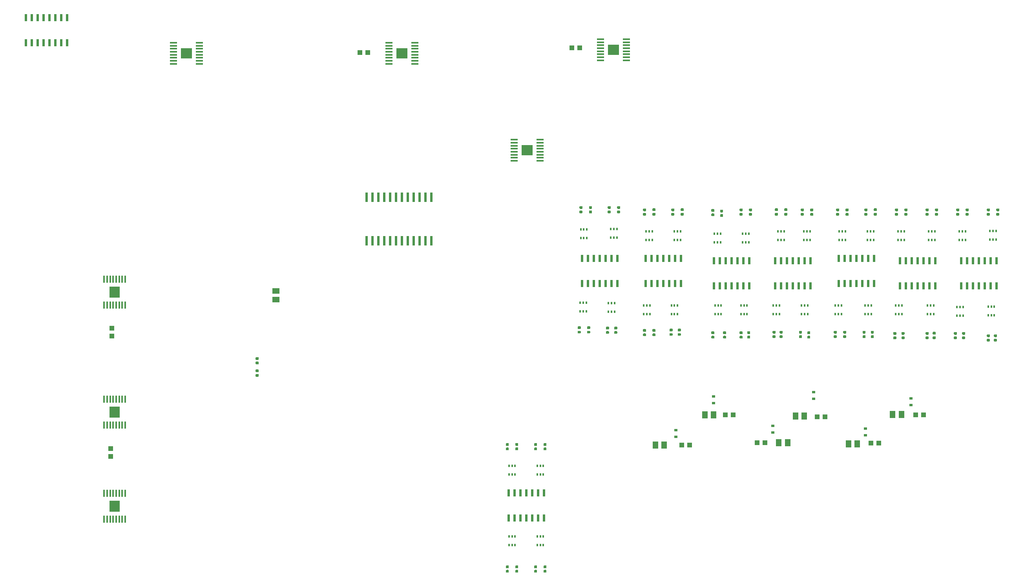
<source format=gbr>
G04 #@! TF.GenerationSoftware,KiCad,Pcbnew,5.0.0*
G04 #@! TF.CreationDate,2018-09-09T20:10:08-07:00*
G04 #@! TF.ProjectId,SchematicAutomation,536368656D617469634175746F6D6174,rev?*
G04 #@! TF.SameCoordinates,Original*
G04 #@! TF.FileFunction,Paste,Bot*
G04 #@! TF.FilePolarity,Positive*
%FSLAX45Y45*%
G04 Gerber Fmt 4.5, Leading zero omitted, Abs format (unit mm)*
G04 Created by KiCad (PCBNEW 5.0.0) date Sun Sep  9 20:10:08 2018*
%MOMM*%
%LPD*%
G01*
G04 APERTURE LIST*
%ADD10R,0.550000X1.500000*%
%ADD11C,0.150000*%
%ADD12C,0.590000*%
%ADD13R,1.500000X1.300000*%
%ADD14R,1.100000X1.000000*%
%ADD15R,1.000000X1.100000*%
%ADD16R,1.300000X1.500000*%
%ADD17R,0.800000X0.600000*%
%ADD18R,0.600000X1.550000*%
%ADD19R,0.420000X0.600000*%
%ADD20R,0.600000X2.000000*%
%ADD21R,0.300000X1.600000*%
%ADD22R,2.310000X2.460000*%
%ADD23R,1.600000X0.300000*%
%ADD24R,2.460000X2.310000*%
G04 APERTURE END LIST*
D10*
G04 #@! TO.C,U21*
X21005800Y-9668000D03*
X21132800Y-9668000D03*
X21259800Y-9668000D03*
X21386800Y-9668000D03*
X21513800Y-9668000D03*
X21640800Y-9668000D03*
X21767800Y-9668000D03*
X21767800Y-9128000D03*
X21640800Y-9128000D03*
X21513800Y-9128000D03*
X21386800Y-9128000D03*
X21259800Y-9128000D03*
X21132800Y-9128000D03*
X21005800Y-9128000D03*
G04 #@! TD*
D11*
G04 #@! TO.C,R55*
G36*
X23781896Y-10763271D02*
X23783328Y-10763483D01*
X23784732Y-10763835D01*
X23786095Y-10764323D01*
X23787403Y-10764942D01*
X23788645Y-10765686D01*
X23789807Y-10766548D01*
X23790880Y-10767520D01*
X23791852Y-10768593D01*
X23792714Y-10769755D01*
X23793458Y-10770997D01*
X23794077Y-10772305D01*
X23794565Y-10773668D01*
X23794917Y-10775072D01*
X23795129Y-10776504D01*
X23795200Y-10777950D01*
X23795200Y-10807450D01*
X23795129Y-10808896D01*
X23794917Y-10810328D01*
X23794565Y-10811732D01*
X23794077Y-10813095D01*
X23793458Y-10814403D01*
X23792714Y-10815645D01*
X23791852Y-10816807D01*
X23790880Y-10817880D01*
X23789807Y-10818852D01*
X23788645Y-10819714D01*
X23787403Y-10820458D01*
X23786095Y-10821077D01*
X23784732Y-10821565D01*
X23783328Y-10821917D01*
X23781896Y-10822129D01*
X23780450Y-10822200D01*
X23745950Y-10822200D01*
X23744504Y-10822129D01*
X23743072Y-10821917D01*
X23741668Y-10821565D01*
X23740305Y-10821077D01*
X23738997Y-10820458D01*
X23737755Y-10819714D01*
X23736593Y-10818852D01*
X23735520Y-10817880D01*
X23734548Y-10816807D01*
X23733686Y-10815645D01*
X23732942Y-10814403D01*
X23732323Y-10813095D01*
X23731835Y-10811732D01*
X23731483Y-10810328D01*
X23731271Y-10808896D01*
X23731200Y-10807450D01*
X23731200Y-10777950D01*
X23731271Y-10776504D01*
X23731483Y-10775072D01*
X23731835Y-10773668D01*
X23732323Y-10772305D01*
X23732942Y-10770997D01*
X23733686Y-10769755D01*
X23734548Y-10768593D01*
X23735520Y-10767520D01*
X23736593Y-10766548D01*
X23737755Y-10765686D01*
X23738997Y-10764942D01*
X23740305Y-10764323D01*
X23741668Y-10763835D01*
X23743072Y-10763483D01*
X23744504Y-10763271D01*
X23745950Y-10763200D01*
X23780450Y-10763200D01*
X23781896Y-10763271D01*
X23781896Y-10763271D01*
G37*
D12*
X23763200Y-10792700D03*
D11*
G36*
X23781896Y-10666271D02*
X23783328Y-10666483D01*
X23784732Y-10666835D01*
X23786095Y-10667323D01*
X23787403Y-10667942D01*
X23788645Y-10668686D01*
X23789807Y-10669548D01*
X23790880Y-10670520D01*
X23791852Y-10671593D01*
X23792714Y-10672755D01*
X23793458Y-10673997D01*
X23794077Y-10675305D01*
X23794565Y-10676668D01*
X23794917Y-10678072D01*
X23795129Y-10679504D01*
X23795200Y-10680950D01*
X23795200Y-10710450D01*
X23795129Y-10711896D01*
X23794917Y-10713328D01*
X23794565Y-10714732D01*
X23794077Y-10716095D01*
X23793458Y-10717403D01*
X23792714Y-10718645D01*
X23791852Y-10719807D01*
X23790880Y-10720880D01*
X23789807Y-10721852D01*
X23788645Y-10722714D01*
X23787403Y-10723458D01*
X23786095Y-10724077D01*
X23784732Y-10724565D01*
X23783328Y-10724917D01*
X23781896Y-10725129D01*
X23780450Y-10725200D01*
X23745950Y-10725200D01*
X23744504Y-10725129D01*
X23743072Y-10724917D01*
X23741668Y-10724565D01*
X23740305Y-10724077D01*
X23738997Y-10723458D01*
X23737755Y-10722714D01*
X23736593Y-10721852D01*
X23735520Y-10720880D01*
X23734548Y-10719807D01*
X23733686Y-10718645D01*
X23732942Y-10717403D01*
X23732323Y-10716095D01*
X23731835Y-10714732D01*
X23731483Y-10713328D01*
X23731271Y-10711896D01*
X23731200Y-10710450D01*
X23731200Y-10680950D01*
X23731271Y-10679504D01*
X23731483Y-10678072D01*
X23731835Y-10676668D01*
X23732323Y-10675305D01*
X23732942Y-10673997D01*
X23733686Y-10672755D01*
X23734548Y-10671593D01*
X23735520Y-10670520D01*
X23736593Y-10669548D01*
X23737755Y-10668686D01*
X23738997Y-10667942D01*
X23740305Y-10667323D01*
X23741668Y-10666835D01*
X23743072Y-10666483D01*
X23744504Y-10666271D01*
X23745950Y-10666200D01*
X23780450Y-10666200D01*
X23781896Y-10666271D01*
X23781896Y-10666271D01*
G37*
D12*
X23763200Y-10695700D03*
G04 #@! TD*
D11*
G04 #@! TO.C,R57*
G36*
X23604096Y-10668371D02*
X23605528Y-10668584D01*
X23606932Y-10668935D01*
X23608295Y-10669423D01*
X23609603Y-10670042D01*
X23610845Y-10670786D01*
X23612007Y-10671648D01*
X23613080Y-10672620D01*
X23614052Y-10673693D01*
X23614914Y-10674856D01*
X23615658Y-10676097D01*
X23616277Y-10677406D01*
X23616765Y-10678769D01*
X23617117Y-10680173D01*
X23617329Y-10681604D01*
X23617400Y-10683050D01*
X23617400Y-10712550D01*
X23617329Y-10713996D01*
X23617117Y-10715428D01*
X23616765Y-10716832D01*
X23616277Y-10718195D01*
X23615658Y-10719503D01*
X23614914Y-10720745D01*
X23614052Y-10721908D01*
X23613080Y-10722980D01*
X23612007Y-10723952D01*
X23610845Y-10724814D01*
X23609603Y-10725559D01*
X23608295Y-10726177D01*
X23606932Y-10726665D01*
X23605528Y-10727017D01*
X23604096Y-10727229D01*
X23602650Y-10727300D01*
X23568150Y-10727300D01*
X23566704Y-10727229D01*
X23565272Y-10727017D01*
X23563868Y-10726665D01*
X23562505Y-10726177D01*
X23561197Y-10725559D01*
X23559955Y-10724814D01*
X23558793Y-10723952D01*
X23557720Y-10722980D01*
X23556748Y-10721908D01*
X23555886Y-10720745D01*
X23555142Y-10719503D01*
X23554523Y-10718195D01*
X23554035Y-10716832D01*
X23553683Y-10715428D01*
X23553471Y-10713996D01*
X23553400Y-10712550D01*
X23553400Y-10683050D01*
X23553471Y-10681604D01*
X23553683Y-10680173D01*
X23554035Y-10678769D01*
X23554523Y-10677406D01*
X23555142Y-10676097D01*
X23555886Y-10674856D01*
X23556748Y-10673693D01*
X23557720Y-10672620D01*
X23558793Y-10671648D01*
X23559955Y-10670786D01*
X23561197Y-10670042D01*
X23562505Y-10669423D01*
X23563868Y-10668935D01*
X23565272Y-10668584D01*
X23566704Y-10668371D01*
X23568150Y-10668300D01*
X23602650Y-10668300D01*
X23604096Y-10668371D01*
X23604096Y-10668371D01*
G37*
D12*
X23585400Y-10697800D03*
D11*
G36*
X23604096Y-10765371D02*
X23605528Y-10765584D01*
X23606932Y-10765935D01*
X23608295Y-10766423D01*
X23609603Y-10767042D01*
X23610845Y-10767786D01*
X23612007Y-10768648D01*
X23613080Y-10769620D01*
X23614052Y-10770693D01*
X23614914Y-10771856D01*
X23615658Y-10773097D01*
X23616277Y-10774406D01*
X23616765Y-10775769D01*
X23617117Y-10777173D01*
X23617329Y-10778604D01*
X23617400Y-10780050D01*
X23617400Y-10809550D01*
X23617329Y-10810996D01*
X23617117Y-10812428D01*
X23616765Y-10813832D01*
X23616277Y-10815195D01*
X23615658Y-10816503D01*
X23614914Y-10817745D01*
X23614052Y-10818908D01*
X23613080Y-10819980D01*
X23612007Y-10820952D01*
X23610845Y-10821814D01*
X23609603Y-10822559D01*
X23608295Y-10823177D01*
X23606932Y-10823665D01*
X23605528Y-10824017D01*
X23604096Y-10824229D01*
X23602650Y-10824300D01*
X23568150Y-10824300D01*
X23566704Y-10824229D01*
X23565272Y-10824017D01*
X23563868Y-10823665D01*
X23562505Y-10823177D01*
X23561197Y-10822559D01*
X23559955Y-10821814D01*
X23558793Y-10820952D01*
X23557720Y-10819980D01*
X23556748Y-10818908D01*
X23555886Y-10817745D01*
X23555142Y-10816503D01*
X23554523Y-10815195D01*
X23554035Y-10813832D01*
X23553683Y-10812428D01*
X23553471Y-10810996D01*
X23553400Y-10809550D01*
X23553400Y-10780050D01*
X23553471Y-10778604D01*
X23553683Y-10777173D01*
X23554035Y-10775769D01*
X23554523Y-10774406D01*
X23555142Y-10773097D01*
X23555886Y-10771856D01*
X23556748Y-10770693D01*
X23557720Y-10769620D01*
X23558793Y-10768648D01*
X23559955Y-10767786D01*
X23561197Y-10767042D01*
X23562505Y-10766423D01*
X23563868Y-10765935D01*
X23565272Y-10765584D01*
X23566704Y-10765371D01*
X23568150Y-10765300D01*
X23602650Y-10765300D01*
X23604096Y-10765371D01*
X23604096Y-10765371D01*
G37*
D12*
X23585400Y-10794800D03*
G04 #@! TD*
D13*
G04 #@! TO.C,C44*
X10236200Y-9969500D03*
X10236200Y-9779500D03*
G04 #@! TD*
D14*
G04 #@! TO.C,C42*
X18990400Y-13106400D03*
X19160400Y-13106400D03*
G04 #@! TD*
G04 #@! TO.C,C43*
X19930200Y-12458700D03*
X20100200Y-12458700D03*
G04 #@! TD*
G04 #@! TO.C,C39*
X24032300Y-12458700D03*
X24202300Y-12458700D03*
G04 #@! TD*
G04 #@! TO.C,C37*
X23067100Y-13068300D03*
X23237100Y-13068300D03*
G04 #@! TD*
G04 #@! TO.C,C27*
X16615500Y-4533900D03*
X16785500Y-4533900D03*
G04 #@! TD*
G04 #@! TO.C,C38*
X21911400Y-12496800D03*
X22081400Y-12496800D03*
G04 #@! TD*
G04 #@! TO.C,C36*
X20786000Y-13055600D03*
X20616000Y-13055600D03*
G04 #@! TD*
G04 #@! TO.C,C25*
X12047400Y-4635500D03*
X12217400Y-4635500D03*
G04 #@! TD*
D15*
G04 #@! TO.C,C23*
X6692900Y-10753000D03*
X6692900Y-10583000D03*
G04 #@! TD*
G04 #@! TO.C,C19*
X6667500Y-13356500D03*
X6667500Y-13186500D03*
G04 #@! TD*
D16*
G04 #@! TO.C,C34*
X21444200Y-12484100D03*
X21634200Y-12484100D03*
G04 #@! TD*
G04 #@! TO.C,C32*
X21272000Y-13055600D03*
X21082000Y-13055600D03*
G04 #@! TD*
G04 #@! TO.C,C40*
X18421600Y-13106400D03*
X18611600Y-13106400D03*
G04 #@! TD*
G04 #@! TO.C,C41*
X19488400Y-12458700D03*
X19678400Y-12458700D03*
G04 #@! TD*
G04 #@! TO.C,C33*
X22587200Y-13081000D03*
X22777200Y-13081000D03*
G04 #@! TD*
G04 #@! TO.C,C35*
X23539700Y-12446000D03*
X23729700Y-12446000D03*
G04 #@! TD*
D11*
G04 #@! TO.C,R143*
G36*
X25621896Y-7999271D02*
X25623328Y-7999483D01*
X25624732Y-7999835D01*
X25626095Y-8000323D01*
X25627403Y-8000942D01*
X25628645Y-8001686D01*
X25629807Y-8002548D01*
X25630880Y-8003520D01*
X25631852Y-8004593D01*
X25632714Y-8005755D01*
X25633458Y-8006997D01*
X25634077Y-8008305D01*
X25634565Y-8009668D01*
X25634917Y-8011072D01*
X25635129Y-8012504D01*
X25635200Y-8013950D01*
X25635200Y-8043450D01*
X25635129Y-8044896D01*
X25634917Y-8046328D01*
X25634565Y-8047732D01*
X25634077Y-8049095D01*
X25633458Y-8050403D01*
X25632714Y-8051645D01*
X25631852Y-8052807D01*
X25630880Y-8053880D01*
X25629807Y-8054852D01*
X25628645Y-8055714D01*
X25627403Y-8056458D01*
X25626095Y-8057077D01*
X25624732Y-8057565D01*
X25623328Y-8057917D01*
X25621896Y-8058129D01*
X25620450Y-8058200D01*
X25585950Y-8058200D01*
X25584504Y-8058129D01*
X25583072Y-8057917D01*
X25581668Y-8057565D01*
X25580305Y-8057077D01*
X25578997Y-8056458D01*
X25577755Y-8055714D01*
X25576593Y-8054852D01*
X25575520Y-8053880D01*
X25574548Y-8052807D01*
X25573686Y-8051645D01*
X25572942Y-8050403D01*
X25572323Y-8049095D01*
X25571835Y-8047732D01*
X25571483Y-8046328D01*
X25571271Y-8044896D01*
X25571200Y-8043450D01*
X25571200Y-8013950D01*
X25571271Y-8012504D01*
X25571483Y-8011072D01*
X25571835Y-8009668D01*
X25572323Y-8008305D01*
X25572942Y-8006997D01*
X25573686Y-8005755D01*
X25574548Y-8004593D01*
X25575520Y-8003520D01*
X25576593Y-8002548D01*
X25577755Y-8001686D01*
X25578997Y-8000942D01*
X25580305Y-8000323D01*
X25581668Y-7999835D01*
X25583072Y-7999483D01*
X25584504Y-7999271D01*
X25585950Y-7999200D01*
X25620450Y-7999200D01*
X25621896Y-7999271D01*
X25621896Y-7999271D01*
G37*
D12*
X25603200Y-8028700D03*
D11*
G36*
X25621896Y-8096271D02*
X25623328Y-8096483D01*
X25624732Y-8096835D01*
X25626095Y-8097323D01*
X25627403Y-8097942D01*
X25628645Y-8098686D01*
X25629807Y-8099548D01*
X25630880Y-8100520D01*
X25631852Y-8101593D01*
X25632714Y-8102755D01*
X25633458Y-8103997D01*
X25634077Y-8105305D01*
X25634565Y-8106668D01*
X25634917Y-8108072D01*
X25635129Y-8109504D01*
X25635200Y-8110950D01*
X25635200Y-8140450D01*
X25635129Y-8141896D01*
X25634917Y-8143328D01*
X25634565Y-8144732D01*
X25634077Y-8146095D01*
X25633458Y-8147403D01*
X25632714Y-8148645D01*
X25631852Y-8149807D01*
X25630880Y-8150880D01*
X25629807Y-8151852D01*
X25628645Y-8152714D01*
X25627403Y-8153458D01*
X25626095Y-8154077D01*
X25624732Y-8154565D01*
X25623328Y-8154917D01*
X25621896Y-8155129D01*
X25620450Y-8155200D01*
X25585950Y-8155200D01*
X25584504Y-8155129D01*
X25583072Y-8154917D01*
X25581668Y-8154565D01*
X25580305Y-8154077D01*
X25578997Y-8153458D01*
X25577755Y-8152714D01*
X25576593Y-8151852D01*
X25575520Y-8150880D01*
X25574548Y-8149807D01*
X25573686Y-8148645D01*
X25572942Y-8147403D01*
X25572323Y-8146095D01*
X25571835Y-8144732D01*
X25571483Y-8143328D01*
X25571271Y-8141896D01*
X25571200Y-8140450D01*
X25571200Y-8110950D01*
X25571271Y-8109504D01*
X25571483Y-8108072D01*
X25571835Y-8106668D01*
X25572323Y-8105305D01*
X25572942Y-8103997D01*
X25573686Y-8102755D01*
X25574548Y-8101593D01*
X25575520Y-8100520D01*
X25576593Y-8099548D01*
X25577755Y-8098686D01*
X25578997Y-8097942D01*
X25580305Y-8097323D01*
X25581668Y-8096835D01*
X25583072Y-8096483D01*
X25584504Y-8096271D01*
X25585950Y-8096200D01*
X25620450Y-8096200D01*
X25621896Y-8096271D01*
X25621896Y-8096271D01*
G37*
D12*
X25603200Y-8125700D03*
G04 #@! TD*
D11*
G04 #@! TO.C,R139*
G36*
X25825096Y-8096271D02*
X25826528Y-8096483D01*
X25827932Y-8096835D01*
X25829295Y-8097323D01*
X25830603Y-8097942D01*
X25831845Y-8098686D01*
X25833007Y-8099548D01*
X25834080Y-8100520D01*
X25835052Y-8101593D01*
X25835914Y-8102755D01*
X25836658Y-8103997D01*
X25837277Y-8105305D01*
X25837765Y-8106668D01*
X25838117Y-8108072D01*
X25838329Y-8109504D01*
X25838400Y-8110950D01*
X25838400Y-8140450D01*
X25838329Y-8141896D01*
X25838117Y-8143328D01*
X25837765Y-8144732D01*
X25837277Y-8146095D01*
X25836658Y-8147403D01*
X25835914Y-8148645D01*
X25835052Y-8149807D01*
X25834080Y-8150880D01*
X25833007Y-8151852D01*
X25831845Y-8152714D01*
X25830603Y-8153458D01*
X25829295Y-8154077D01*
X25827932Y-8154565D01*
X25826528Y-8154917D01*
X25825096Y-8155129D01*
X25823650Y-8155200D01*
X25789150Y-8155200D01*
X25787704Y-8155129D01*
X25786272Y-8154917D01*
X25784868Y-8154565D01*
X25783505Y-8154077D01*
X25782197Y-8153458D01*
X25780955Y-8152714D01*
X25779793Y-8151852D01*
X25778720Y-8150880D01*
X25777748Y-8149807D01*
X25776886Y-8148645D01*
X25776142Y-8147403D01*
X25775523Y-8146095D01*
X25775035Y-8144732D01*
X25774683Y-8143328D01*
X25774471Y-8141896D01*
X25774400Y-8140450D01*
X25774400Y-8110950D01*
X25774471Y-8109504D01*
X25774683Y-8108072D01*
X25775035Y-8106668D01*
X25775523Y-8105305D01*
X25776142Y-8103997D01*
X25776886Y-8102755D01*
X25777748Y-8101593D01*
X25778720Y-8100520D01*
X25779793Y-8099548D01*
X25780955Y-8098686D01*
X25782197Y-8097942D01*
X25783505Y-8097323D01*
X25784868Y-8096835D01*
X25786272Y-8096483D01*
X25787704Y-8096271D01*
X25789150Y-8096200D01*
X25823650Y-8096200D01*
X25825096Y-8096271D01*
X25825096Y-8096271D01*
G37*
D12*
X25806400Y-8125700D03*
D11*
G36*
X25825096Y-7999271D02*
X25826528Y-7999483D01*
X25827932Y-7999835D01*
X25829295Y-8000323D01*
X25830603Y-8000942D01*
X25831845Y-8001686D01*
X25833007Y-8002548D01*
X25834080Y-8003520D01*
X25835052Y-8004593D01*
X25835914Y-8005755D01*
X25836658Y-8006997D01*
X25837277Y-8008305D01*
X25837765Y-8009668D01*
X25838117Y-8011072D01*
X25838329Y-8012504D01*
X25838400Y-8013950D01*
X25838400Y-8043450D01*
X25838329Y-8044896D01*
X25838117Y-8046328D01*
X25837765Y-8047732D01*
X25837277Y-8049095D01*
X25836658Y-8050403D01*
X25835914Y-8051645D01*
X25835052Y-8052807D01*
X25834080Y-8053880D01*
X25833007Y-8054852D01*
X25831845Y-8055714D01*
X25830603Y-8056458D01*
X25829295Y-8057077D01*
X25827932Y-8057565D01*
X25826528Y-8057917D01*
X25825096Y-8058129D01*
X25823650Y-8058200D01*
X25789150Y-8058200D01*
X25787704Y-8058129D01*
X25786272Y-8057917D01*
X25784868Y-8057565D01*
X25783505Y-8057077D01*
X25782197Y-8056458D01*
X25780955Y-8055714D01*
X25779793Y-8054852D01*
X25778720Y-8053880D01*
X25777748Y-8052807D01*
X25776886Y-8051645D01*
X25776142Y-8050403D01*
X25775523Y-8049095D01*
X25775035Y-8047732D01*
X25774683Y-8046328D01*
X25774471Y-8044896D01*
X25774400Y-8043450D01*
X25774400Y-8013950D01*
X25774471Y-8012504D01*
X25774683Y-8011072D01*
X25775035Y-8009668D01*
X25775523Y-8008305D01*
X25776142Y-8006997D01*
X25776886Y-8005755D01*
X25777748Y-8004593D01*
X25778720Y-8003520D01*
X25779793Y-8002548D01*
X25780955Y-8001686D01*
X25782197Y-8000942D01*
X25783505Y-8000323D01*
X25784868Y-7999835D01*
X25786272Y-7999483D01*
X25787704Y-7999271D01*
X25789150Y-7999200D01*
X25823650Y-7999200D01*
X25825096Y-7999271D01*
X25825096Y-7999271D01*
G37*
D12*
X25806400Y-8028700D03*
G04 #@! TD*
D11*
G04 #@! TO.C,R174*
G36*
X9848496Y-11573432D02*
X9849928Y-11573644D01*
X9851332Y-11573996D01*
X9852695Y-11574484D01*
X9854003Y-11575102D01*
X9855245Y-11575847D01*
X9856407Y-11576709D01*
X9857480Y-11577681D01*
X9858452Y-11578753D01*
X9859314Y-11579916D01*
X9860058Y-11581158D01*
X9860677Y-11582466D01*
X9861165Y-11583829D01*
X9861517Y-11585233D01*
X9861729Y-11586665D01*
X9861800Y-11588111D01*
X9861800Y-11617611D01*
X9861729Y-11619057D01*
X9861517Y-11620488D01*
X9861165Y-11621892D01*
X9860677Y-11623255D01*
X9860058Y-11624564D01*
X9859314Y-11625805D01*
X9858452Y-11626968D01*
X9857480Y-11628041D01*
X9856407Y-11629013D01*
X9855245Y-11629875D01*
X9854003Y-11630619D01*
X9852695Y-11631238D01*
X9851332Y-11631726D01*
X9849928Y-11632077D01*
X9848496Y-11632290D01*
X9847050Y-11632361D01*
X9812550Y-11632361D01*
X9811104Y-11632290D01*
X9809672Y-11632077D01*
X9808268Y-11631726D01*
X9806905Y-11631238D01*
X9805597Y-11630619D01*
X9804355Y-11629875D01*
X9803193Y-11629013D01*
X9802120Y-11628041D01*
X9801148Y-11626968D01*
X9800286Y-11625805D01*
X9799542Y-11624564D01*
X9798923Y-11623255D01*
X9798435Y-11621892D01*
X9798083Y-11620488D01*
X9797871Y-11619057D01*
X9797800Y-11617611D01*
X9797800Y-11588111D01*
X9797871Y-11586665D01*
X9798083Y-11585233D01*
X9798435Y-11583829D01*
X9798923Y-11582466D01*
X9799542Y-11581158D01*
X9800286Y-11579916D01*
X9801148Y-11578753D01*
X9802120Y-11577681D01*
X9803193Y-11576709D01*
X9804355Y-11575847D01*
X9805597Y-11575102D01*
X9806905Y-11574484D01*
X9808268Y-11573996D01*
X9809672Y-11573644D01*
X9811104Y-11573432D01*
X9812550Y-11573361D01*
X9847050Y-11573361D01*
X9848496Y-11573432D01*
X9848496Y-11573432D01*
G37*
D12*
X9829800Y-11602861D03*
D11*
G36*
X9848496Y-11476432D02*
X9849928Y-11476644D01*
X9851332Y-11476996D01*
X9852695Y-11477484D01*
X9854003Y-11478102D01*
X9855245Y-11478847D01*
X9856407Y-11479709D01*
X9857480Y-11480681D01*
X9858452Y-11481753D01*
X9859314Y-11482916D01*
X9860058Y-11484158D01*
X9860677Y-11485466D01*
X9861165Y-11486829D01*
X9861517Y-11488233D01*
X9861729Y-11489665D01*
X9861800Y-11491111D01*
X9861800Y-11520611D01*
X9861729Y-11522057D01*
X9861517Y-11523488D01*
X9861165Y-11524892D01*
X9860677Y-11526255D01*
X9860058Y-11527564D01*
X9859314Y-11528805D01*
X9858452Y-11529968D01*
X9857480Y-11531041D01*
X9856407Y-11532013D01*
X9855245Y-11532875D01*
X9854003Y-11533619D01*
X9852695Y-11534238D01*
X9851332Y-11534726D01*
X9849928Y-11535077D01*
X9848496Y-11535290D01*
X9847050Y-11535361D01*
X9812550Y-11535361D01*
X9811104Y-11535290D01*
X9809672Y-11535077D01*
X9808268Y-11534726D01*
X9806905Y-11534238D01*
X9805597Y-11533619D01*
X9804355Y-11532875D01*
X9803193Y-11532013D01*
X9802120Y-11531041D01*
X9801148Y-11529968D01*
X9800286Y-11528805D01*
X9799542Y-11527564D01*
X9798923Y-11526255D01*
X9798435Y-11524892D01*
X9798083Y-11523488D01*
X9797871Y-11522057D01*
X9797800Y-11520611D01*
X9797800Y-11491111D01*
X9797871Y-11489665D01*
X9798083Y-11488233D01*
X9798435Y-11486829D01*
X9798923Y-11485466D01*
X9799542Y-11484158D01*
X9800286Y-11482916D01*
X9801148Y-11481753D01*
X9802120Y-11480681D01*
X9803193Y-11479709D01*
X9804355Y-11478847D01*
X9805597Y-11478102D01*
X9806905Y-11477484D01*
X9808268Y-11476996D01*
X9809672Y-11476644D01*
X9811104Y-11476432D01*
X9812550Y-11476361D01*
X9847050Y-11476361D01*
X9848496Y-11476432D01*
X9848496Y-11476432D01*
G37*
D12*
X9829800Y-11505861D03*
G04 #@! TD*
D11*
G04 #@! TO.C,R173*
G36*
X9848496Y-11306732D02*
X9849928Y-11306944D01*
X9851332Y-11307296D01*
X9852695Y-11307784D01*
X9854003Y-11308402D01*
X9855245Y-11309147D01*
X9856407Y-11310009D01*
X9857480Y-11310981D01*
X9858452Y-11312053D01*
X9859314Y-11313216D01*
X9860058Y-11314458D01*
X9860677Y-11315766D01*
X9861165Y-11317129D01*
X9861517Y-11318533D01*
X9861729Y-11319965D01*
X9861800Y-11321411D01*
X9861800Y-11350911D01*
X9861729Y-11352357D01*
X9861517Y-11353788D01*
X9861165Y-11355192D01*
X9860677Y-11356555D01*
X9860058Y-11357864D01*
X9859314Y-11359105D01*
X9858452Y-11360268D01*
X9857480Y-11361341D01*
X9856407Y-11362313D01*
X9855245Y-11363175D01*
X9854003Y-11363919D01*
X9852695Y-11364538D01*
X9851332Y-11365026D01*
X9849928Y-11365377D01*
X9848496Y-11365590D01*
X9847050Y-11365661D01*
X9812550Y-11365661D01*
X9811104Y-11365590D01*
X9809672Y-11365377D01*
X9808268Y-11365026D01*
X9806905Y-11364538D01*
X9805597Y-11363919D01*
X9804355Y-11363175D01*
X9803193Y-11362313D01*
X9802120Y-11361341D01*
X9801148Y-11360268D01*
X9800286Y-11359105D01*
X9799542Y-11357864D01*
X9798923Y-11356555D01*
X9798435Y-11355192D01*
X9798083Y-11353788D01*
X9797871Y-11352357D01*
X9797800Y-11350911D01*
X9797800Y-11321411D01*
X9797871Y-11319965D01*
X9798083Y-11318533D01*
X9798435Y-11317129D01*
X9798923Y-11315766D01*
X9799542Y-11314458D01*
X9800286Y-11313216D01*
X9801148Y-11312053D01*
X9802120Y-11310981D01*
X9803193Y-11310009D01*
X9804355Y-11309147D01*
X9805597Y-11308402D01*
X9806905Y-11307784D01*
X9808268Y-11307296D01*
X9809672Y-11306944D01*
X9811104Y-11306732D01*
X9812550Y-11306661D01*
X9847050Y-11306661D01*
X9848496Y-11306732D01*
X9848496Y-11306732D01*
G37*
D12*
X9829800Y-11336161D03*
D11*
G36*
X9848496Y-11209732D02*
X9849928Y-11209944D01*
X9851332Y-11210296D01*
X9852695Y-11210784D01*
X9854003Y-11211402D01*
X9855245Y-11212147D01*
X9856407Y-11213009D01*
X9857480Y-11213981D01*
X9858452Y-11215053D01*
X9859314Y-11216216D01*
X9860058Y-11217458D01*
X9860677Y-11218766D01*
X9861165Y-11220129D01*
X9861517Y-11221533D01*
X9861729Y-11222965D01*
X9861800Y-11224411D01*
X9861800Y-11253911D01*
X9861729Y-11255357D01*
X9861517Y-11256788D01*
X9861165Y-11258192D01*
X9860677Y-11259555D01*
X9860058Y-11260864D01*
X9859314Y-11262105D01*
X9858452Y-11263268D01*
X9857480Y-11264341D01*
X9856407Y-11265313D01*
X9855245Y-11266175D01*
X9854003Y-11266919D01*
X9852695Y-11267538D01*
X9851332Y-11268026D01*
X9849928Y-11268377D01*
X9848496Y-11268590D01*
X9847050Y-11268661D01*
X9812550Y-11268661D01*
X9811104Y-11268590D01*
X9809672Y-11268377D01*
X9808268Y-11268026D01*
X9806905Y-11267538D01*
X9805597Y-11266919D01*
X9804355Y-11266175D01*
X9803193Y-11265313D01*
X9802120Y-11264341D01*
X9801148Y-11263268D01*
X9800286Y-11262105D01*
X9799542Y-11260864D01*
X9798923Y-11259555D01*
X9798435Y-11258192D01*
X9798083Y-11256788D01*
X9797871Y-11255357D01*
X9797800Y-11253911D01*
X9797800Y-11224411D01*
X9797871Y-11222965D01*
X9798083Y-11221533D01*
X9798435Y-11220129D01*
X9798923Y-11218766D01*
X9799542Y-11217458D01*
X9800286Y-11216216D01*
X9801148Y-11215053D01*
X9802120Y-11213981D01*
X9803193Y-11213009D01*
X9804355Y-11212147D01*
X9805597Y-11211402D01*
X9806905Y-11210784D01*
X9808268Y-11210296D01*
X9809672Y-11209944D01*
X9811104Y-11209732D01*
X9812550Y-11209661D01*
X9847050Y-11209661D01*
X9848496Y-11209732D01*
X9848496Y-11209732D01*
G37*
D12*
X9829800Y-11239161D03*
G04 #@! TD*
D11*
G04 #@! TO.C,R17*
G36*
X22319896Y-10640871D02*
X22321328Y-10641083D01*
X22322732Y-10641435D01*
X22324095Y-10641923D01*
X22325403Y-10642542D01*
X22326645Y-10643286D01*
X22327807Y-10644148D01*
X22328880Y-10645120D01*
X22329852Y-10646193D01*
X22330714Y-10647355D01*
X22331458Y-10648597D01*
X22332077Y-10649905D01*
X22332565Y-10651268D01*
X22332917Y-10652672D01*
X22333129Y-10654104D01*
X22333200Y-10655550D01*
X22333200Y-10685050D01*
X22333129Y-10686496D01*
X22332917Y-10687928D01*
X22332565Y-10689332D01*
X22332077Y-10690695D01*
X22331458Y-10692003D01*
X22330714Y-10693245D01*
X22329852Y-10694407D01*
X22328880Y-10695480D01*
X22327807Y-10696452D01*
X22326645Y-10697314D01*
X22325403Y-10698058D01*
X22324095Y-10698677D01*
X22322732Y-10699165D01*
X22321328Y-10699517D01*
X22319896Y-10699729D01*
X22318450Y-10699800D01*
X22283950Y-10699800D01*
X22282504Y-10699729D01*
X22281072Y-10699517D01*
X22279668Y-10699165D01*
X22278305Y-10698677D01*
X22276997Y-10698058D01*
X22275755Y-10697314D01*
X22274593Y-10696452D01*
X22273520Y-10695480D01*
X22272548Y-10694407D01*
X22271686Y-10693245D01*
X22270942Y-10692003D01*
X22270323Y-10690695D01*
X22269835Y-10689332D01*
X22269483Y-10687928D01*
X22269271Y-10686496D01*
X22269200Y-10685050D01*
X22269200Y-10655550D01*
X22269271Y-10654104D01*
X22269483Y-10652672D01*
X22269835Y-10651268D01*
X22270323Y-10649905D01*
X22270942Y-10648597D01*
X22271686Y-10647355D01*
X22272548Y-10646193D01*
X22273520Y-10645120D01*
X22274593Y-10644148D01*
X22275755Y-10643286D01*
X22276997Y-10642542D01*
X22278305Y-10641923D01*
X22279668Y-10641435D01*
X22281072Y-10641083D01*
X22282504Y-10640871D01*
X22283950Y-10640800D01*
X22318450Y-10640800D01*
X22319896Y-10640871D01*
X22319896Y-10640871D01*
G37*
D12*
X22301200Y-10670300D03*
D11*
G36*
X22319896Y-10737871D02*
X22321328Y-10738083D01*
X22322732Y-10738435D01*
X22324095Y-10738923D01*
X22325403Y-10739542D01*
X22326645Y-10740286D01*
X22327807Y-10741148D01*
X22328880Y-10742120D01*
X22329852Y-10743193D01*
X22330714Y-10744355D01*
X22331458Y-10745597D01*
X22332077Y-10746905D01*
X22332565Y-10748268D01*
X22332917Y-10749672D01*
X22333129Y-10751104D01*
X22333200Y-10752550D01*
X22333200Y-10782050D01*
X22333129Y-10783496D01*
X22332917Y-10784928D01*
X22332565Y-10786332D01*
X22332077Y-10787695D01*
X22331458Y-10789003D01*
X22330714Y-10790245D01*
X22329852Y-10791407D01*
X22328880Y-10792480D01*
X22327807Y-10793452D01*
X22326645Y-10794314D01*
X22325403Y-10795058D01*
X22324095Y-10795677D01*
X22322732Y-10796165D01*
X22321328Y-10796517D01*
X22319896Y-10796729D01*
X22318450Y-10796800D01*
X22283950Y-10796800D01*
X22282504Y-10796729D01*
X22281072Y-10796517D01*
X22279668Y-10796165D01*
X22278305Y-10795677D01*
X22276997Y-10795058D01*
X22275755Y-10794314D01*
X22274593Y-10793452D01*
X22273520Y-10792480D01*
X22272548Y-10791407D01*
X22271686Y-10790245D01*
X22270942Y-10789003D01*
X22270323Y-10787695D01*
X22269835Y-10786332D01*
X22269483Y-10784928D01*
X22269271Y-10783496D01*
X22269200Y-10782050D01*
X22269200Y-10752550D01*
X22269271Y-10751104D01*
X22269483Y-10749672D01*
X22269835Y-10748268D01*
X22270323Y-10746905D01*
X22270942Y-10745597D01*
X22271686Y-10744355D01*
X22272548Y-10743193D01*
X22273520Y-10742120D01*
X22274593Y-10741148D01*
X22275755Y-10740286D01*
X22276997Y-10739542D01*
X22278305Y-10738923D01*
X22279668Y-10738435D01*
X22281072Y-10738083D01*
X22282504Y-10737871D01*
X22283950Y-10737800D01*
X22318450Y-10737800D01*
X22319896Y-10737871D01*
X22319896Y-10737871D01*
G37*
D12*
X22301200Y-10767300D03*
G04 #@! TD*
D11*
G04 #@! TO.C,R15*
G36*
X22980296Y-7999271D02*
X22981728Y-7999483D01*
X22983132Y-7999835D01*
X22984495Y-8000323D01*
X22985803Y-8000942D01*
X22987045Y-8001686D01*
X22988207Y-8002548D01*
X22989280Y-8003520D01*
X22990252Y-8004593D01*
X22991114Y-8005755D01*
X22991858Y-8006997D01*
X22992477Y-8008305D01*
X22992965Y-8009668D01*
X22993317Y-8011072D01*
X22993529Y-8012504D01*
X22993600Y-8013950D01*
X22993600Y-8043450D01*
X22993529Y-8044896D01*
X22993317Y-8046328D01*
X22992965Y-8047732D01*
X22992477Y-8049095D01*
X22991858Y-8050403D01*
X22991114Y-8051645D01*
X22990252Y-8052807D01*
X22989280Y-8053880D01*
X22988207Y-8054852D01*
X22987045Y-8055714D01*
X22985803Y-8056458D01*
X22984495Y-8057077D01*
X22983132Y-8057565D01*
X22981728Y-8057917D01*
X22980296Y-8058129D01*
X22978850Y-8058200D01*
X22944350Y-8058200D01*
X22942904Y-8058129D01*
X22941472Y-8057917D01*
X22940068Y-8057565D01*
X22938705Y-8057077D01*
X22937397Y-8056458D01*
X22936155Y-8055714D01*
X22934993Y-8054852D01*
X22933920Y-8053880D01*
X22932948Y-8052807D01*
X22932086Y-8051645D01*
X22931342Y-8050403D01*
X22930723Y-8049095D01*
X22930235Y-8047732D01*
X22929883Y-8046328D01*
X22929671Y-8044896D01*
X22929600Y-8043450D01*
X22929600Y-8013950D01*
X22929671Y-8012504D01*
X22929883Y-8011072D01*
X22930235Y-8009668D01*
X22930723Y-8008305D01*
X22931342Y-8006997D01*
X22932086Y-8005755D01*
X22932948Y-8004593D01*
X22933920Y-8003520D01*
X22934993Y-8002548D01*
X22936155Y-8001686D01*
X22937397Y-8000942D01*
X22938705Y-8000323D01*
X22940068Y-7999835D01*
X22941472Y-7999483D01*
X22942904Y-7999271D01*
X22944350Y-7999200D01*
X22978850Y-7999200D01*
X22980296Y-7999271D01*
X22980296Y-7999271D01*
G37*
D12*
X22961600Y-8028700D03*
D11*
G36*
X22980296Y-8096271D02*
X22981728Y-8096483D01*
X22983132Y-8096835D01*
X22984495Y-8097323D01*
X22985803Y-8097942D01*
X22987045Y-8098686D01*
X22988207Y-8099548D01*
X22989280Y-8100520D01*
X22990252Y-8101593D01*
X22991114Y-8102755D01*
X22991858Y-8103997D01*
X22992477Y-8105305D01*
X22992965Y-8106668D01*
X22993317Y-8108072D01*
X22993529Y-8109504D01*
X22993600Y-8110950D01*
X22993600Y-8140450D01*
X22993529Y-8141896D01*
X22993317Y-8143328D01*
X22992965Y-8144732D01*
X22992477Y-8146095D01*
X22991858Y-8147403D01*
X22991114Y-8148645D01*
X22990252Y-8149807D01*
X22989280Y-8150880D01*
X22988207Y-8151852D01*
X22987045Y-8152714D01*
X22985803Y-8153458D01*
X22984495Y-8154077D01*
X22983132Y-8154565D01*
X22981728Y-8154917D01*
X22980296Y-8155129D01*
X22978850Y-8155200D01*
X22944350Y-8155200D01*
X22942904Y-8155129D01*
X22941472Y-8154917D01*
X22940068Y-8154565D01*
X22938705Y-8154077D01*
X22937397Y-8153458D01*
X22936155Y-8152714D01*
X22934993Y-8151852D01*
X22933920Y-8150880D01*
X22932948Y-8149807D01*
X22932086Y-8148645D01*
X22931342Y-8147403D01*
X22930723Y-8146095D01*
X22930235Y-8144732D01*
X22929883Y-8143328D01*
X22929671Y-8141896D01*
X22929600Y-8140450D01*
X22929600Y-8110950D01*
X22929671Y-8109504D01*
X22929883Y-8108072D01*
X22930235Y-8106668D01*
X22930723Y-8105305D01*
X22931342Y-8103997D01*
X22932086Y-8102755D01*
X22932948Y-8101593D01*
X22933920Y-8100520D01*
X22934993Y-8099548D01*
X22936155Y-8098686D01*
X22937397Y-8097942D01*
X22938705Y-8097323D01*
X22940068Y-8096835D01*
X22941472Y-8096483D01*
X22942904Y-8096271D01*
X22944350Y-8096200D01*
X22978850Y-8096200D01*
X22980296Y-8096271D01*
X22980296Y-8096271D01*
G37*
D12*
X22961600Y-8125700D03*
G04 #@! TD*
D11*
G04 #@! TO.C,R14*
G36*
X22523096Y-10737871D02*
X22524528Y-10738083D01*
X22525932Y-10738435D01*
X22527295Y-10738923D01*
X22528603Y-10739542D01*
X22529845Y-10740286D01*
X22531007Y-10741148D01*
X22532080Y-10742120D01*
X22533052Y-10743193D01*
X22533914Y-10744355D01*
X22534658Y-10745597D01*
X22535277Y-10746905D01*
X22535765Y-10748268D01*
X22536117Y-10749672D01*
X22536329Y-10751104D01*
X22536400Y-10752550D01*
X22536400Y-10782050D01*
X22536329Y-10783496D01*
X22536117Y-10784928D01*
X22535765Y-10786332D01*
X22535277Y-10787695D01*
X22534658Y-10789003D01*
X22533914Y-10790245D01*
X22533052Y-10791407D01*
X22532080Y-10792480D01*
X22531007Y-10793452D01*
X22529845Y-10794314D01*
X22528603Y-10795058D01*
X22527295Y-10795677D01*
X22525932Y-10796165D01*
X22524528Y-10796517D01*
X22523096Y-10796729D01*
X22521650Y-10796800D01*
X22487150Y-10796800D01*
X22485704Y-10796729D01*
X22484272Y-10796517D01*
X22482868Y-10796165D01*
X22481505Y-10795677D01*
X22480197Y-10795058D01*
X22478955Y-10794314D01*
X22477793Y-10793452D01*
X22476720Y-10792480D01*
X22475748Y-10791407D01*
X22474886Y-10790245D01*
X22474142Y-10789003D01*
X22473523Y-10787695D01*
X22473035Y-10786332D01*
X22472683Y-10784928D01*
X22472471Y-10783496D01*
X22472400Y-10782050D01*
X22472400Y-10752550D01*
X22472471Y-10751104D01*
X22472683Y-10749672D01*
X22473035Y-10748268D01*
X22473523Y-10746905D01*
X22474142Y-10745597D01*
X22474886Y-10744355D01*
X22475748Y-10743193D01*
X22476720Y-10742120D01*
X22477793Y-10741148D01*
X22478955Y-10740286D01*
X22480197Y-10739542D01*
X22481505Y-10738923D01*
X22482868Y-10738435D01*
X22484272Y-10738083D01*
X22485704Y-10737871D01*
X22487150Y-10737800D01*
X22521650Y-10737800D01*
X22523096Y-10737871D01*
X22523096Y-10737871D01*
G37*
D12*
X22504400Y-10767300D03*
D11*
G36*
X22523096Y-10640871D02*
X22524528Y-10641083D01*
X22525932Y-10641435D01*
X22527295Y-10641923D01*
X22528603Y-10642542D01*
X22529845Y-10643286D01*
X22531007Y-10644148D01*
X22532080Y-10645120D01*
X22533052Y-10646193D01*
X22533914Y-10647355D01*
X22534658Y-10648597D01*
X22535277Y-10649905D01*
X22535765Y-10651268D01*
X22536117Y-10652672D01*
X22536329Y-10654104D01*
X22536400Y-10655550D01*
X22536400Y-10685050D01*
X22536329Y-10686496D01*
X22536117Y-10687928D01*
X22535765Y-10689332D01*
X22535277Y-10690695D01*
X22534658Y-10692003D01*
X22533914Y-10693245D01*
X22533052Y-10694407D01*
X22532080Y-10695480D01*
X22531007Y-10696452D01*
X22529845Y-10697314D01*
X22528603Y-10698058D01*
X22527295Y-10698677D01*
X22525932Y-10699165D01*
X22524528Y-10699517D01*
X22523096Y-10699729D01*
X22521650Y-10699800D01*
X22487150Y-10699800D01*
X22485704Y-10699729D01*
X22484272Y-10699517D01*
X22482868Y-10699165D01*
X22481505Y-10698677D01*
X22480197Y-10698058D01*
X22478955Y-10697314D01*
X22477793Y-10696452D01*
X22476720Y-10695480D01*
X22475748Y-10694407D01*
X22474886Y-10693245D01*
X22474142Y-10692003D01*
X22473523Y-10690695D01*
X22473035Y-10689332D01*
X22472683Y-10687928D01*
X22472471Y-10686496D01*
X22472400Y-10685050D01*
X22472400Y-10655550D01*
X22472471Y-10654104D01*
X22472683Y-10652672D01*
X22473035Y-10651268D01*
X22473523Y-10649905D01*
X22474142Y-10648597D01*
X22474886Y-10647355D01*
X22475748Y-10646193D01*
X22476720Y-10645120D01*
X22477793Y-10644148D01*
X22478955Y-10643286D01*
X22480197Y-10642542D01*
X22481505Y-10641923D01*
X22482868Y-10641435D01*
X22484272Y-10641083D01*
X22485704Y-10640871D01*
X22487150Y-10640800D01*
X22521650Y-10640800D01*
X22523096Y-10640871D01*
X22523096Y-10640871D01*
G37*
D12*
X22504400Y-10670300D03*
G04 #@! TD*
D11*
G04 #@! TO.C,R13*
G36*
X22370696Y-7999271D02*
X22372128Y-7999483D01*
X22373532Y-7999835D01*
X22374895Y-8000323D01*
X22376203Y-8000942D01*
X22377445Y-8001686D01*
X22378607Y-8002548D01*
X22379680Y-8003520D01*
X22380652Y-8004593D01*
X22381514Y-8005755D01*
X22382258Y-8006997D01*
X22382877Y-8008305D01*
X22383365Y-8009668D01*
X22383717Y-8011072D01*
X22383929Y-8012504D01*
X22384000Y-8013950D01*
X22384000Y-8043450D01*
X22383929Y-8044896D01*
X22383717Y-8046328D01*
X22383365Y-8047732D01*
X22382877Y-8049095D01*
X22382258Y-8050403D01*
X22381514Y-8051645D01*
X22380652Y-8052807D01*
X22379680Y-8053880D01*
X22378607Y-8054852D01*
X22377445Y-8055714D01*
X22376203Y-8056458D01*
X22374895Y-8057077D01*
X22373532Y-8057565D01*
X22372128Y-8057917D01*
X22370696Y-8058129D01*
X22369250Y-8058200D01*
X22334750Y-8058200D01*
X22333304Y-8058129D01*
X22331872Y-8057917D01*
X22330468Y-8057565D01*
X22329105Y-8057077D01*
X22327797Y-8056458D01*
X22326555Y-8055714D01*
X22325393Y-8054852D01*
X22324320Y-8053880D01*
X22323348Y-8052807D01*
X22322486Y-8051645D01*
X22321742Y-8050403D01*
X22321123Y-8049095D01*
X22320635Y-8047732D01*
X22320283Y-8046328D01*
X22320071Y-8044896D01*
X22320000Y-8043450D01*
X22320000Y-8013950D01*
X22320071Y-8012504D01*
X22320283Y-8011072D01*
X22320635Y-8009668D01*
X22321123Y-8008305D01*
X22321742Y-8006997D01*
X22322486Y-8005755D01*
X22323348Y-8004593D01*
X22324320Y-8003520D01*
X22325393Y-8002548D01*
X22326555Y-8001686D01*
X22327797Y-8000942D01*
X22329105Y-8000323D01*
X22330468Y-7999835D01*
X22331872Y-7999483D01*
X22333304Y-7999271D01*
X22334750Y-7999200D01*
X22369250Y-7999200D01*
X22370696Y-7999271D01*
X22370696Y-7999271D01*
G37*
D12*
X22352000Y-8028700D03*
D11*
G36*
X22370696Y-8096271D02*
X22372128Y-8096483D01*
X22373532Y-8096835D01*
X22374895Y-8097323D01*
X22376203Y-8097942D01*
X22377445Y-8098686D01*
X22378607Y-8099548D01*
X22379680Y-8100520D01*
X22380652Y-8101593D01*
X22381514Y-8102755D01*
X22382258Y-8103997D01*
X22382877Y-8105305D01*
X22383365Y-8106668D01*
X22383717Y-8108072D01*
X22383929Y-8109504D01*
X22384000Y-8110950D01*
X22384000Y-8140450D01*
X22383929Y-8141896D01*
X22383717Y-8143328D01*
X22383365Y-8144732D01*
X22382877Y-8146095D01*
X22382258Y-8147403D01*
X22381514Y-8148645D01*
X22380652Y-8149807D01*
X22379680Y-8150880D01*
X22378607Y-8151852D01*
X22377445Y-8152714D01*
X22376203Y-8153458D01*
X22374895Y-8154077D01*
X22373532Y-8154565D01*
X22372128Y-8154917D01*
X22370696Y-8155129D01*
X22369250Y-8155200D01*
X22334750Y-8155200D01*
X22333304Y-8155129D01*
X22331872Y-8154917D01*
X22330468Y-8154565D01*
X22329105Y-8154077D01*
X22327797Y-8153458D01*
X22326555Y-8152714D01*
X22325393Y-8151852D01*
X22324320Y-8150880D01*
X22323348Y-8149807D01*
X22322486Y-8148645D01*
X22321742Y-8147403D01*
X22321123Y-8146095D01*
X22320635Y-8144732D01*
X22320283Y-8143328D01*
X22320071Y-8141896D01*
X22320000Y-8140450D01*
X22320000Y-8110950D01*
X22320071Y-8109504D01*
X22320283Y-8108072D01*
X22320635Y-8106668D01*
X22321123Y-8105305D01*
X22321742Y-8103997D01*
X22322486Y-8102755D01*
X22323348Y-8101593D01*
X22324320Y-8100520D01*
X22325393Y-8099548D01*
X22326555Y-8098686D01*
X22327797Y-8097942D01*
X22329105Y-8097323D01*
X22330468Y-8096835D01*
X22331872Y-8096483D01*
X22333304Y-8096271D01*
X22334750Y-8096200D01*
X22369250Y-8096200D01*
X22370696Y-8096271D01*
X22370696Y-8096271D01*
G37*
D12*
X22352000Y-8125700D03*
G04 #@! TD*
D11*
G04 #@! TO.C,R12*
G36*
X22573896Y-8098571D02*
X22575328Y-8098783D01*
X22576732Y-8099135D01*
X22578095Y-8099623D01*
X22579403Y-8100242D01*
X22580645Y-8100986D01*
X22581807Y-8101848D01*
X22582880Y-8102820D01*
X22583852Y-8103893D01*
X22584714Y-8105055D01*
X22585458Y-8106297D01*
X22586077Y-8107605D01*
X22586565Y-8108968D01*
X22586917Y-8110372D01*
X22587129Y-8111804D01*
X22587200Y-8113250D01*
X22587200Y-8142750D01*
X22587129Y-8144196D01*
X22586917Y-8145628D01*
X22586565Y-8147032D01*
X22586077Y-8148395D01*
X22585458Y-8149703D01*
X22584714Y-8150945D01*
X22583852Y-8152107D01*
X22582880Y-8153180D01*
X22581807Y-8154152D01*
X22580645Y-8155014D01*
X22579403Y-8155758D01*
X22578095Y-8156377D01*
X22576732Y-8156865D01*
X22575328Y-8157217D01*
X22573896Y-8157429D01*
X22572450Y-8157500D01*
X22537950Y-8157500D01*
X22536504Y-8157429D01*
X22535072Y-8157217D01*
X22533668Y-8156865D01*
X22532305Y-8156377D01*
X22530997Y-8155758D01*
X22529755Y-8155014D01*
X22528593Y-8154152D01*
X22527520Y-8153180D01*
X22526548Y-8152107D01*
X22525686Y-8150945D01*
X22524942Y-8149703D01*
X22524323Y-8148395D01*
X22523835Y-8147032D01*
X22523483Y-8145628D01*
X22523271Y-8144196D01*
X22523200Y-8142750D01*
X22523200Y-8113250D01*
X22523271Y-8111804D01*
X22523483Y-8110372D01*
X22523835Y-8108968D01*
X22524323Y-8107605D01*
X22524942Y-8106297D01*
X22525686Y-8105055D01*
X22526548Y-8103893D01*
X22527520Y-8102820D01*
X22528593Y-8101848D01*
X22529755Y-8100986D01*
X22530997Y-8100242D01*
X22532305Y-8099623D01*
X22533668Y-8099135D01*
X22535072Y-8098783D01*
X22536504Y-8098571D01*
X22537950Y-8098500D01*
X22572450Y-8098500D01*
X22573896Y-8098571D01*
X22573896Y-8098571D01*
G37*
D12*
X22555200Y-8128000D03*
D11*
G36*
X22573896Y-8001571D02*
X22575328Y-8001783D01*
X22576732Y-8002135D01*
X22578095Y-8002623D01*
X22579403Y-8003242D01*
X22580645Y-8003986D01*
X22581807Y-8004848D01*
X22582880Y-8005820D01*
X22583852Y-8006893D01*
X22584714Y-8008055D01*
X22585458Y-8009297D01*
X22586077Y-8010605D01*
X22586565Y-8011968D01*
X22586917Y-8013372D01*
X22587129Y-8014804D01*
X22587200Y-8016250D01*
X22587200Y-8045750D01*
X22587129Y-8047196D01*
X22586917Y-8048628D01*
X22586565Y-8050032D01*
X22586077Y-8051395D01*
X22585458Y-8052703D01*
X22584714Y-8053945D01*
X22583852Y-8055107D01*
X22582880Y-8056180D01*
X22581807Y-8057152D01*
X22580645Y-8058014D01*
X22579403Y-8058758D01*
X22578095Y-8059377D01*
X22576732Y-8059865D01*
X22575328Y-8060217D01*
X22573896Y-8060429D01*
X22572450Y-8060500D01*
X22537950Y-8060500D01*
X22536504Y-8060429D01*
X22535072Y-8060217D01*
X22533668Y-8059865D01*
X22532305Y-8059377D01*
X22530997Y-8058758D01*
X22529755Y-8058014D01*
X22528593Y-8057152D01*
X22527520Y-8056180D01*
X22526548Y-8055107D01*
X22525686Y-8053945D01*
X22524942Y-8052703D01*
X22524323Y-8051395D01*
X22523835Y-8050032D01*
X22523483Y-8048628D01*
X22523271Y-8047196D01*
X22523200Y-8045750D01*
X22523200Y-8016250D01*
X22523271Y-8014804D01*
X22523483Y-8013372D01*
X22523835Y-8011968D01*
X22524323Y-8010605D01*
X22524942Y-8009297D01*
X22525686Y-8008055D01*
X22526548Y-8006893D01*
X22527520Y-8005820D01*
X22528593Y-8004848D01*
X22529755Y-8003986D01*
X22530997Y-8003242D01*
X22532305Y-8002623D01*
X22533668Y-8002135D01*
X22535072Y-8001783D01*
X22536504Y-8001571D01*
X22537950Y-8001500D01*
X22572450Y-8001500D01*
X22573896Y-8001571D01*
X22573896Y-8001571D01*
G37*
D12*
X22555200Y-8031000D03*
G04 #@! TD*
D11*
G04 #@! TO.C,R11*
G36*
X23183496Y-8093971D02*
X23184928Y-8094183D01*
X23186332Y-8094535D01*
X23187695Y-8095023D01*
X23189003Y-8095642D01*
X23190245Y-8096386D01*
X23191407Y-8097248D01*
X23192480Y-8098220D01*
X23193452Y-8099293D01*
X23194314Y-8100455D01*
X23195058Y-8101697D01*
X23195677Y-8103005D01*
X23196165Y-8104368D01*
X23196517Y-8105772D01*
X23196729Y-8107204D01*
X23196800Y-8108650D01*
X23196800Y-8138150D01*
X23196729Y-8139596D01*
X23196517Y-8141028D01*
X23196165Y-8142432D01*
X23195677Y-8143795D01*
X23195058Y-8145103D01*
X23194314Y-8146345D01*
X23193452Y-8147507D01*
X23192480Y-8148580D01*
X23191407Y-8149552D01*
X23190245Y-8150414D01*
X23189003Y-8151158D01*
X23187695Y-8151777D01*
X23186332Y-8152265D01*
X23184928Y-8152617D01*
X23183496Y-8152829D01*
X23182050Y-8152900D01*
X23147550Y-8152900D01*
X23146104Y-8152829D01*
X23144672Y-8152617D01*
X23143268Y-8152265D01*
X23141905Y-8151777D01*
X23140597Y-8151158D01*
X23139355Y-8150414D01*
X23138193Y-8149552D01*
X23137120Y-8148580D01*
X23136148Y-8147507D01*
X23135286Y-8146345D01*
X23134542Y-8145103D01*
X23133923Y-8143795D01*
X23133435Y-8142432D01*
X23133083Y-8141028D01*
X23132871Y-8139596D01*
X23132800Y-8138150D01*
X23132800Y-8108650D01*
X23132871Y-8107204D01*
X23133083Y-8105772D01*
X23133435Y-8104368D01*
X23133923Y-8103005D01*
X23134542Y-8101697D01*
X23135286Y-8100455D01*
X23136148Y-8099293D01*
X23137120Y-8098220D01*
X23138193Y-8097248D01*
X23139355Y-8096386D01*
X23140597Y-8095642D01*
X23141905Y-8095023D01*
X23143268Y-8094535D01*
X23144672Y-8094183D01*
X23146104Y-8093971D01*
X23147550Y-8093900D01*
X23182050Y-8093900D01*
X23183496Y-8093971D01*
X23183496Y-8093971D01*
G37*
D12*
X23164800Y-8123400D03*
D11*
G36*
X23183496Y-7996971D02*
X23184928Y-7997183D01*
X23186332Y-7997535D01*
X23187695Y-7998023D01*
X23189003Y-7998642D01*
X23190245Y-7999386D01*
X23191407Y-8000248D01*
X23192480Y-8001220D01*
X23193452Y-8002293D01*
X23194314Y-8003455D01*
X23195058Y-8004697D01*
X23195677Y-8006005D01*
X23196165Y-8007368D01*
X23196517Y-8008772D01*
X23196729Y-8010204D01*
X23196800Y-8011650D01*
X23196800Y-8041150D01*
X23196729Y-8042596D01*
X23196517Y-8044028D01*
X23196165Y-8045432D01*
X23195677Y-8046795D01*
X23195058Y-8048103D01*
X23194314Y-8049345D01*
X23193452Y-8050507D01*
X23192480Y-8051580D01*
X23191407Y-8052552D01*
X23190245Y-8053414D01*
X23189003Y-8054158D01*
X23187695Y-8054777D01*
X23186332Y-8055265D01*
X23184928Y-8055617D01*
X23183496Y-8055829D01*
X23182050Y-8055900D01*
X23147550Y-8055900D01*
X23146104Y-8055829D01*
X23144672Y-8055617D01*
X23143268Y-8055265D01*
X23141905Y-8054777D01*
X23140597Y-8054158D01*
X23139355Y-8053414D01*
X23138193Y-8052552D01*
X23137120Y-8051580D01*
X23136148Y-8050507D01*
X23135286Y-8049345D01*
X23134542Y-8048103D01*
X23133923Y-8046795D01*
X23133435Y-8045432D01*
X23133083Y-8044028D01*
X23132871Y-8042596D01*
X23132800Y-8041150D01*
X23132800Y-8011650D01*
X23132871Y-8010204D01*
X23133083Y-8008772D01*
X23133435Y-8007368D01*
X23133923Y-8006005D01*
X23134542Y-8004697D01*
X23135286Y-8003455D01*
X23136148Y-8002293D01*
X23137120Y-8001220D01*
X23138193Y-8000248D01*
X23139355Y-7999386D01*
X23140597Y-7998642D01*
X23141905Y-7998023D01*
X23143268Y-7997535D01*
X23144672Y-7997183D01*
X23146104Y-7996971D01*
X23147550Y-7996900D01*
X23182050Y-7996900D01*
X23183496Y-7996971D01*
X23183496Y-7996971D01*
G37*
D12*
X23164800Y-8026400D03*
G04 #@! TD*
D11*
G04 #@! TO.C,R16*
G36*
X23119996Y-10737871D02*
X23121428Y-10738083D01*
X23122832Y-10738435D01*
X23124195Y-10738923D01*
X23125503Y-10739542D01*
X23126745Y-10740286D01*
X23127907Y-10741148D01*
X23128980Y-10742120D01*
X23129952Y-10743193D01*
X23130814Y-10744355D01*
X23131558Y-10745597D01*
X23132177Y-10746905D01*
X23132665Y-10748268D01*
X23133017Y-10749672D01*
X23133229Y-10751104D01*
X23133300Y-10752550D01*
X23133300Y-10782050D01*
X23133229Y-10783496D01*
X23133017Y-10784928D01*
X23132665Y-10786332D01*
X23132177Y-10787695D01*
X23131558Y-10789003D01*
X23130814Y-10790245D01*
X23129952Y-10791407D01*
X23128980Y-10792480D01*
X23127907Y-10793452D01*
X23126745Y-10794314D01*
X23125503Y-10795058D01*
X23124195Y-10795677D01*
X23122832Y-10796165D01*
X23121428Y-10796517D01*
X23119996Y-10796729D01*
X23118550Y-10796800D01*
X23084050Y-10796800D01*
X23082604Y-10796729D01*
X23081172Y-10796517D01*
X23079768Y-10796165D01*
X23078405Y-10795677D01*
X23077097Y-10795058D01*
X23075855Y-10794314D01*
X23074693Y-10793452D01*
X23073620Y-10792480D01*
X23072648Y-10791407D01*
X23071786Y-10790245D01*
X23071042Y-10789003D01*
X23070423Y-10787695D01*
X23069935Y-10786332D01*
X23069583Y-10784928D01*
X23069371Y-10783496D01*
X23069300Y-10782050D01*
X23069300Y-10752550D01*
X23069371Y-10751104D01*
X23069583Y-10749672D01*
X23069935Y-10748268D01*
X23070423Y-10746905D01*
X23071042Y-10745597D01*
X23071786Y-10744355D01*
X23072648Y-10743193D01*
X23073620Y-10742120D01*
X23074693Y-10741148D01*
X23075855Y-10740286D01*
X23077097Y-10739542D01*
X23078405Y-10738923D01*
X23079768Y-10738435D01*
X23081172Y-10738083D01*
X23082604Y-10737871D01*
X23084050Y-10737800D01*
X23118550Y-10737800D01*
X23119996Y-10737871D01*
X23119996Y-10737871D01*
G37*
D12*
X23101300Y-10767300D03*
D11*
G36*
X23119996Y-10640871D02*
X23121428Y-10641083D01*
X23122832Y-10641435D01*
X23124195Y-10641923D01*
X23125503Y-10642542D01*
X23126745Y-10643286D01*
X23127907Y-10644148D01*
X23128980Y-10645120D01*
X23129952Y-10646193D01*
X23130814Y-10647355D01*
X23131558Y-10648597D01*
X23132177Y-10649905D01*
X23132665Y-10651268D01*
X23133017Y-10652672D01*
X23133229Y-10654104D01*
X23133300Y-10655550D01*
X23133300Y-10685050D01*
X23133229Y-10686496D01*
X23133017Y-10687928D01*
X23132665Y-10689332D01*
X23132177Y-10690695D01*
X23131558Y-10692003D01*
X23130814Y-10693245D01*
X23129952Y-10694407D01*
X23128980Y-10695480D01*
X23127907Y-10696452D01*
X23126745Y-10697314D01*
X23125503Y-10698058D01*
X23124195Y-10698677D01*
X23122832Y-10699165D01*
X23121428Y-10699517D01*
X23119996Y-10699729D01*
X23118550Y-10699800D01*
X23084050Y-10699800D01*
X23082604Y-10699729D01*
X23081172Y-10699517D01*
X23079768Y-10699165D01*
X23078405Y-10698677D01*
X23077097Y-10698058D01*
X23075855Y-10697314D01*
X23074693Y-10696452D01*
X23073620Y-10695480D01*
X23072648Y-10694407D01*
X23071786Y-10693245D01*
X23071042Y-10692003D01*
X23070423Y-10690695D01*
X23069935Y-10689332D01*
X23069583Y-10687928D01*
X23069371Y-10686496D01*
X23069300Y-10685050D01*
X23069300Y-10655550D01*
X23069371Y-10654104D01*
X23069583Y-10652672D01*
X23069935Y-10651268D01*
X23070423Y-10649905D01*
X23071042Y-10648597D01*
X23071786Y-10647355D01*
X23072648Y-10646193D01*
X23073620Y-10645120D01*
X23074693Y-10644148D01*
X23075855Y-10643286D01*
X23077097Y-10642542D01*
X23078405Y-10641923D01*
X23079768Y-10641435D01*
X23081172Y-10641083D01*
X23082604Y-10640871D01*
X23084050Y-10640800D01*
X23118550Y-10640800D01*
X23119996Y-10640871D01*
X23119996Y-10640871D01*
G37*
D12*
X23101300Y-10670300D03*
G04 #@! TD*
D11*
G04 #@! TO.C,R111*
G36*
X24301096Y-7999271D02*
X24302528Y-7999483D01*
X24303932Y-7999835D01*
X24305295Y-8000323D01*
X24306603Y-8000942D01*
X24307845Y-8001686D01*
X24309007Y-8002548D01*
X24310080Y-8003520D01*
X24311052Y-8004593D01*
X24311914Y-8005755D01*
X24312658Y-8006997D01*
X24313277Y-8008305D01*
X24313765Y-8009668D01*
X24314117Y-8011072D01*
X24314329Y-8012504D01*
X24314400Y-8013950D01*
X24314400Y-8043450D01*
X24314329Y-8044896D01*
X24314117Y-8046328D01*
X24313765Y-8047732D01*
X24313277Y-8049095D01*
X24312658Y-8050403D01*
X24311914Y-8051645D01*
X24311052Y-8052807D01*
X24310080Y-8053880D01*
X24309007Y-8054852D01*
X24307845Y-8055714D01*
X24306603Y-8056458D01*
X24305295Y-8057077D01*
X24303932Y-8057565D01*
X24302528Y-8057917D01*
X24301096Y-8058129D01*
X24299650Y-8058200D01*
X24265150Y-8058200D01*
X24263704Y-8058129D01*
X24262272Y-8057917D01*
X24260868Y-8057565D01*
X24259505Y-8057077D01*
X24258197Y-8056458D01*
X24256955Y-8055714D01*
X24255793Y-8054852D01*
X24254720Y-8053880D01*
X24253748Y-8052807D01*
X24252886Y-8051645D01*
X24252142Y-8050403D01*
X24251523Y-8049095D01*
X24251035Y-8047732D01*
X24250683Y-8046328D01*
X24250471Y-8044896D01*
X24250400Y-8043450D01*
X24250400Y-8013950D01*
X24250471Y-8012504D01*
X24250683Y-8011072D01*
X24251035Y-8009668D01*
X24251523Y-8008305D01*
X24252142Y-8006997D01*
X24252886Y-8005755D01*
X24253748Y-8004593D01*
X24254720Y-8003520D01*
X24255793Y-8002548D01*
X24256955Y-8001686D01*
X24258197Y-8000942D01*
X24259505Y-8000323D01*
X24260868Y-7999835D01*
X24262272Y-7999483D01*
X24263704Y-7999271D01*
X24265150Y-7999200D01*
X24299650Y-7999200D01*
X24301096Y-7999271D01*
X24301096Y-7999271D01*
G37*
D12*
X24282400Y-8028700D03*
D11*
G36*
X24301096Y-8096271D02*
X24302528Y-8096483D01*
X24303932Y-8096835D01*
X24305295Y-8097323D01*
X24306603Y-8097942D01*
X24307845Y-8098686D01*
X24309007Y-8099548D01*
X24310080Y-8100520D01*
X24311052Y-8101593D01*
X24311914Y-8102755D01*
X24312658Y-8103997D01*
X24313277Y-8105305D01*
X24313765Y-8106668D01*
X24314117Y-8108072D01*
X24314329Y-8109504D01*
X24314400Y-8110950D01*
X24314400Y-8140450D01*
X24314329Y-8141896D01*
X24314117Y-8143328D01*
X24313765Y-8144732D01*
X24313277Y-8146095D01*
X24312658Y-8147403D01*
X24311914Y-8148645D01*
X24311052Y-8149807D01*
X24310080Y-8150880D01*
X24309007Y-8151852D01*
X24307845Y-8152714D01*
X24306603Y-8153458D01*
X24305295Y-8154077D01*
X24303932Y-8154565D01*
X24302528Y-8154917D01*
X24301096Y-8155129D01*
X24299650Y-8155200D01*
X24265150Y-8155200D01*
X24263704Y-8155129D01*
X24262272Y-8154917D01*
X24260868Y-8154565D01*
X24259505Y-8154077D01*
X24258197Y-8153458D01*
X24256955Y-8152714D01*
X24255793Y-8151852D01*
X24254720Y-8150880D01*
X24253748Y-8149807D01*
X24252886Y-8148645D01*
X24252142Y-8147403D01*
X24251523Y-8146095D01*
X24251035Y-8144732D01*
X24250683Y-8143328D01*
X24250471Y-8141896D01*
X24250400Y-8140450D01*
X24250400Y-8110950D01*
X24250471Y-8109504D01*
X24250683Y-8108072D01*
X24251035Y-8106668D01*
X24251523Y-8105305D01*
X24252142Y-8103997D01*
X24252886Y-8102755D01*
X24253748Y-8101593D01*
X24254720Y-8100520D01*
X24255793Y-8099548D01*
X24256955Y-8098686D01*
X24258197Y-8097942D01*
X24259505Y-8097323D01*
X24260868Y-8096835D01*
X24262272Y-8096483D01*
X24263704Y-8096271D01*
X24265150Y-8096200D01*
X24299650Y-8096200D01*
X24301096Y-8096271D01*
X24301096Y-8096271D01*
G37*
D12*
X24282400Y-8125700D03*
G04 #@! TD*
D11*
G04 #@! TO.C,R95*
G36*
X18814696Y-7999271D02*
X18816128Y-7999483D01*
X18817532Y-7999835D01*
X18818895Y-8000323D01*
X18820203Y-8000942D01*
X18821445Y-8001686D01*
X18822607Y-8002548D01*
X18823680Y-8003520D01*
X18824652Y-8004593D01*
X18825514Y-8005755D01*
X18826258Y-8006997D01*
X18826877Y-8008305D01*
X18827365Y-8009668D01*
X18827717Y-8011072D01*
X18827929Y-8012504D01*
X18828000Y-8013950D01*
X18828000Y-8043450D01*
X18827929Y-8044896D01*
X18827717Y-8046328D01*
X18827365Y-8047732D01*
X18826877Y-8049095D01*
X18826258Y-8050403D01*
X18825514Y-8051645D01*
X18824652Y-8052807D01*
X18823680Y-8053880D01*
X18822607Y-8054852D01*
X18821445Y-8055714D01*
X18820203Y-8056458D01*
X18818895Y-8057077D01*
X18817532Y-8057565D01*
X18816128Y-8057917D01*
X18814696Y-8058129D01*
X18813250Y-8058200D01*
X18778750Y-8058200D01*
X18777304Y-8058129D01*
X18775872Y-8057917D01*
X18774468Y-8057565D01*
X18773105Y-8057077D01*
X18771797Y-8056458D01*
X18770555Y-8055714D01*
X18769393Y-8054852D01*
X18768320Y-8053880D01*
X18767348Y-8052807D01*
X18766486Y-8051645D01*
X18765742Y-8050403D01*
X18765123Y-8049095D01*
X18764635Y-8047732D01*
X18764283Y-8046328D01*
X18764071Y-8044896D01*
X18764000Y-8043450D01*
X18764000Y-8013950D01*
X18764071Y-8012504D01*
X18764283Y-8011072D01*
X18764635Y-8009668D01*
X18765123Y-8008305D01*
X18765742Y-8006997D01*
X18766486Y-8005755D01*
X18767348Y-8004593D01*
X18768320Y-8003520D01*
X18769393Y-8002548D01*
X18770555Y-8001686D01*
X18771797Y-8000942D01*
X18773105Y-8000323D01*
X18774468Y-7999835D01*
X18775872Y-7999483D01*
X18777304Y-7999271D01*
X18778750Y-7999200D01*
X18813250Y-7999200D01*
X18814696Y-7999271D01*
X18814696Y-7999271D01*
G37*
D12*
X18796000Y-8028700D03*
D11*
G36*
X18814696Y-8096271D02*
X18816128Y-8096483D01*
X18817532Y-8096835D01*
X18818895Y-8097323D01*
X18820203Y-8097942D01*
X18821445Y-8098686D01*
X18822607Y-8099548D01*
X18823680Y-8100520D01*
X18824652Y-8101593D01*
X18825514Y-8102755D01*
X18826258Y-8103997D01*
X18826877Y-8105305D01*
X18827365Y-8106668D01*
X18827717Y-8108072D01*
X18827929Y-8109504D01*
X18828000Y-8110950D01*
X18828000Y-8140450D01*
X18827929Y-8141896D01*
X18827717Y-8143328D01*
X18827365Y-8144732D01*
X18826877Y-8146095D01*
X18826258Y-8147403D01*
X18825514Y-8148645D01*
X18824652Y-8149807D01*
X18823680Y-8150880D01*
X18822607Y-8151852D01*
X18821445Y-8152714D01*
X18820203Y-8153458D01*
X18818895Y-8154077D01*
X18817532Y-8154565D01*
X18816128Y-8154917D01*
X18814696Y-8155129D01*
X18813250Y-8155200D01*
X18778750Y-8155200D01*
X18777304Y-8155129D01*
X18775872Y-8154917D01*
X18774468Y-8154565D01*
X18773105Y-8154077D01*
X18771797Y-8153458D01*
X18770555Y-8152714D01*
X18769393Y-8151852D01*
X18768320Y-8150880D01*
X18767348Y-8149807D01*
X18766486Y-8148645D01*
X18765742Y-8147403D01*
X18765123Y-8146095D01*
X18764635Y-8144732D01*
X18764283Y-8143328D01*
X18764071Y-8141896D01*
X18764000Y-8140450D01*
X18764000Y-8110950D01*
X18764071Y-8109504D01*
X18764283Y-8108072D01*
X18764635Y-8106668D01*
X18765123Y-8105305D01*
X18765742Y-8103997D01*
X18766486Y-8102755D01*
X18767348Y-8101593D01*
X18768320Y-8100520D01*
X18769393Y-8099548D01*
X18770555Y-8098686D01*
X18771797Y-8097942D01*
X18773105Y-8097323D01*
X18774468Y-8096835D01*
X18775872Y-8096483D01*
X18777304Y-8096271D01*
X18778750Y-8096200D01*
X18813250Y-8096200D01*
X18814696Y-8096271D01*
X18814696Y-8096271D01*
G37*
D12*
X18796000Y-8125700D03*
G04 #@! TD*
D11*
G04 #@! TO.C,R107*
G36*
X24504296Y-8096271D02*
X24505728Y-8096483D01*
X24507132Y-8096835D01*
X24508495Y-8097323D01*
X24509803Y-8097942D01*
X24511045Y-8098686D01*
X24512207Y-8099548D01*
X24513280Y-8100520D01*
X24514252Y-8101593D01*
X24515114Y-8102755D01*
X24515858Y-8103997D01*
X24516477Y-8105305D01*
X24516965Y-8106668D01*
X24517317Y-8108072D01*
X24517529Y-8109504D01*
X24517600Y-8110950D01*
X24517600Y-8140450D01*
X24517529Y-8141896D01*
X24517317Y-8143328D01*
X24516965Y-8144732D01*
X24516477Y-8146095D01*
X24515858Y-8147403D01*
X24515114Y-8148645D01*
X24514252Y-8149807D01*
X24513280Y-8150880D01*
X24512207Y-8151852D01*
X24511045Y-8152714D01*
X24509803Y-8153458D01*
X24508495Y-8154077D01*
X24507132Y-8154565D01*
X24505728Y-8154917D01*
X24504296Y-8155129D01*
X24502850Y-8155200D01*
X24468350Y-8155200D01*
X24466904Y-8155129D01*
X24465472Y-8154917D01*
X24464068Y-8154565D01*
X24462705Y-8154077D01*
X24461397Y-8153458D01*
X24460155Y-8152714D01*
X24458993Y-8151852D01*
X24457920Y-8150880D01*
X24456948Y-8149807D01*
X24456086Y-8148645D01*
X24455342Y-8147403D01*
X24454723Y-8146095D01*
X24454235Y-8144732D01*
X24453883Y-8143328D01*
X24453671Y-8141896D01*
X24453600Y-8140450D01*
X24453600Y-8110950D01*
X24453671Y-8109504D01*
X24453883Y-8108072D01*
X24454235Y-8106668D01*
X24454723Y-8105305D01*
X24455342Y-8103997D01*
X24456086Y-8102755D01*
X24456948Y-8101593D01*
X24457920Y-8100520D01*
X24458993Y-8099548D01*
X24460155Y-8098686D01*
X24461397Y-8097942D01*
X24462705Y-8097323D01*
X24464068Y-8096835D01*
X24465472Y-8096483D01*
X24466904Y-8096271D01*
X24468350Y-8096200D01*
X24502850Y-8096200D01*
X24504296Y-8096271D01*
X24504296Y-8096271D01*
G37*
D12*
X24485600Y-8125700D03*
D11*
G36*
X24504296Y-7999271D02*
X24505728Y-7999483D01*
X24507132Y-7999835D01*
X24508495Y-8000323D01*
X24509803Y-8000942D01*
X24511045Y-8001686D01*
X24512207Y-8002548D01*
X24513280Y-8003520D01*
X24514252Y-8004593D01*
X24515114Y-8005755D01*
X24515858Y-8006997D01*
X24516477Y-8008305D01*
X24516965Y-8009668D01*
X24517317Y-8011072D01*
X24517529Y-8012504D01*
X24517600Y-8013950D01*
X24517600Y-8043450D01*
X24517529Y-8044896D01*
X24517317Y-8046328D01*
X24516965Y-8047732D01*
X24516477Y-8049095D01*
X24515858Y-8050403D01*
X24515114Y-8051645D01*
X24514252Y-8052807D01*
X24513280Y-8053880D01*
X24512207Y-8054852D01*
X24511045Y-8055714D01*
X24509803Y-8056458D01*
X24508495Y-8057077D01*
X24507132Y-8057565D01*
X24505728Y-8057917D01*
X24504296Y-8058129D01*
X24502850Y-8058200D01*
X24468350Y-8058200D01*
X24466904Y-8058129D01*
X24465472Y-8057917D01*
X24464068Y-8057565D01*
X24462705Y-8057077D01*
X24461397Y-8056458D01*
X24460155Y-8055714D01*
X24458993Y-8054852D01*
X24457920Y-8053880D01*
X24456948Y-8052807D01*
X24456086Y-8051645D01*
X24455342Y-8050403D01*
X24454723Y-8049095D01*
X24454235Y-8047732D01*
X24453883Y-8046328D01*
X24453671Y-8044896D01*
X24453600Y-8043450D01*
X24453600Y-8013950D01*
X24453671Y-8012504D01*
X24453883Y-8011072D01*
X24454235Y-8009668D01*
X24454723Y-8008305D01*
X24455342Y-8006997D01*
X24456086Y-8005755D01*
X24456948Y-8004593D01*
X24457920Y-8003520D01*
X24458993Y-8002548D01*
X24460155Y-8001686D01*
X24461397Y-8000942D01*
X24462705Y-8000323D01*
X24464068Y-7999835D01*
X24465472Y-7999483D01*
X24466904Y-7999271D01*
X24468350Y-7999200D01*
X24502850Y-7999200D01*
X24504296Y-7999271D01*
X24504296Y-7999271D01*
G37*
D12*
X24485600Y-8028700D03*
G04 #@! TD*
D11*
G04 #@! TO.C,R53*
G36*
X23843896Y-8096271D02*
X23845328Y-8096483D01*
X23846732Y-8096835D01*
X23848095Y-8097323D01*
X23849403Y-8097942D01*
X23850645Y-8098686D01*
X23851807Y-8099548D01*
X23852880Y-8100520D01*
X23853852Y-8101593D01*
X23854714Y-8102755D01*
X23855458Y-8103997D01*
X23856077Y-8105305D01*
X23856565Y-8106668D01*
X23856917Y-8108072D01*
X23857129Y-8109504D01*
X23857200Y-8110950D01*
X23857200Y-8140450D01*
X23857129Y-8141896D01*
X23856917Y-8143328D01*
X23856565Y-8144732D01*
X23856077Y-8146095D01*
X23855458Y-8147403D01*
X23854714Y-8148645D01*
X23853852Y-8149807D01*
X23852880Y-8150880D01*
X23851807Y-8151852D01*
X23850645Y-8152714D01*
X23849403Y-8153458D01*
X23848095Y-8154077D01*
X23846732Y-8154565D01*
X23845328Y-8154917D01*
X23843896Y-8155129D01*
X23842450Y-8155200D01*
X23807950Y-8155200D01*
X23806504Y-8155129D01*
X23805072Y-8154917D01*
X23803668Y-8154565D01*
X23802305Y-8154077D01*
X23800997Y-8153458D01*
X23799755Y-8152714D01*
X23798593Y-8151852D01*
X23797520Y-8150880D01*
X23796548Y-8149807D01*
X23795686Y-8148645D01*
X23794942Y-8147403D01*
X23794323Y-8146095D01*
X23793835Y-8144732D01*
X23793483Y-8143328D01*
X23793271Y-8141896D01*
X23793200Y-8140450D01*
X23793200Y-8110950D01*
X23793271Y-8109504D01*
X23793483Y-8108072D01*
X23793835Y-8106668D01*
X23794323Y-8105305D01*
X23794942Y-8103997D01*
X23795686Y-8102755D01*
X23796548Y-8101593D01*
X23797520Y-8100520D01*
X23798593Y-8099548D01*
X23799755Y-8098686D01*
X23800997Y-8097942D01*
X23802305Y-8097323D01*
X23803668Y-8096835D01*
X23805072Y-8096483D01*
X23806504Y-8096271D01*
X23807950Y-8096200D01*
X23842450Y-8096200D01*
X23843896Y-8096271D01*
X23843896Y-8096271D01*
G37*
D12*
X23825200Y-8125700D03*
D11*
G36*
X23843896Y-7999271D02*
X23845328Y-7999483D01*
X23846732Y-7999835D01*
X23848095Y-8000323D01*
X23849403Y-8000942D01*
X23850645Y-8001686D01*
X23851807Y-8002548D01*
X23852880Y-8003520D01*
X23853852Y-8004593D01*
X23854714Y-8005755D01*
X23855458Y-8006997D01*
X23856077Y-8008305D01*
X23856565Y-8009668D01*
X23856917Y-8011072D01*
X23857129Y-8012504D01*
X23857200Y-8013950D01*
X23857200Y-8043450D01*
X23857129Y-8044896D01*
X23856917Y-8046328D01*
X23856565Y-8047732D01*
X23856077Y-8049095D01*
X23855458Y-8050403D01*
X23854714Y-8051645D01*
X23853852Y-8052807D01*
X23852880Y-8053880D01*
X23851807Y-8054852D01*
X23850645Y-8055714D01*
X23849403Y-8056458D01*
X23848095Y-8057077D01*
X23846732Y-8057565D01*
X23845328Y-8057917D01*
X23843896Y-8058129D01*
X23842450Y-8058200D01*
X23807950Y-8058200D01*
X23806504Y-8058129D01*
X23805072Y-8057917D01*
X23803668Y-8057565D01*
X23802305Y-8057077D01*
X23800997Y-8056458D01*
X23799755Y-8055714D01*
X23798593Y-8054852D01*
X23797520Y-8053880D01*
X23796548Y-8052807D01*
X23795686Y-8051645D01*
X23794942Y-8050403D01*
X23794323Y-8049095D01*
X23793835Y-8047732D01*
X23793483Y-8046328D01*
X23793271Y-8044896D01*
X23793200Y-8043450D01*
X23793200Y-8013950D01*
X23793271Y-8012504D01*
X23793483Y-8011072D01*
X23793835Y-8009668D01*
X23794323Y-8008305D01*
X23794942Y-8006997D01*
X23795686Y-8005755D01*
X23796548Y-8004593D01*
X23797520Y-8003520D01*
X23798593Y-8002548D01*
X23799755Y-8001686D01*
X23800997Y-8000942D01*
X23802305Y-8000323D01*
X23803668Y-7999835D01*
X23805072Y-7999483D01*
X23806504Y-7999271D01*
X23807950Y-7999200D01*
X23842450Y-7999200D01*
X23843896Y-7999271D01*
X23843896Y-7999271D01*
G37*
D12*
X23825200Y-8028700D03*
G04 #@! TD*
D11*
G04 #@! TO.C,R54*
G36*
X23640696Y-7999271D02*
X23642128Y-7999483D01*
X23643532Y-7999835D01*
X23644895Y-8000323D01*
X23646203Y-8000942D01*
X23647445Y-8001686D01*
X23648607Y-8002548D01*
X23649680Y-8003520D01*
X23650652Y-8004593D01*
X23651514Y-8005755D01*
X23652258Y-8006997D01*
X23652877Y-8008305D01*
X23653365Y-8009668D01*
X23653717Y-8011072D01*
X23653929Y-8012504D01*
X23654000Y-8013950D01*
X23654000Y-8043450D01*
X23653929Y-8044896D01*
X23653717Y-8046328D01*
X23653365Y-8047732D01*
X23652877Y-8049095D01*
X23652258Y-8050403D01*
X23651514Y-8051645D01*
X23650652Y-8052807D01*
X23649680Y-8053880D01*
X23648607Y-8054852D01*
X23647445Y-8055714D01*
X23646203Y-8056458D01*
X23644895Y-8057077D01*
X23643532Y-8057565D01*
X23642128Y-8057917D01*
X23640696Y-8058129D01*
X23639250Y-8058200D01*
X23604750Y-8058200D01*
X23603304Y-8058129D01*
X23601872Y-8057917D01*
X23600468Y-8057565D01*
X23599105Y-8057077D01*
X23597797Y-8056458D01*
X23596555Y-8055714D01*
X23595393Y-8054852D01*
X23594320Y-8053880D01*
X23593348Y-8052807D01*
X23592486Y-8051645D01*
X23591742Y-8050403D01*
X23591123Y-8049095D01*
X23590635Y-8047732D01*
X23590283Y-8046328D01*
X23590071Y-8044896D01*
X23590000Y-8043450D01*
X23590000Y-8013950D01*
X23590071Y-8012504D01*
X23590283Y-8011072D01*
X23590635Y-8009668D01*
X23591123Y-8008305D01*
X23591742Y-8006997D01*
X23592486Y-8005755D01*
X23593348Y-8004593D01*
X23594320Y-8003520D01*
X23595393Y-8002548D01*
X23596555Y-8001686D01*
X23597797Y-8000942D01*
X23599105Y-8000323D01*
X23600468Y-7999835D01*
X23601872Y-7999483D01*
X23603304Y-7999271D01*
X23604750Y-7999200D01*
X23639250Y-7999200D01*
X23640696Y-7999271D01*
X23640696Y-7999271D01*
G37*
D12*
X23622000Y-8028700D03*
D11*
G36*
X23640696Y-8096271D02*
X23642128Y-8096483D01*
X23643532Y-8096835D01*
X23644895Y-8097323D01*
X23646203Y-8097942D01*
X23647445Y-8098686D01*
X23648607Y-8099548D01*
X23649680Y-8100520D01*
X23650652Y-8101593D01*
X23651514Y-8102755D01*
X23652258Y-8103997D01*
X23652877Y-8105305D01*
X23653365Y-8106668D01*
X23653717Y-8108072D01*
X23653929Y-8109504D01*
X23654000Y-8110950D01*
X23654000Y-8140450D01*
X23653929Y-8141896D01*
X23653717Y-8143328D01*
X23653365Y-8144732D01*
X23652877Y-8146095D01*
X23652258Y-8147403D01*
X23651514Y-8148645D01*
X23650652Y-8149807D01*
X23649680Y-8150880D01*
X23648607Y-8151852D01*
X23647445Y-8152714D01*
X23646203Y-8153458D01*
X23644895Y-8154077D01*
X23643532Y-8154565D01*
X23642128Y-8154917D01*
X23640696Y-8155129D01*
X23639250Y-8155200D01*
X23604750Y-8155200D01*
X23603304Y-8155129D01*
X23601872Y-8154917D01*
X23600468Y-8154565D01*
X23599105Y-8154077D01*
X23597797Y-8153458D01*
X23596555Y-8152714D01*
X23595393Y-8151852D01*
X23594320Y-8150880D01*
X23593348Y-8149807D01*
X23592486Y-8148645D01*
X23591742Y-8147403D01*
X23591123Y-8146095D01*
X23590635Y-8144732D01*
X23590283Y-8143328D01*
X23590071Y-8141896D01*
X23590000Y-8140450D01*
X23590000Y-8110950D01*
X23590071Y-8109504D01*
X23590283Y-8108072D01*
X23590635Y-8106668D01*
X23591123Y-8105305D01*
X23591742Y-8103997D01*
X23592486Y-8102755D01*
X23593348Y-8101593D01*
X23594320Y-8100520D01*
X23595393Y-8099548D01*
X23596555Y-8098686D01*
X23597797Y-8097942D01*
X23599105Y-8097323D01*
X23600468Y-8096835D01*
X23601872Y-8096483D01*
X23603304Y-8096271D01*
X23604750Y-8096200D01*
X23639250Y-8096200D01*
X23640696Y-8096271D01*
X23640696Y-8096271D01*
G37*
D12*
X23622000Y-8125700D03*
G04 #@! TD*
D11*
G04 #@! TO.C,R43*
G36*
X16058796Y-13163571D02*
X16060228Y-13163783D01*
X16061632Y-13164135D01*
X16062995Y-13164623D01*
X16064303Y-13165242D01*
X16065545Y-13165986D01*
X16066707Y-13166848D01*
X16067780Y-13167820D01*
X16068752Y-13168893D01*
X16069614Y-13170055D01*
X16070358Y-13171297D01*
X16070977Y-13172605D01*
X16071465Y-13173968D01*
X16071817Y-13175372D01*
X16072029Y-13176804D01*
X16072100Y-13178250D01*
X16072100Y-13207750D01*
X16072029Y-13209196D01*
X16071817Y-13210628D01*
X16071465Y-13212032D01*
X16070977Y-13213395D01*
X16070358Y-13214703D01*
X16069614Y-13215945D01*
X16068752Y-13217107D01*
X16067780Y-13218180D01*
X16066707Y-13219152D01*
X16065545Y-13220014D01*
X16064303Y-13220758D01*
X16062995Y-13221377D01*
X16061632Y-13221865D01*
X16060228Y-13222217D01*
X16058796Y-13222429D01*
X16057350Y-13222500D01*
X16022850Y-13222500D01*
X16021404Y-13222429D01*
X16019972Y-13222217D01*
X16018568Y-13221865D01*
X16017205Y-13221377D01*
X16015897Y-13220758D01*
X16014655Y-13220014D01*
X16013493Y-13219152D01*
X16012420Y-13218180D01*
X16011448Y-13217107D01*
X16010586Y-13215945D01*
X16009842Y-13214703D01*
X16009223Y-13213395D01*
X16008735Y-13212032D01*
X16008383Y-13210628D01*
X16008171Y-13209196D01*
X16008100Y-13207750D01*
X16008100Y-13178250D01*
X16008171Y-13176804D01*
X16008383Y-13175372D01*
X16008735Y-13173968D01*
X16009223Y-13172605D01*
X16009842Y-13171297D01*
X16010586Y-13170055D01*
X16011448Y-13168893D01*
X16012420Y-13167820D01*
X16013493Y-13166848D01*
X16014655Y-13165986D01*
X16015897Y-13165242D01*
X16017205Y-13164623D01*
X16018568Y-13164135D01*
X16019972Y-13163783D01*
X16021404Y-13163571D01*
X16022850Y-13163500D01*
X16057350Y-13163500D01*
X16058796Y-13163571D01*
X16058796Y-13163571D01*
G37*
D12*
X16040100Y-13193000D03*
D11*
G36*
X16058796Y-13066571D02*
X16060228Y-13066783D01*
X16061632Y-13067135D01*
X16062995Y-13067623D01*
X16064303Y-13068242D01*
X16065545Y-13068986D01*
X16066707Y-13069848D01*
X16067780Y-13070820D01*
X16068752Y-13071893D01*
X16069614Y-13073055D01*
X16070358Y-13074297D01*
X16070977Y-13075605D01*
X16071465Y-13076968D01*
X16071817Y-13078372D01*
X16072029Y-13079804D01*
X16072100Y-13081250D01*
X16072100Y-13110750D01*
X16072029Y-13112196D01*
X16071817Y-13113628D01*
X16071465Y-13115032D01*
X16070977Y-13116395D01*
X16070358Y-13117703D01*
X16069614Y-13118945D01*
X16068752Y-13120107D01*
X16067780Y-13121180D01*
X16066707Y-13122152D01*
X16065545Y-13123014D01*
X16064303Y-13123758D01*
X16062995Y-13124377D01*
X16061632Y-13124865D01*
X16060228Y-13125217D01*
X16058796Y-13125429D01*
X16057350Y-13125500D01*
X16022850Y-13125500D01*
X16021404Y-13125429D01*
X16019972Y-13125217D01*
X16018568Y-13124865D01*
X16017205Y-13124377D01*
X16015897Y-13123758D01*
X16014655Y-13123014D01*
X16013493Y-13122152D01*
X16012420Y-13121180D01*
X16011448Y-13120107D01*
X16010586Y-13118945D01*
X16009842Y-13117703D01*
X16009223Y-13116395D01*
X16008735Y-13115032D01*
X16008383Y-13113628D01*
X16008171Y-13112196D01*
X16008100Y-13110750D01*
X16008100Y-13081250D01*
X16008171Y-13079804D01*
X16008383Y-13078372D01*
X16008735Y-13076968D01*
X16009223Y-13075605D01*
X16009842Y-13074297D01*
X16010586Y-13073055D01*
X16011448Y-13071893D01*
X16012420Y-13070820D01*
X16013493Y-13069848D01*
X16014655Y-13068986D01*
X16015897Y-13068242D01*
X16017205Y-13067623D01*
X16018568Y-13067135D01*
X16019972Y-13066783D01*
X16021404Y-13066571D01*
X16022850Y-13066500D01*
X16057350Y-13066500D01*
X16058796Y-13066571D01*
X16058796Y-13066571D01*
G37*
D12*
X16040100Y-13096000D03*
G04 #@! TD*
D11*
G04 #@! TO.C,R69*
G36*
X25088496Y-10763271D02*
X25089928Y-10763483D01*
X25091332Y-10763835D01*
X25092695Y-10764323D01*
X25094003Y-10764942D01*
X25095245Y-10765686D01*
X25096407Y-10766548D01*
X25097480Y-10767520D01*
X25098452Y-10768593D01*
X25099314Y-10769755D01*
X25100058Y-10770997D01*
X25100677Y-10772305D01*
X25101165Y-10773668D01*
X25101517Y-10775072D01*
X25101729Y-10776504D01*
X25101800Y-10777950D01*
X25101800Y-10807450D01*
X25101729Y-10808896D01*
X25101517Y-10810328D01*
X25101165Y-10811732D01*
X25100677Y-10813095D01*
X25100058Y-10814403D01*
X25099314Y-10815645D01*
X25098452Y-10816807D01*
X25097480Y-10817880D01*
X25096407Y-10818852D01*
X25095245Y-10819714D01*
X25094003Y-10820458D01*
X25092695Y-10821077D01*
X25091332Y-10821565D01*
X25089928Y-10821917D01*
X25088496Y-10822129D01*
X25087050Y-10822200D01*
X25052550Y-10822200D01*
X25051104Y-10822129D01*
X25049672Y-10821917D01*
X25048268Y-10821565D01*
X25046905Y-10821077D01*
X25045597Y-10820458D01*
X25044355Y-10819714D01*
X25043193Y-10818852D01*
X25042120Y-10817880D01*
X25041148Y-10816807D01*
X25040286Y-10815645D01*
X25039542Y-10814403D01*
X25038923Y-10813095D01*
X25038435Y-10811732D01*
X25038083Y-10810328D01*
X25037871Y-10808896D01*
X25037800Y-10807450D01*
X25037800Y-10777950D01*
X25037871Y-10776504D01*
X25038083Y-10775072D01*
X25038435Y-10773668D01*
X25038923Y-10772305D01*
X25039542Y-10770997D01*
X25040286Y-10769755D01*
X25041148Y-10768593D01*
X25042120Y-10767520D01*
X25043193Y-10766548D01*
X25044355Y-10765686D01*
X25045597Y-10764942D01*
X25046905Y-10764323D01*
X25048268Y-10763835D01*
X25049672Y-10763483D01*
X25051104Y-10763271D01*
X25052550Y-10763200D01*
X25087050Y-10763200D01*
X25088496Y-10763271D01*
X25088496Y-10763271D01*
G37*
D12*
X25069800Y-10792700D03*
D11*
G36*
X25088496Y-10666271D02*
X25089928Y-10666483D01*
X25091332Y-10666835D01*
X25092695Y-10667323D01*
X25094003Y-10667942D01*
X25095245Y-10668686D01*
X25096407Y-10669548D01*
X25097480Y-10670520D01*
X25098452Y-10671593D01*
X25099314Y-10672755D01*
X25100058Y-10673997D01*
X25100677Y-10675305D01*
X25101165Y-10676668D01*
X25101517Y-10678072D01*
X25101729Y-10679504D01*
X25101800Y-10680950D01*
X25101800Y-10710450D01*
X25101729Y-10711896D01*
X25101517Y-10713328D01*
X25101165Y-10714732D01*
X25100677Y-10716095D01*
X25100058Y-10717403D01*
X25099314Y-10718645D01*
X25098452Y-10719807D01*
X25097480Y-10720880D01*
X25096407Y-10721852D01*
X25095245Y-10722714D01*
X25094003Y-10723458D01*
X25092695Y-10724077D01*
X25091332Y-10724565D01*
X25089928Y-10724917D01*
X25088496Y-10725129D01*
X25087050Y-10725200D01*
X25052550Y-10725200D01*
X25051104Y-10725129D01*
X25049672Y-10724917D01*
X25048268Y-10724565D01*
X25046905Y-10724077D01*
X25045597Y-10723458D01*
X25044355Y-10722714D01*
X25043193Y-10721852D01*
X25042120Y-10720880D01*
X25041148Y-10719807D01*
X25040286Y-10718645D01*
X25039542Y-10717403D01*
X25038923Y-10716095D01*
X25038435Y-10714732D01*
X25038083Y-10713328D01*
X25037871Y-10711896D01*
X25037800Y-10710450D01*
X25037800Y-10680950D01*
X25037871Y-10679504D01*
X25038083Y-10678072D01*
X25038435Y-10676668D01*
X25038923Y-10675305D01*
X25039542Y-10673997D01*
X25040286Y-10672755D01*
X25041148Y-10671593D01*
X25042120Y-10670520D01*
X25043193Y-10669548D01*
X25044355Y-10668686D01*
X25045597Y-10667942D01*
X25046905Y-10667323D01*
X25048268Y-10666835D01*
X25049672Y-10666483D01*
X25051104Y-10666271D01*
X25052550Y-10666200D01*
X25087050Y-10666200D01*
X25088496Y-10666271D01*
X25088496Y-10666271D01*
G37*
D12*
X25069800Y-10695700D03*
G04 #@! TD*
D11*
G04 #@! TO.C,R79*
G36*
X17443096Y-7948471D02*
X17444528Y-7948683D01*
X17445932Y-7949035D01*
X17447295Y-7949523D01*
X17448603Y-7950142D01*
X17449845Y-7950886D01*
X17451007Y-7951748D01*
X17452080Y-7952720D01*
X17453052Y-7953793D01*
X17453914Y-7954955D01*
X17454658Y-7956197D01*
X17455277Y-7957505D01*
X17455765Y-7958868D01*
X17456117Y-7960272D01*
X17456329Y-7961704D01*
X17456400Y-7963150D01*
X17456400Y-7992650D01*
X17456329Y-7994096D01*
X17456117Y-7995528D01*
X17455765Y-7996932D01*
X17455277Y-7998295D01*
X17454658Y-7999603D01*
X17453914Y-8000845D01*
X17453052Y-8002007D01*
X17452080Y-8003080D01*
X17451007Y-8004052D01*
X17449845Y-8004914D01*
X17448603Y-8005658D01*
X17447295Y-8006277D01*
X17445932Y-8006765D01*
X17444528Y-8007117D01*
X17443096Y-8007329D01*
X17441650Y-8007400D01*
X17407150Y-8007400D01*
X17405704Y-8007329D01*
X17404272Y-8007117D01*
X17402868Y-8006765D01*
X17401505Y-8006277D01*
X17400197Y-8005658D01*
X17398955Y-8004914D01*
X17397793Y-8004052D01*
X17396720Y-8003080D01*
X17395748Y-8002007D01*
X17394886Y-8000845D01*
X17394142Y-7999603D01*
X17393523Y-7998295D01*
X17393035Y-7996932D01*
X17392683Y-7995528D01*
X17392471Y-7994096D01*
X17392400Y-7992650D01*
X17392400Y-7963150D01*
X17392471Y-7961704D01*
X17392683Y-7960272D01*
X17393035Y-7958868D01*
X17393523Y-7957505D01*
X17394142Y-7956197D01*
X17394886Y-7954955D01*
X17395748Y-7953793D01*
X17396720Y-7952720D01*
X17397793Y-7951748D01*
X17398955Y-7950886D01*
X17400197Y-7950142D01*
X17401505Y-7949523D01*
X17402868Y-7949035D01*
X17404272Y-7948683D01*
X17405704Y-7948471D01*
X17407150Y-7948400D01*
X17441650Y-7948400D01*
X17443096Y-7948471D01*
X17443096Y-7948471D01*
G37*
D12*
X17424400Y-7977900D03*
D11*
G36*
X17443096Y-8045471D02*
X17444528Y-8045683D01*
X17445932Y-8046035D01*
X17447295Y-8046523D01*
X17448603Y-8047142D01*
X17449845Y-8047886D01*
X17451007Y-8048748D01*
X17452080Y-8049720D01*
X17453052Y-8050793D01*
X17453914Y-8051955D01*
X17454658Y-8053197D01*
X17455277Y-8054505D01*
X17455765Y-8055868D01*
X17456117Y-8057272D01*
X17456329Y-8058704D01*
X17456400Y-8060150D01*
X17456400Y-8089650D01*
X17456329Y-8091096D01*
X17456117Y-8092528D01*
X17455765Y-8093932D01*
X17455277Y-8095295D01*
X17454658Y-8096603D01*
X17453914Y-8097845D01*
X17453052Y-8099007D01*
X17452080Y-8100080D01*
X17451007Y-8101052D01*
X17449845Y-8101914D01*
X17448603Y-8102658D01*
X17447295Y-8103277D01*
X17445932Y-8103765D01*
X17444528Y-8104117D01*
X17443096Y-8104329D01*
X17441650Y-8104400D01*
X17407150Y-8104400D01*
X17405704Y-8104329D01*
X17404272Y-8104117D01*
X17402868Y-8103765D01*
X17401505Y-8103277D01*
X17400197Y-8102658D01*
X17398955Y-8101914D01*
X17397793Y-8101052D01*
X17396720Y-8100080D01*
X17395748Y-8099007D01*
X17394886Y-8097845D01*
X17394142Y-8096603D01*
X17393523Y-8095295D01*
X17393035Y-8093932D01*
X17392683Y-8092528D01*
X17392471Y-8091096D01*
X17392400Y-8089650D01*
X17392400Y-8060150D01*
X17392471Y-8058704D01*
X17392683Y-8057272D01*
X17393035Y-8055868D01*
X17393523Y-8054505D01*
X17394142Y-8053197D01*
X17394886Y-8051955D01*
X17395748Y-8050793D01*
X17396720Y-8049720D01*
X17397793Y-8048748D01*
X17398955Y-8047886D01*
X17400197Y-8047142D01*
X17401505Y-8046523D01*
X17402868Y-8046035D01*
X17404272Y-8045683D01*
X17405704Y-8045471D01*
X17407150Y-8045400D01*
X17441650Y-8045400D01*
X17443096Y-8045471D01*
X17443096Y-8045471D01*
G37*
D12*
X17424400Y-8074900D03*
G04 #@! TD*
D11*
G04 #@! TO.C,R32*
G36*
X15855596Y-15708171D02*
X15857028Y-15708383D01*
X15858432Y-15708735D01*
X15859795Y-15709223D01*
X15861103Y-15709842D01*
X15862345Y-15710586D01*
X15863507Y-15711448D01*
X15864580Y-15712420D01*
X15865552Y-15713493D01*
X15866414Y-15714655D01*
X15867158Y-15715897D01*
X15867777Y-15717205D01*
X15868265Y-15718568D01*
X15868617Y-15719972D01*
X15868829Y-15721404D01*
X15868900Y-15722850D01*
X15868900Y-15752350D01*
X15868829Y-15753796D01*
X15868617Y-15755228D01*
X15868265Y-15756632D01*
X15867777Y-15757995D01*
X15867158Y-15759303D01*
X15866414Y-15760545D01*
X15865552Y-15761707D01*
X15864580Y-15762780D01*
X15863507Y-15763752D01*
X15862345Y-15764614D01*
X15861103Y-15765358D01*
X15859795Y-15765977D01*
X15858432Y-15766465D01*
X15857028Y-15766817D01*
X15855596Y-15767029D01*
X15854150Y-15767100D01*
X15819650Y-15767100D01*
X15818204Y-15767029D01*
X15816772Y-15766817D01*
X15815368Y-15766465D01*
X15814005Y-15765977D01*
X15812697Y-15765358D01*
X15811455Y-15764614D01*
X15810293Y-15763752D01*
X15809220Y-15762780D01*
X15808248Y-15761707D01*
X15807386Y-15760545D01*
X15806642Y-15759303D01*
X15806023Y-15757995D01*
X15805535Y-15756632D01*
X15805183Y-15755228D01*
X15804971Y-15753796D01*
X15804900Y-15752350D01*
X15804900Y-15722850D01*
X15804971Y-15721404D01*
X15805183Y-15719972D01*
X15805535Y-15718568D01*
X15806023Y-15717205D01*
X15806642Y-15715897D01*
X15807386Y-15714655D01*
X15808248Y-15713493D01*
X15809220Y-15712420D01*
X15810293Y-15711448D01*
X15811455Y-15710586D01*
X15812697Y-15709842D01*
X15814005Y-15709223D01*
X15815368Y-15708735D01*
X15816772Y-15708383D01*
X15818204Y-15708171D01*
X15819650Y-15708100D01*
X15854150Y-15708100D01*
X15855596Y-15708171D01*
X15855596Y-15708171D01*
G37*
D12*
X15836900Y-15737600D03*
D11*
G36*
X15855596Y-15805171D02*
X15857028Y-15805383D01*
X15858432Y-15805735D01*
X15859795Y-15806223D01*
X15861103Y-15806842D01*
X15862345Y-15807586D01*
X15863507Y-15808448D01*
X15864580Y-15809420D01*
X15865552Y-15810493D01*
X15866414Y-15811655D01*
X15867158Y-15812897D01*
X15867777Y-15814205D01*
X15868265Y-15815568D01*
X15868617Y-15816972D01*
X15868829Y-15818404D01*
X15868900Y-15819850D01*
X15868900Y-15849350D01*
X15868829Y-15850796D01*
X15868617Y-15852228D01*
X15868265Y-15853632D01*
X15867777Y-15854995D01*
X15867158Y-15856303D01*
X15866414Y-15857545D01*
X15865552Y-15858707D01*
X15864580Y-15859780D01*
X15863507Y-15860752D01*
X15862345Y-15861614D01*
X15861103Y-15862358D01*
X15859795Y-15862977D01*
X15858432Y-15863465D01*
X15857028Y-15863817D01*
X15855596Y-15864029D01*
X15854150Y-15864100D01*
X15819650Y-15864100D01*
X15818204Y-15864029D01*
X15816772Y-15863817D01*
X15815368Y-15863465D01*
X15814005Y-15862977D01*
X15812697Y-15862358D01*
X15811455Y-15861614D01*
X15810293Y-15860752D01*
X15809220Y-15859780D01*
X15808248Y-15858707D01*
X15807386Y-15857545D01*
X15806642Y-15856303D01*
X15806023Y-15854995D01*
X15805535Y-15853632D01*
X15805183Y-15852228D01*
X15804971Y-15850796D01*
X15804900Y-15849350D01*
X15804900Y-15819850D01*
X15804971Y-15818404D01*
X15805183Y-15816972D01*
X15805535Y-15815568D01*
X15806023Y-15814205D01*
X15806642Y-15812897D01*
X15807386Y-15811655D01*
X15808248Y-15810493D01*
X15809220Y-15809420D01*
X15810293Y-15808448D01*
X15811455Y-15807586D01*
X15812697Y-15806842D01*
X15814005Y-15806223D01*
X15815368Y-15805735D01*
X15816772Y-15805383D01*
X15818204Y-15805171D01*
X15819650Y-15805100D01*
X15854150Y-15805100D01*
X15855596Y-15805171D01*
X15855596Y-15805171D01*
G37*
D12*
X15836900Y-15834600D03*
G04 #@! TD*
D11*
G04 #@! TO.C,R75*
G36*
X17646296Y-8045471D02*
X17647728Y-8045683D01*
X17649132Y-8046035D01*
X17650495Y-8046523D01*
X17651803Y-8047142D01*
X17653045Y-8047886D01*
X17654207Y-8048748D01*
X17655280Y-8049720D01*
X17656252Y-8050793D01*
X17657114Y-8051955D01*
X17657858Y-8053197D01*
X17658477Y-8054505D01*
X17658965Y-8055868D01*
X17659317Y-8057272D01*
X17659529Y-8058704D01*
X17659600Y-8060150D01*
X17659600Y-8089650D01*
X17659529Y-8091096D01*
X17659317Y-8092528D01*
X17658965Y-8093932D01*
X17658477Y-8095295D01*
X17657858Y-8096603D01*
X17657114Y-8097845D01*
X17656252Y-8099007D01*
X17655280Y-8100080D01*
X17654207Y-8101052D01*
X17653045Y-8101914D01*
X17651803Y-8102658D01*
X17650495Y-8103277D01*
X17649132Y-8103765D01*
X17647728Y-8104117D01*
X17646296Y-8104329D01*
X17644850Y-8104400D01*
X17610350Y-8104400D01*
X17608904Y-8104329D01*
X17607472Y-8104117D01*
X17606068Y-8103765D01*
X17604705Y-8103277D01*
X17603397Y-8102658D01*
X17602155Y-8101914D01*
X17600993Y-8101052D01*
X17599920Y-8100080D01*
X17598948Y-8099007D01*
X17598086Y-8097845D01*
X17597342Y-8096603D01*
X17596723Y-8095295D01*
X17596235Y-8093932D01*
X17595883Y-8092528D01*
X17595671Y-8091096D01*
X17595600Y-8089650D01*
X17595600Y-8060150D01*
X17595671Y-8058704D01*
X17595883Y-8057272D01*
X17596235Y-8055868D01*
X17596723Y-8054505D01*
X17597342Y-8053197D01*
X17598086Y-8051955D01*
X17598948Y-8050793D01*
X17599920Y-8049720D01*
X17600993Y-8048748D01*
X17602155Y-8047886D01*
X17603397Y-8047142D01*
X17604705Y-8046523D01*
X17606068Y-8046035D01*
X17607472Y-8045683D01*
X17608904Y-8045471D01*
X17610350Y-8045400D01*
X17644850Y-8045400D01*
X17646296Y-8045471D01*
X17646296Y-8045471D01*
G37*
D12*
X17627600Y-8074900D03*
D11*
G36*
X17646296Y-7948471D02*
X17647728Y-7948683D01*
X17649132Y-7949035D01*
X17650495Y-7949523D01*
X17651803Y-7950142D01*
X17653045Y-7950886D01*
X17654207Y-7951748D01*
X17655280Y-7952720D01*
X17656252Y-7953793D01*
X17657114Y-7954955D01*
X17657858Y-7956197D01*
X17658477Y-7957505D01*
X17658965Y-7958868D01*
X17659317Y-7960272D01*
X17659529Y-7961704D01*
X17659600Y-7963150D01*
X17659600Y-7992650D01*
X17659529Y-7994096D01*
X17659317Y-7995528D01*
X17658965Y-7996932D01*
X17658477Y-7998295D01*
X17657858Y-7999603D01*
X17657114Y-8000845D01*
X17656252Y-8002007D01*
X17655280Y-8003080D01*
X17654207Y-8004052D01*
X17653045Y-8004914D01*
X17651803Y-8005658D01*
X17650495Y-8006277D01*
X17649132Y-8006765D01*
X17647728Y-8007117D01*
X17646296Y-8007329D01*
X17644850Y-8007400D01*
X17610350Y-8007400D01*
X17608904Y-8007329D01*
X17607472Y-8007117D01*
X17606068Y-8006765D01*
X17604705Y-8006277D01*
X17603397Y-8005658D01*
X17602155Y-8004914D01*
X17600993Y-8004052D01*
X17599920Y-8003080D01*
X17598948Y-8002007D01*
X17598086Y-8000845D01*
X17597342Y-7999603D01*
X17596723Y-7998295D01*
X17596235Y-7996932D01*
X17595883Y-7995528D01*
X17595671Y-7994096D01*
X17595600Y-7992650D01*
X17595600Y-7963150D01*
X17595671Y-7961704D01*
X17595883Y-7960272D01*
X17596235Y-7958868D01*
X17596723Y-7957505D01*
X17597342Y-7956197D01*
X17598086Y-7954955D01*
X17598948Y-7953793D01*
X17599920Y-7952720D01*
X17600993Y-7951748D01*
X17602155Y-7950886D01*
X17603397Y-7950142D01*
X17604705Y-7949523D01*
X17606068Y-7949035D01*
X17607472Y-7948683D01*
X17608904Y-7948471D01*
X17610350Y-7948400D01*
X17644850Y-7948400D01*
X17646296Y-7948471D01*
X17646296Y-7948471D01*
G37*
D12*
X17627600Y-7977900D03*
G04 #@! TD*
D11*
G04 #@! TO.C,R72*
G36*
X25621896Y-10717071D02*
X25623328Y-10717283D01*
X25624732Y-10717635D01*
X25626095Y-10718123D01*
X25627403Y-10718742D01*
X25628645Y-10719486D01*
X25629807Y-10720348D01*
X25630880Y-10721320D01*
X25631852Y-10722393D01*
X25632714Y-10723555D01*
X25633458Y-10724797D01*
X25634077Y-10726105D01*
X25634565Y-10727468D01*
X25634917Y-10728872D01*
X25635129Y-10730304D01*
X25635200Y-10731750D01*
X25635200Y-10761250D01*
X25635129Y-10762696D01*
X25634917Y-10764128D01*
X25634565Y-10765532D01*
X25634077Y-10766895D01*
X25633458Y-10768203D01*
X25632714Y-10769445D01*
X25631852Y-10770607D01*
X25630880Y-10771680D01*
X25629807Y-10772652D01*
X25628645Y-10773514D01*
X25627403Y-10774258D01*
X25626095Y-10774877D01*
X25624732Y-10775365D01*
X25623328Y-10775717D01*
X25621896Y-10775929D01*
X25620450Y-10776000D01*
X25585950Y-10776000D01*
X25584504Y-10775929D01*
X25583072Y-10775717D01*
X25581668Y-10775365D01*
X25580305Y-10774877D01*
X25578997Y-10774258D01*
X25577755Y-10773514D01*
X25576593Y-10772652D01*
X25575520Y-10771680D01*
X25574548Y-10770607D01*
X25573686Y-10769445D01*
X25572942Y-10768203D01*
X25572323Y-10766895D01*
X25571835Y-10765532D01*
X25571483Y-10764128D01*
X25571271Y-10762696D01*
X25571200Y-10761250D01*
X25571200Y-10731750D01*
X25571271Y-10730304D01*
X25571483Y-10728872D01*
X25571835Y-10727468D01*
X25572323Y-10726105D01*
X25572942Y-10724797D01*
X25573686Y-10723555D01*
X25574548Y-10722393D01*
X25575520Y-10721320D01*
X25576593Y-10720348D01*
X25577755Y-10719486D01*
X25578997Y-10718742D01*
X25580305Y-10718123D01*
X25581668Y-10717635D01*
X25583072Y-10717283D01*
X25584504Y-10717071D01*
X25585950Y-10717000D01*
X25620450Y-10717000D01*
X25621896Y-10717071D01*
X25621896Y-10717071D01*
G37*
D12*
X25603200Y-10746500D03*
D11*
G36*
X25621896Y-10814071D02*
X25623328Y-10814283D01*
X25624732Y-10814635D01*
X25626095Y-10815123D01*
X25627403Y-10815742D01*
X25628645Y-10816486D01*
X25629807Y-10817348D01*
X25630880Y-10818320D01*
X25631852Y-10819393D01*
X25632714Y-10820555D01*
X25633458Y-10821797D01*
X25634077Y-10823105D01*
X25634565Y-10824468D01*
X25634917Y-10825872D01*
X25635129Y-10827304D01*
X25635200Y-10828750D01*
X25635200Y-10858250D01*
X25635129Y-10859696D01*
X25634917Y-10861128D01*
X25634565Y-10862532D01*
X25634077Y-10863895D01*
X25633458Y-10865203D01*
X25632714Y-10866445D01*
X25631852Y-10867607D01*
X25630880Y-10868680D01*
X25629807Y-10869652D01*
X25628645Y-10870514D01*
X25627403Y-10871258D01*
X25626095Y-10871877D01*
X25624732Y-10872365D01*
X25623328Y-10872717D01*
X25621896Y-10872929D01*
X25620450Y-10873000D01*
X25585950Y-10873000D01*
X25584504Y-10872929D01*
X25583072Y-10872717D01*
X25581668Y-10872365D01*
X25580305Y-10871877D01*
X25578997Y-10871258D01*
X25577755Y-10870514D01*
X25576593Y-10869652D01*
X25575520Y-10868680D01*
X25574548Y-10867607D01*
X25573686Y-10866445D01*
X25572942Y-10865203D01*
X25572323Y-10863895D01*
X25571835Y-10862532D01*
X25571483Y-10861128D01*
X25571271Y-10859696D01*
X25571200Y-10858250D01*
X25571200Y-10828750D01*
X25571271Y-10827304D01*
X25571483Y-10825872D01*
X25571835Y-10824468D01*
X25572323Y-10823105D01*
X25572942Y-10821797D01*
X25573686Y-10820555D01*
X25574548Y-10819393D01*
X25575520Y-10818320D01*
X25576593Y-10817348D01*
X25577755Y-10816486D01*
X25578997Y-10815742D01*
X25580305Y-10815123D01*
X25581668Y-10814635D01*
X25583072Y-10814283D01*
X25584504Y-10814071D01*
X25585950Y-10814000D01*
X25620450Y-10814000D01*
X25621896Y-10814071D01*
X25621896Y-10814071D01*
G37*
D12*
X25603200Y-10843500D03*
G04 #@! TD*
D11*
G04 #@! TO.C,R71*
G36*
X24910696Y-10666271D02*
X24912128Y-10666483D01*
X24913532Y-10666835D01*
X24914895Y-10667323D01*
X24916203Y-10667942D01*
X24917445Y-10668686D01*
X24918607Y-10669548D01*
X24919680Y-10670520D01*
X24920652Y-10671593D01*
X24921514Y-10672755D01*
X24922258Y-10673997D01*
X24922877Y-10675305D01*
X24923365Y-10676668D01*
X24923717Y-10678072D01*
X24923929Y-10679504D01*
X24924000Y-10680950D01*
X24924000Y-10710450D01*
X24923929Y-10711896D01*
X24923717Y-10713328D01*
X24923365Y-10714732D01*
X24922877Y-10716095D01*
X24922258Y-10717403D01*
X24921514Y-10718645D01*
X24920652Y-10719807D01*
X24919680Y-10720880D01*
X24918607Y-10721852D01*
X24917445Y-10722714D01*
X24916203Y-10723458D01*
X24914895Y-10724077D01*
X24913532Y-10724565D01*
X24912128Y-10724917D01*
X24910696Y-10725129D01*
X24909250Y-10725200D01*
X24874750Y-10725200D01*
X24873304Y-10725129D01*
X24871872Y-10724917D01*
X24870468Y-10724565D01*
X24869105Y-10724077D01*
X24867797Y-10723458D01*
X24866555Y-10722714D01*
X24865393Y-10721852D01*
X24864320Y-10720880D01*
X24863348Y-10719807D01*
X24862486Y-10718645D01*
X24861742Y-10717403D01*
X24861123Y-10716095D01*
X24860635Y-10714732D01*
X24860283Y-10713328D01*
X24860071Y-10711896D01*
X24860000Y-10710450D01*
X24860000Y-10680950D01*
X24860071Y-10679504D01*
X24860283Y-10678072D01*
X24860635Y-10676668D01*
X24861123Y-10675305D01*
X24861742Y-10673997D01*
X24862486Y-10672755D01*
X24863348Y-10671593D01*
X24864320Y-10670520D01*
X24865393Y-10669548D01*
X24866555Y-10668686D01*
X24867797Y-10667942D01*
X24869105Y-10667323D01*
X24870468Y-10666835D01*
X24871872Y-10666483D01*
X24873304Y-10666271D01*
X24874750Y-10666200D01*
X24909250Y-10666200D01*
X24910696Y-10666271D01*
X24910696Y-10666271D01*
G37*
D12*
X24892000Y-10695700D03*
D11*
G36*
X24910696Y-10763271D02*
X24912128Y-10763483D01*
X24913532Y-10763835D01*
X24914895Y-10764323D01*
X24916203Y-10764942D01*
X24917445Y-10765686D01*
X24918607Y-10766548D01*
X24919680Y-10767520D01*
X24920652Y-10768593D01*
X24921514Y-10769755D01*
X24922258Y-10770997D01*
X24922877Y-10772305D01*
X24923365Y-10773668D01*
X24923717Y-10775072D01*
X24923929Y-10776504D01*
X24924000Y-10777950D01*
X24924000Y-10807450D01*
X24923929Y-10808896D01*
X24923717Y-10810328D01*
X24923365Y-10811732D01*
X24922877Y-10813095D01*
X24922258Y-10814403D01*
X24921514Y-10815645D01*
X24920652Y-10816807D01*
X24919680Y-10817880D01*
X24918607Y-10818852D01*
X24917445Y-10819714D01*
X24916203Y-10820458D01*
X24914895Y-10821077D01*
X24913532Y-10821565D01*
X24912128Y-10821917D01*
X24910696Y-10822129D01*
X24909250Y-10822200D01*
X24874750Y-10822200D01*
X24873304Y-10822129D01*
X24871872Y-10821917D01*
X24870468Y-10821565D01*
X24869105Y-10821077D01*
X24867797Y-10820458D01*
X24866555Y-10819714D01*
X24865393Y-10818852D01*
X24864320Y-10817880D01*
X24863348Y-10816807D01*
X24862486Y-10815645D01*
X24861742Y-10814403D01*
X24861123Y-10813095D01*
X24860635Y-10811732D01*
X24860283Y-10810328D01*
X24860071Y-10808896D01*
X24860000Y-10807450D01*
X24860000Y-10777950D01*
X24860071Y-10776504D01*
X24860283Y-10775072D01*
X24860635Y-10773668D01*
X24861123Y-10772305D01*
X24861742Y-10770997D01*
X24862486Y-10769755D01*
X24863348Y-10768593D01*
X24864320Y-10767520D01*
X24865393Y-10766548D01*
X24866555Y-10765686D01*
X24867797Y-10764942D01*
X24869105Y-10764323D01*
X24870468Y-10763835D01*
X24871872Y-10763483D01*
X24873304Y-10763271D01*
X24874750Y-10763200D01*
X24909250Y-10763200D01*
X24910696Y-10763271D01*
X24910696Y-10763271D01*
G37*
D12*
X24892000Y-10792700D03*
G04 #@! TD*
D11*
G04 #@! TO.C,R70*
G36*
X25774296Y-10814071D02*
X25775728Y-10814283D01*
X25777132Y-10814635D01*
X25778495Y-10815123D01*
X25779803Y-10815742D01*
X25781045Y-10816486D01*
X25782207Y-10817348D01*
X25783280Y-10818320D01*
X25784252Y-10819393D01*
X25785114Y-10820555D01*
X25785858Y-10821797D01*
X25786477Y-10823105D01*
X25786965Y-10824468D01*
X25787317Y-10825872D01*
X25787529Y-10827304D01*
X25787600Y-10828750D01*
X25787600Y-10858250D01*
X25787529Y-10859696D01*
X25787317Y-10861128D01*
X25786965Y-10862532D01*
X25786477Y-10863895D01*
X25785858Y-10865203D01*
X25785114Y-10866445D01*
X25784252Y-10867607D01*
X25783280Y-10868680D01*
X25782207Y-10869652D01*
X25781045Y-10870514D01*
X25779803Y-10871258D01*
X25778495Y-10871877D01*
X25777132Y-10872365D01*
X25775728Y-10872717D01*
X25774296Y-10872929D01*
X25772850Y-10873000D01*
X25738350Y-10873000D01*
X25736904Y-10872929D01*
X25735472Y-10872717D01*
X25734068Y-10872365D01*
X25732705Y-10871877D01*
X25731397Y-10871258D01*
X25730155Y-10870514D01*
X25728993Y-10869652D01*
X25727920Y-10868680D01*
X25726948Y-10867607D01*
X25726086Y-10866445D01*
X25725342Y-10865203D01*
X25724723Y-10863895D01*
X25724235Y-10862532D01*
X25723883Y-10861128D01*
X25723671Y-10859696D01*
X25723600Y-10858250D01*
X25723600Y-10828750D01*
X25723671Y-10827304D01*
X25723883Y-10825872D01*
X25724235Y-10824468D01*
X25724723Y-10823105D01*
X25725342Y-10821797D01*
X25726086Y-10820555D01*
X25726948Y-10819393D01*
X25727920Y-10818320D01*
X25728993Y-10817348D01*
X25730155Y-10816486D01*
X25731397Y-10815742D01*
X25732705Y-10815123D01*
X25734068Y-10814635D01*
X25735472Y-10814283D01*
X25736904Y-10814071D01*
X25738350Y-10814000D01*
X25772850Y-10814000D01*
X25774296Y-10814071D01*
X25774296Y-10814071D01*
G37*
D12*
X25755600Y-10843500D03*
D11*
G36*
X25774296Y-10717071D02*
X25775728Y-10717283D01*
X25777132Y-10717635D01*
X25778495Y-10718123D01*
X25779803Y-10718742D01*
X25781045Y-10719486D01*
X25782207Y-10720348D01*
X25783280Y-10721320D01*
X25784252Y-10722393D01*
X25785114Y-10723555D01*
X25785858Y-10724797D01*
X25786477Y-10726105D01*
X25786965Y-10727468D01*
X25787317Y-10728872D01*
X25787529Y-10730304D01*
X25787600Y-10731750D01*
X25787600Y-10761250D01*
X25787529Y-10762696D01*
X25787317Y-10764128D01*
X25786965Y-10765532D01*
X25786477Y-10766895D01*
X25785858Y-10768203D01*
X25785114Y-10769445D01*
X25784252Y-10770607D01*
X25783280Y-10771680D01*
X25782207Y-10772652D01*
X25781045Y-10773514D01*
X25779803Y-10774258D01*
X25778495Y-10774877D01*
X25777132Y-10775365D01*
X25775728Y-10775717D01*
X25774296Y-10775929D01*
X25772850Y-10776000D01*
X25738350Y-10776000D01*
X25736904Y-10775929D01*
X25735472Y-10775717D01*
X25734068Y-10775365D01*
X25732705Y-10774877D01*
X25731397Y-10774258D01*
X25730155Y-10773514D01*
X25728993Y-10772652D01*
X25727920Y-10771680D01*
X25726948Y-10770607D01*
X25726086Y-10769445D01*
X25725342Y-10768203D01*
X25724723Y-10766895D01*
X25724235Y-10765532D01*
X25723883Y-10764128D01*
X25723671Y-10762696D01*
X25723600Y-10761250D01*
X25723600Y-10731750D01*
X25723671Y-10730304D01*
X25723883Y-10728872D01*
X25724235Y-10727468D01*
X25724723Y-10726105D01*
X25725342Y-10724797D01*
X25726086Y-10723555D01*
X25726948Y-10722393D01*
X25727920Y-10721320D01*
X25728993Y-10720348D01*
X25730155Y-10719486D01*
X25731397Y-10718742D01*
X25732705Y-10718123D01*
X25734068Y-10717635D01*
X25735472Y-10717283D01*
X25736904Y-10717071D01*
X25738350Y-10717000D01*
X25772850Y-10717000D01*
X25774296Y-10717071D01*
X25774296Y-10717071D01*
G37*
D12*
X25755600Y-10746500D03*
G04 #@! TD*
D11*
G04 #@! TO.C,R59*
G36*
X20491096Y-8096271D02*
X20492528Y-8096483D01*
X20493932Y-8096835D01*
X20495295Y-8097323D01*
X20496603Y-8097942D01*
X20497845Y-8098686D01*
X20499007Y-8099548D01*
X20500080Y-8100520D01*
X20501052Y-8101593D01*
X20501914Y-8102755D01*
X20502658Y-8103997D01*
X20503277Y-8105305D01*
X20503765Y-8106668D01*
X20504117Y-8108072D01*
X20504329Y-8109504D01*
X20504400Y-8110950D01*
X20504400Y-8140450D01*
X20504329Y-8141896D01*
X20504117Y-8143328D01*
X20503765Y-8144732D01*
X20503277Y-8146095D01*
X20502658Y-8147403D01*
X20501914Y-8148645D01*
X20501052Y-8149807D01*
X20500080Y-8150880D01*
X20499007Y-8151852D01*
X20497845Y-8152714D01*
X20496603Y-8153458D01*
X20495295Y-8154077D01*
X20493932Y-8154565D01*
X20492528Y-8154917D01*
X20491096Y-8155129D01*
X20489650Y-8155200D01*
X20455150Y-8155200D01*
X20453704Y-8155129D01*
X20452272Y-8154917D01*
X20450868Y-8154565D01*
X20449505Y-8154077D01*
X20448197Y-8153458D01*
X20446955Y-8152714D01*
X20445793Y-8151852D01*
X20444720Y-8150880D01*
X20443748Y-8149807D01*
X20442886Y-8148645D01*
X20442142Y-8147403D01*
X20441523Y-8146095D01*
X20441035Y-8144732D01*
X20440683Y-8143328D01*
X20440471Y-8141896D01*
X20440400Y-8140450D01*
X20440400Y-8110950D01*
X20440471Y-8109504D01*
X20440683Y-8108072D01*
X20441035Y-8106668D01*
X20441523Y-8105305D01*
X20442142Y-8103997D01*
X20442886Y-8102755D01*
X20443748Y-8101593D01*
X20444720Y-8100520D01*
X20445793Y-8099548D01*
X20446955Y-8098686D01*
X20448197Y-8097942D01*
X20449505Y-8097323D01*
X20450868Y-8096835D01*
X20452272Y-8096483D01*
X20453704Y-8096271D01*
X20455150Y-8096200D01*
X20489650Y-8096200D01*
X20491096Y-8096271D01*
X20491096Y-8096271D01*
G37*
D12*
X20472400Y-8125700D03*
D11*
G36*
X20491096Y-7999271D02*
X20492528Y-7999483D01*
X20493932Y-7999835D01*
X20495295Y-8000323D01*
X20496603Y-8000942D01*
X20497845Y-8001686D01*
X20499007Y-8002548D01*
X20500080Y-8003520D01*
X20501052Y-8004593D01*
X20501914Y-8005755D01*
X20502658Y-8006997D01*
X20503277Y-8008305D01*
X20503765Y-8009668D01*
X20504117Y-8011072D01*
X20504329Y-8012504D01*
X20504400Y-8013950D01*
X20504400Y-8043450D01*
X20504329Y-8044896D01*
X20504117Y-8046328D01*
X20503765Y-8047732D01*
X20503277Y-8049095D01*
X20502658Y-8050403D01*
X20501914Y-8051645D01*
X20501052Y-8052807D01*
X20500080Y-8053880D01*
X20499007Y-8054852D01*
X20497845Y-8055714D01*
X20496603Y-8056458D01*
X20495295Y-8057077D01*
X20493932Y-8057565D01*
X20492528Y-8057917D01*
X20491096Y-8058129D01*
X20489650Y-8058200D01*
X20455150Y-8058200D01*
X20453704Y-8058129D01*
X20452272Y-8057917D01*
X20450868Y-8057565D01*
X20449505Y-8057077D01*
X20448197Y-8056458D01*
X20446955Y-8055714D01*
X20445793Y-8054852D01*
X20444720Y-8053880D01*
X20443748Y-8052807D01*
X20442886Y-8051645D01*
X20442142Y-8050403D01*
X20441523Y-8049095D01*
X20441035Y-8047732D01*
X20440683Y-8046328D01*
X20440471Y-8044896D01*
X20440400Y-8043450D01*
X20440400Y-8013950D01*
X20440471Y-8012504D01*
X20440683Y-8011072D01*
X20441035Y-8009668D01*
X20441523Y-8008305D01*
X20442142Y-8006997D01*
X20442886Y-8005755D01*
X20443748Y-8004593D01*
X20444720Y-8003520D01*
X20445793Y-8002548D01*
X20446955Y-8001686D01*
X20448197Y-8000942D01*
X20449505Y-8000323D01*
X20450868Y-7999835D01*
X20452272Y-7999483D01*
X20453704Y-7999271D01*
X20455150Y-7999200D01*
X20489650Y-7999200D01*
X20491096Y-7999271D01*
X20491096Y-7999271D01*
G37*
D12*
X20472400Y-8028700D03*
G04 #@! TD*
D11*
G04 #@! TO.C,R58*
G36*
X24301096Y-10666271D02*
X24302528Y-10666483D01*
X24303932Y-10666835D01*
X24305295Y-10667323D01*
X24306603Y-10667942D01*
X24307845Y-10668686D01*
X24309007Y-10669548D01*
X24310080Y-10670520D01*
X24311052Y-10671593D01*
X24311914Y-10672755D01*
X24312658Y-10673997D01*
X24313277Y-10675305D01*
X24313765Y-10676668D01*
X24314117Y-10678072D01*
X24314329Y-10679504D01*
X24314400Y-10680950D01*
X24314400Y-10710450D01*
X24314329Y-10711896D01*
X24314117Y-10713328D01*
X24313765Y-10714732D01*
X24313277Y-10716095D01*
X24312658Y-10717403D01*
X24311914Y-10718645D01*
X24311052Y-10719807D01*
X24310080Y-10720880D01*
X24309007Y-10721852D01*
X24307845Y-10722714D01*
X24306603Y-10723458D01*
X24305295Y-10724077D01*
X24303932Y-10724565D01*
X24302528Y-10724917D01*
X24301096Y-10725129D01*
X24299650Y-10725200D01*
X24265150Y-10725200D01*
X24263704Y-10725129D01*
X24262272Y-10724917D01*
X24260868Y-10724565D01*
X24259505Y-10724077D01*
X24258197Y-10723458D01*
X24256955Y-10722714D01*
X24255793Y-10721852D01*
X24254720Y-10720880D01*
X24253748Y-10719807D01*
X24252886Y-10718645D01*
X24252142Y-10717403D01*
X24251523Y-10716095D01*
X24251035Y-10714732D01*
X24250683Y-10713328D01*
X24250471Y-10711896D01*
X24250400Y-10710450D01*
X24250400Y-10680950D01*
X24250471Y-10679504D01*
X24250683Y-10678072D01*
X24251035Y-10676668D01*
X24251523Y-10675305D01*
X24252142Y-10673997D01*
X24252886Y-10672755D01*
X24253748Y-10671593D01*
X24254720Y-10670520D01*
X24255793Y-10669548D01*
X24256955Y-10668686D01*
X24258197Y-10667942D01*
X24259505Y-10667323D01*
X24260868Y-10666835D01*
X24262272Y-10666483D01*
X24263704Y-10666271D01*
X24265150Y-10666200D01*
X24299650Y-10666200D01*
X24301096Y-10666271D01*
X24301096Y-10666271D01*
G37*
D12*
X24282400Y-10695700D03*
D11*
G36*
X24301096Y-10763271D02*
X24302528Y-10763483D01*
X24303932Y-10763835D01*
X24305295Y-10764323D01*
X24306603Y-10764942D01*
X24307845Y-10765686D01*
X24309007Y-10766548D01*
X24310080Y-10767520D01*
X24311052Y-10768593D01*
X24311914Y-10769755D01*
X24312658Y-10770997D01*
X24313277Y-10772305D01*
X24313765Y-10773668D01*
X24314117Y-10775072D01*
X24314329Y-10776504D01*
X24314400Y-10777950D01*
X24314400Y-10807450D01*
X24314329Y-10808896D01*
X24314117Y-10810328D01*
X24313765Y-10811732D01*
X24313277Y-10813095D01*
X24312658Y-10814403D01*
X24311914Y-10815645D01*
X24311052Y-10816807D01*
X24310080Y-10817880D01*
X24309007Y-10818852D01*
X24307845Y-10819714D01*
X24306603Y-10820458D01*
X24305295Y-10821077D01*
X24303932Y-10821565D01*
X24302528Y-10821917D01*
X24301096Y-10822129D01*
X24299650Y-10822200D01*
X24265150Y-10822200D01*
X24263704Y-10822129D01*
X24262272Y-10821917D01*
X24260868Y-10821565D01*
X24259505Y-10821077D01*
X24258197Y-10820458D01*
X24256955Y-10819714D01*
X24255793Y-10818852D01*
X24254720Y-10817880D01*
X24253748Y-10816807D01*
X24252886Y-10815645D01*
X24252142Y-10814403D01*
X24251523Y-10813095D01*
X24251035Y-10811732D01*
X24250683Y-10810328D01*
X24250471Y-10808896D01*
X24250400Y-10807450D01*
X24250400Y-10777950D01*
X24250471Y-10776504D01*
X24250683Y-10775072D01*
X24251035Y-10773668D01*
X24251523Y-10772305D01*
X24252142Y-10770997D01*
X24252886Y-10769755D01*
X24253748Y-10768593D01*
X24254720Y-10767520D01*
X24255793Y-10766548D01*
X24256955Y-10765686D01*
X24258197Y-10764942D01*
X24259505Y-10764323D01*
X24260868Y-10763835D01*
X24262272Y-10763483D01*
X24263704Y-10763271D01*
X24265150Y-10763200D01*
X24299650Y-10763200D01*
X24301096Y-10763271D01*
X24301096Y-10763271D01*
G37*
D12*
X24282400Y-10792700D03*
G04 #@! TD*
D11*
G04 #@! TO.C,R31*
G36*
X21608696Y-7999271D02*
X21610128Y-7999483D01*
X21611532Y-7999835D01*
X21612895Y-8000323D01*
X21614203Y-8000942D01*
X21615445Y-8001686D01*
X21616607Y-8002548D01*
X21617680Y-8003520D01*
X21618652Y-8004593D01*
X21619514Y-8005755D01*
X21620258Y-8006997D01*
X21620877Y-8008305D01*
X21621365Y-8009668D01*
X21621717Y-8011072D01*
X21621929Y-8012504D01*
X21622000Y-8013950D01*
X21622000Y-8043450D01*
X21621929Y-8044896D01*
X21621717Y-8046328D01*
X21621365Y-8047732D01*
X21620877Y-8049095D01*
X21620258Y-8050403D01*
X21619514Y-8051645D01*
X21618652Y-8052807D01*
X21617680Y-8053880D01*
X21616607Y-8054852D01*
X21615445Y-8055714D01*
X21614203Y-8056458D01*
X21612895Y-8057077D01*
X21611532Y-8057565D01*
X21610128Y-8057917D01*
X21608696Y-8058129D01*
X21607250Y-8058200D01*
X21572750Y-8058200D01*
X21571304Y-8058129D01*
X21569872Y-8057917D01*
X21568468Y-8057565D01*
X21567105Y-8057077D01*
X21565797Y-8056458D01*
X21564555Y-8055714D01*
X21563393Y-8054852D01*
X21562320Y-8053880D01*
X21561348Y-8052807D01*
X21560486Y-8051645D01*
X21559742Y-8050403D01*
X21559123Y-8049095D01*
X21558635Y-8047732D01*
X21558283Y-8046328D01*
X21558071Y-8044896D01*
X21558000Y-8043450D01*
X21558000Y-8013950D01*
X21558071Y-8012504D01*
X21558283Y-8011072D01*
X21558635Y-8009668D01*
X21559123Y-8008305D01*
X21559742Y-8006997D01*
X21560486Y-8005755D01*
X21561348Y-8004593D01*
X21562320Y-8003520D01*
X21563393Y-8002548D01*
X21564555Y-8001686D01*
X21565797Y-8000942D01*
X21567105Y-8000323D01*
X21568468Y-7999835D01*
X21569872Y-7999483D01*
X21571304Y-7999271D01*
X21572750Y-7999200D01*
X21607250Y-7999200D01*
X21608696Y-7999271D01*
X21608696Y-7999271D01*
G37*
D12*
X21590000Y-8028700D03*
D11*
G36*
X21608696Y-8096271D02*
X21610128Y-8096483D01*
X21611532Y-8096835D01*
X21612895Y-8097323D01*
X21614203Y-8097942D01*
X21615445Y-8098686D01*
X21616607Y-8099548D01*
X21617680Y-8100520D01*
X21618652Y-8101593D01*
X21619514Y-8102755D01*
X21620258Y-8103997D01*
X21620877Y-8105305D01*
X21621365Y-8106668D01*
X21621717Y-8108072D01*
X21621929Y-8109504D01*
X21622000Y-8110950D01*
X21622000Y-8140450D01*
X21621929Y-8141896D01*
X21621717Y-8143328D01*
X21621365Y-8144732D01*
X21620877Y-8146095D01*
X21620258Y-8147403D01*
X21619514Y-8148645D01*
X21618652Y-8149807D01*
X21617680Y-8150880D01*
X21616607Y-8151852D01*
X21615445Y-8152714D01*
X21614203Y-8153458D01*
X21612895Y-8154077D01*
X21611532Y-8154565D01*
X21610128Y-8154917D01*
X21608696Y-8155129D01*
X21607250Y-8155200D01*
X21572750Y-8155200D01*
X21571304Y-8155129D01*
X21569872Y-8154917D01*
X21568468Y-8154565D01*
X21567105Y-8154077D01*
X21565797Y-8153458D01*
X21564555Y-8152714D01*
X21563393Y-8151852D01*
X21562320Y-8150880D01*
X21561348Y-8149807D01*
X21560486Y-8148645D01*
X21559742Y-8147403D01*
X21559123Y-8146095D01*
X21558635Y-8144732D01*
X21558283Y-8143328D01*
X21558071Y-8141896D01*
X21558000Y-8140450D01*
X21558000Y-8110950D01*
X21558071Y-8109504D01*
X21558283Y-8108072D01*
X21558635Y-8106668D01*
X21559123Y-8105305D01*
X21559742Y-8103997D01*
X21560486Y-8102755D01*
X21561348Y-8101593D01*
X21562320Y-8100520D01*
X21563393Y-8099548D01*
X21564555Y-8098686D01*
X21565797Y-8097942D01*
X21567105Y-8097323D01*
X21568468Y-8096835D01*
X21569872Y-8096483D01*
X21571304Y-8096271D01*
X21572750Y-8096200D01*
X21607250Y-8096200D01*
X21608696Y-8096271D01*
X21608696Y-8096271D01*
G37*
D12*
X21590000Y-8125700D03*
G04 #@! TD*
D11*
G04 #@! TO.C,R33*
G36*
X19868796Y-8121671D02*
X19870228Y-8121883D01*
X19871632Y-8122235D01*
X19872995Y-8122723D01*
X19874303Y-8123342D01*
X19875545Y-8124086D01*
X19876707Y-8124948D01*
X19877780Y-8125920D01*
X19878752Y-8126993D01*
X19879614Y-8128155D01*
X19880358Y-8129397D01*
X19880977Y-8130705D01*
X19881465Y-8132068D01*
X19881817Y-8133472D01*
X19882029Y-8134904D01*
X19882100Y-8136350D01*
X19882100Y-8165850D01*
X19882029Y-8167296D01*
X19881817Y-8168728D01*
X19881465Y-8170132D01*
X19880977Y-8171495D01*
X19880358Y-8172803D01*
X19879614Y-8174045D01*
X19878752Y-8175207D01*
X19877780Y-8176280D01*
X19876707Y-8177252D01*
X19875545Y-8178114D01*
X19874303Y-8178858D01*
X19872995Y-8179477D01*
X19871632Y-8179965D01*
X19870228Y-8180317D01*
X19868796Y-8180529D01*
X19867350Y-8180600D01*
X19832850Y-8180600D01*
X19831404Y-8180529D01*
X19829972Y-8180317D01*
X19828568Y-8179965D01*
X19827205Y-8179477D01*
X19825897Y-8178858D01*
X19824655Y-8178114D01*
X19823493Y-8177252D01*
X19822420Y-8176280D01*
X19821448Y-8175207D01*
X19820586Y-8174045D01*
X19819842Y-8172803D01*
X19819223Y-8171495D01*
X19818735Y-8170132D01*
X19818383Y-8168728D01*
X19818171Y-8167296D01*
X19818100Y-8165850D01*
X19818100Y-8136350D01*
X19818171Y-8134904D01*
X19818383Y-8133472D01*
X19818735Y-8132068D01*
X19819223Y-8130705D01*
X19819842Y-8129397D01*
X19820586Y-8128155D01*
X19821448Y-8126993D01*
X19822420Y-8125920D01*
X19823493Y-8124948D01*
X19824655Y-8124086D01*
X19825897Y-8123342D01*
X19827205Y-8122723D01*
X19828568Y-8122235D01*
X19829972Y-8121883D01*
X19831404Y-8121671D01*
X19832850Y-8121600D01*
X19867350Y-8121600D01*
X19868796Y-8121671D01*
X19868796Y-8121671D01*
G37*
D12*
X19850100Y-8151100D03*
D11*
G36*
X19868796Y-8024671D02*
X19870228Y-8024883D01*
X19871632Y-8025235D01*
X19872995Y-8025723D01*
X19874303Y-8026342D01*
X19875545Y-8027086D01*
X19876707Y-8027948D01*
X19877780Y-8028920D01*
X19878752Y-8029993D01*
X19879614Y-8031155D01*
X19880358Y-8032397D01*
X19880977Y-8033705D01*
X19881465Y-8035068D01*
X19881817Y-8036472D01*
X19882029Y-8037904D01*
X19882100Y-8039350D01*
X19882100Y-8068850D01*
X19882029Y-8070296D01*
X19881817Y-8071728D01*
X19881465Y-8073132D01*
X19880977Y-8074495D01*
X19880358Y-8075803D01*
X19879614Y-8077045D01*
X19878752Y-8078207D01*
X19877780Y-8079280D01*
X19876707Y-8080252D01*
X19875545Y-8081114D01*
X19874303Y-8081858D01*
X19872995Y-8082477D01*
X19871632Y-8082965D01*
X19870228Y-8083317D01*
X19868796Y-8083529D01*
X19867350Y-8083600D01*
X19832850Y-8083600D01*
X19831404Y-8083529D01*
X19829972Y-8083317D01*
X19828568Y-8082965D01*
X19827205Y-8082477D01*
X19825897Y-8081858D01*
X19824655Y-8081114D01*
X19823493Y-8080252D01*
X19822420Y-8079280D01*
X19821448Y-8078207D01*
X19820586Y-8077045D01*
X19819842Y-8075803D01*
X19819223Y-8074495D01*
X19818735Y-8073132D01*
X19818383Y-8071728D01*
X19818171Y-8070296D01*
X19818100Y-8068850D01*
X19818100Y-8039350D01*
X19818171Y-8037904D01*
X19818383Y-8036472D01*
X19818735Y-8035068D01*
X19819223Y-8033705D01*
X19819842Y-8032397D01*
X19820586Y-8031155D01*
X19821448Y-8029993D01*
X19822420Y-8028920D01*
X19823493Y-8027948D01*
X19824655Y-8027086D01*
X19825897Y-8026342D01*
X19827205Y-8025723D01*
X19828568Y-8025235D01*
X19829972Y-8024883D01*
X19831404Y-8024671D01*
X19832850Y-8024600D01*
X19867350Y-8024600D01*
X19868796Y-8024671D01*
X19868796Y-8024671D01*
G37*
D12*
X19850100Y-8054100D03*
G04 #@! TD*
D11*
G04 #@! TO.C,R34*
G36*
X19678296Y-8011971D02*
X19679728Y-8012183D01*
X19681132Y-8012535D01*
X19682495Y-8013023D01*
X19683803Y-8013642D01*
X19685045Y-8014386D01*
X19686207Y-8015248D01*
X19687280Y-8016220D01*
X19688252Y-8017293D01*
X19689114Y-8018455D01*
X19689858Y-8019697D01*
X19690477Y-8021005D01*
X19690965Y-8022368D01*
X19691317Y-8023772D01*
X19691529Y-8025204D01*
X19691600Y-8026650D01*
X19691600Y-8056150D01*
X19691529Y-8057596D01*
X19691317Y-8059028D01*
X19690965Y-8060432D01*
X19690477Y-8061795D01*
X19689858Y-8063103D01*
X19689114Y-8064345D01*
X19688252Y-8065507D01*
X19687280Y-8066580D01*
X19686207Y-8067552D01*
X19685045Y-8068414D01*
X19683803Y-8069158D01*
X19682495Y-8069777D01*
X19681132Y-8070265D01*
X19679728Y-8070617D01*
X19678296Y-8070829D01*
X19676850Y-8070900D01*
X19642350Y-8070900D01*
X19640904Y-8070829D01*
X19639472Y-8070617D01*
X19638068Y-8070265D01*
X19636705Y-8069777D01*
X19635397Y-8069158D01*
X19634155Y-8068414D01*
X19632993Y-8067552D01*
X19631920Y-8066580D01*
X19630948Y-8065507D01*
X19630086Y-8064345D01*
X19629342Y-8063103D01*
X19628723Y-8061795D01*
X19628235Y-8060432D01*
X19627883Y-8059028D01*
X19627671Y-8057596D01*
X19627600Y-8056150D01*
X19627600Y-8026650D01*
X19627671Y-8025204D01*
X19627883Y-8023772D01*
X19628235Y-8022368D01*
X19628723Y-8021005D01*
X19629342Y-8019697D01*
X19630086Y-8018455D01*
X19630948Y-8017293D01*
X19631920Y-8016220D01*
X19632993Y-8015248D01*
X19634155Y-8014386D01*
X19635397Y-8013642D01*
X19636705Y-8013023D01*
X19638068Y-8012535D01*
X19639472Y-8012183D01*
X19640904Y-8011971D01*
X19642350Y-8011900D01*
X19676850Y-8011900D01*
X19678296Y-8011971D01*
X19678296Y-8011971D01*
G37*
D12*
X19659600Y-8041400D03*
D11*
G36*
X19678296Y-8108971D02*
X19679728Y-8109183D01*
X19681132Y-8109535D01*
X19682495Y-8110023D01*
X19683803Y-8110642D01*
X19685045Y-8111386D01*
X19686207Y-8112248D01*
X19687280Y-8113220D01*
X19688252Y-8114293D01*
X19689114Y-8115455D01*
X19689858Y-8116697D01*
X19690477Y-8118005D01*
X19690965Y-8119368D01*
X19691317Y-8120772D01*
X19691529Y-8122204D01*
X19691600Y-8123650D01*
X19691600Y-8153150D01*
X19691529Y-8154596D01*
X19691317Y-8156028D01*
X19690965Y-8157432D01*
X19690477Y-8158795D01*
X19689858Y-8160103D01*
X19689114Y-8161345D01*
X19688252Y-8162507D01*
X19687280Y-8163580D01*
X19686207Y-8164552D01*
X19685045Y-8165414D01*
X19683803Y-8166158D01*
X19682495Y-8166777D01*
X19681132Y-8167265D01*
X19679728Y-8167617D01*
X19678296Y-8167829D01*
X19676850Y-8167900D01*
X19642350Y-8167900D01*
X19640904Y-8167829D01*
X19639472Y-8167617D01*
X19638068Y-8167265D01*
X19636705Y-8166777D01*
X19635397Y-8166158D01*
X19634155Y-8165414D01*
X19632993Y-8164552D01*
X19631920Y-8163580D01*
X19630948Y-8162507D01*
X19630086Y-8161345D01*
X19629342Y-8160103D01*
X19628723Y-8158795D01*
X19628235Y-8157432D01*
X19627883Y-8156028D01*
X19627671Y-8154596D01*
X19627600Y-8153150D01*
X19627600Y-8123650D01*
X19627671Y-8122204D01*
X19627883Y-8120772D01*
X19628235Y-8119368D01*
X19628723Y-8118005D01*
X19629342Y-8116697D01*
X19630086Y-8115455D01*
X19630948Y-8114293D01*
X19631920Y-8113220D01*
X19632993Y-8112248D01*
X19634155Y-8111386D01*
X19635397Y-8110642D01*
X19636705Y-8110023D01*
X19638068Y-8109535D01*
X19639472Y-8109183D01*
X19640904Y-8108971D01*
X19642350Y-8108900D01*
X19676850Y-8108900D01*
X19678296Y-8108971D01*
X19678296Y-8108971D01*
G37*
D12*
X19659600Y-8138400D03*
G04 #@! TD*
D11*
G04 #@! TO.C,R35*
G36*
X19932296Y-10750571D02*
X19933728Y-10750783D01*
X19935132Y-10751135D01*
X19936495Y-10751623D01*
X19937803Y-10752242D01*
X19939045Y-10752986D01*
X19940207Y-10753848D01*
X19941280Y-10754820D01*
X19942252Y-10755893D01*
X19943114Y-10757055D01*
X19943858Y-10758297D01*
X19944477Y-10759605D01*
X19944965Y-10760968D01*
X19945317Y-10762372D01*
X19945529Y-10763804D01*
X19945600Y-10765250D01*
X19945600Y-10794750D01*
X19945529Y-10796196D01*
X19945317Y-10797628D01*
X19944965Y-10799032D01*
X19944477Y-10800395D01*
X19943858Y-10801703D01*
X19943114Y-10802945D01*
X19942252Y-10804107D01*
X19941280Y-10805180D01*
X19940207Y-10806152D01*
X19939045Y-10807014D01*
X19937803Y-10807758D01*
X19936495Y-10808377D01*
X19935132Y-10808865D01*
X19933728Y-10809217D01*
X19932296Y-10809429D01*
X19930850Y-10809500D01*
X19896350Y-10809500D01*
X19894904Y-10809429D01*
X19893472Y-10809217D01*
X19892068Y-10808865D01*
X19890705Y-10808377D01*
X19889397Y-10807758D01*
X19888155Y-10807014D01*
X19886993Y-10806152D01*
X19885920Y-10805180D01*
X19884948Y-10804107D01*
X19884086Y-10802945D01*
X19883342Y-10801703D01*
X19882723Y-10800395D01*
X19882235Y-10799032D01*
X19881883Y-10797628D01*
X19881671Y-10796196D01*
X19881600Y-10794750D01*
X19881600Y-10765250D01*
X19881671Y-10763804D01*
X19881883Y-10762372D01*
X19882235Y-10760968D01*
X19882723Y-10759605D01*
X19883342Y-10758297D01*
X19884086Y-10757055D01*
X19884948Y-10755893D01*
X19885920Y-10754820D01*
X19886993Y-10753848D01*
X19888155Y-10752986D01*
X19889397Y-10752242D01*
X19890705Y-10751623D01*
X19892068Y-10751135D01*
X19893472Y-10750783D01*
X19894904Y-10750571D01*
X19896350Y-10750500D01*
X19930850Y-10750500D01*
X19932296Y-10750571D01*
X19932296Y-10750571D01*
G37*
D12*
X19913600Y-10780000D03*
D11*
G36*
X19932296Y-10653571D02*
X19933728Y-10653783D01*
X19935132Y-10654135D01*
X19936495Y-10654623D01*
X19937803Y-10655242D01*
X19939045Y-10655986D01*
X19940207Y-10656848D01*
X19941280Y-10657820D01*
X19942252Y-10658893D01*
X19943114Y-10660055D01*
X19943858Y-10661297D01*
X19944477Y-10662605D01*
X19944965Y-10663968D01*
X19945317Y-10665372D01*
X19945529Y-10666804D01*
X19945600Y-10668250D01*
X19945600Y-10697750D01*
X19945529Y-10699196D01*
X19945317Y-10700628D01*
X19944965Y-10702032D01*
X19944477Y-10703395D01*
X19943858Y-10704703D01*
X19943114Y-10705945D01*
X19942252Y-10707107D01*
X19941280Y-10708180D01*
X19940207Y-10709152D01*
X19939045Y-10710014D01*
X19937803Y-10710758D01*
X19936495Y-10711377D01*
X19935132Y-10711865D01*
X19933728Y-10712217D01*
X19932296Y-10712429D01*
X19930850Y-10712500D01*
X19896350Y-10712500D01*
X19894904Y-10712429D01*
X19893472Y-10712217D01*
X19892068Y-10711865D01*
X19890705Y-10711377D01*
X19889397Y-10710758D01*
X19888155Y-10710014D01*
X19886993Y-10709152D01*
X19885920Y-10708180D01*
X19884948Y-10707107D01*
X19884086Y-10705945D01*
X19883342Y-10704703D01*
X19882723Y-10703395D01*
X19882235Y-10702032D01*
X19881883Y-10700628D01*
X19881671Y-10699196D01*
X19881600Y-10697750D01*
X19881600Y-10668250D01*
X19881671Y-10666804D01*
X19881883Y-10665372D01*
X19882235Y-10663968D01*
X19882723Y-10662605D01*
X19883342Y-10661297D01*
X19884086Y-10660055D01*
X19884948Y-10658893D01*
X19885920Y-10657820D01*
X19886993Y-10656848D01*
X19888155Y-10655986D01*
X19889397Y-10655242D01*
X19890705Y-10654623D01*
X19892068Y-10654135D01*
X19893472Y-10653783D01*
X19894904Y-10653571D01*
X19896350Y-10653500D01*
X19930850Y-10653500D01*
X19932296Y-10653571D01*
X19932296Y-10653571D01*
G37*
D12*
X19913600Y-10683000D03*
G04 #@! TD*
D11*
G04 #@! TO.C,R36*
G36*
X20452996Y-10748271D02*
X20454428Y-10748483D01*
X20455832Y-10748835D01*
X20457195Y-10749323D01*
X20458503Y-10749942D01*
X20459745Y-10750686D01*
X20460907Y-10751548D01*
X20461980Y-10752520D01*
X20462952Y-10753593D01*
X20463814Y-10754755D01*
X20464558Y-10755997D01*
X20465177Y-10757305D01*
X20465665Y-10758668D01*
X20466017Y-10760072D01*
X20466229Y-10761504D01*
X20466300Y-10762950D01*
X20466300Y-10792450D01*
X20466229Y-10793896D01*
X20466017Y-10795328D01*
X20465665Y-10796732D01*
X20465177Y-10798095D01*
X20464558Y-10799403D01*
X20463814Y-10800645D01*
X20462952Y-10801807D01*
X20461980Y-10802880D01*
X20460907Y-10803852D01*
X20459745Y-10804714D01*
X20458503Y-10805458D01*
X20457195Y-10806077D01*
X20455832Y-10806565D01*
X20454428Y-10806917D01*
X20452996Y-10807129D01*
X20451550Y-10807200D01*
X20417050Y-10807200D01*
X20415604Y-10807129D01*
X20414172Y-10806917D01*
X20412768Y-10806565D01*
X20411405Y-10806077D01*
X20410097Y-10805458D01*
X20408855Y-10804714D01*
X20407693Y-10803852D01*
X20406620Y-10802880D01*
X20405648Y-10801807D01*
X20404786Y-10800645D01*
X20404042Y-10799403D01*
X20403423Y-10798095D01*
X20402935Y-10796732D01*
X20402583Y-10795328D01*
X20402371Y-10793896D01*
X20402300Y-10792450D01*
X20402300Y-10762950D01*
X20402371Y-10761504D01*
X20402583Y-10760072D01*
X20402935Y-10758668D01*
X20403423Y-10757305D01*
X20404042Y-10755997D01*
X20404786Y-10754755D01*
X20405648Y-10753593D01*
X20406620Y-10752520D01*
X20407693Y-10751548D01*
X20408855Y-10750686D01*
X20410097Y-10749942D01*
X20411405Y-10749323D01*
X20412768Y-10748835D01*
X20414172Y-10748483D01*
X20415604Y-10748271D01*
X20417050Y-10748200D01*
X20451550Y-10748200D01*
X20452996Y-10748271D01*
X20452996Y-10748271D01*
G37*
D12*
X20434300Y-10777700D03*
D11*
G36*
X20452996Y-10651271D02*
X20454428Y-10651483D01*
X20455832Y-10651835D01*
X20457195Y-10652323D01*
X20458503Y-10652942D01*
X20459745Y-10653686D01*
X20460907Y-10654548D01*
X20461980Y-10655520D01*
X20462952Y-10656593D01*
X20463814Y-10657755D01*
X20464558Y-10658997D01*
X20465177Y-10660305D01*
X20465665Y-10661668D01*
X20466017Y-10663072D01*
X20466229Y-10664504D01*
X20466300Y-10665950D01*
X20466300Y-10695450D01*
X20466229Y-10696896D01*
X20466017Y-10698328D01*
X20465665Y-10699732D01*
X20465177Y-10701095D01*
X20464558Y-10702403D01*
X20463814Y-10703645D01*
X20462952Y-10704807D01*
X20461980Y-10705880D01*
X20460907Y-10706852D01*
X20459745Y-10707714D01*
X20458503Y-10708458D01*
X20457195Y-10709077D01*
X20455832Y-10709565D01*
X20454428Y-10709917D01*
X20452996Y-10710129D01*
X20451550Y-10710200D01*
X20417050Y-10710200D01*
X20415604Y-10710129D01*
X20414172Y-10709917D01*
X20412768Y-10709565D01*
X20411405Y-10709077D01*
X20410097Y-10708458D01*
X20408855Y-10707714D01*
X20407693Y-10706852D01*
X20406620Y-10705880D01*
X20405648Y-10704807D01*
X20404786Y-10703645D01*
X20404042Y-10702403D01*
X20403423Y-10701095D01*
X20402935Y-10699732D01*
X20402583Y-10698328D01*
X20402371Y-10696896D01*
X20402300Y-10695450D01*
X20402300Y-10665950D01*
X20402371Y-10664504D01*
X20402583Y-10663072D01*
X20402935Y-10661668D01*
X20403423Y-10660305D01*
X20404042Y-10658997D01*
X20404786Y-10657755D01*
X20405648Y-10656593D01*
X20406620Y-10655520D01*
X20407693Y-10654548D01*
X20408855Y-10653686D01*
X20410097Y-10652942D01*
X20411405Y-10652323D01*
X20412768Y-10651835D01*
X20414172Y-10651483D01*
X20415604Y-10651271D01*
X20417050Y-10651200D01*
X20451550Y-10651200D01*
X20452996Y-10651271D01*
X20452996Y-10651271D01*
G37*
D12*
X20434300Y-10680700D03*
G04 #@! TD*
D11*
G04 #@! TO.C,R37*
G36*
X19678296Y-10653571D02*
X19679728Y-10653783D01*
X19681132Y-10654135D01*
X19682495Y-10654623D01*
X19683803Y-10655242D01*
X19685045Y-10655986D01*
X19686207Y-10656848D01*
X19687280Y-10657820D01*
X19688252Y-10658893D01*
X19689114Y-10660055D01*
X19689858Y-10661297D01*
X19690477Y-10662605D01*
X19690965Y-10663968D01*
X19691317Y-10665372D01*
X19691529Y-10666804D01*
X19691600Y-10668250D01*
X19691600Y-10697750D01*
X19691529Y-10699196D01*
X19691317Y-10700628D01*
X19690965Y-10702032D01*
X19690477Y-10703395D01*
X19689858Y-10704703D01*
X19689114Y-10705945D01*
X19688252Y-10707107D01*
X19687280Y-10708180D01*
X19686207Y-10709152D01*
X19685045Y-10710014D01*
X19683803Y-10710758D01*
X19682495Y-10711377D01*
X19681132Y-10711865D01*
X19679728Y-10712217D01*
X19678296Y-10712429D01*
X19676850Y-10712500D01*
X19642350Y-10712500D01*
X19640904Y-10712429D01*
X19639472Y-10712217D01*
X19638068Y-10711865D01*
X19636705Y-10711377D01*
X19635397Y-10710758D01*
X19634155Y-10710014D01*
X19632993Y-10709152D01*
X19631920Y-10708180D01*
X19630948Y-10707107D01*
X19630086Y-10705945D01*
X19629342Y-10704703D01*
X19628723Y-10703395D01*
X19628235Y-10702032D01*
X19627883Y-10700628D01*
X19627671Y-10699196D01*
X19627600Y-10697750D01*
X19627600Y-10668250D01*
X19627671Y-10666804D01*
X19627883Y-10665372D01*
X19628235Y-10663968D01*
X19628723Y-10662605D01*
X19629342Y-10661297D01*
X19630086Y-10660055D01*
X19630948Y-10658893D01*
X19631920Y-10657820D01*
X19632993Y-10656848D01*
X19634155Y-10655986D01*
X19635397Y-10655242D01*
X19636705Y-10654623D01*
X19638068Y-10654135D01*
X19639472Y-10653783D01*
X19640904Y-10653571D01*
X19642350Y-10653500D01*
X19676850Y-10653500D01*
X19678296Y-10653571D01*
X19678296Y-10653571D01*
G37*
D12*
X19659600Y-10683000D03*
D11*
G36*
X19678296Y-10750571D02*
X19679728Y-10750783D01*
X19681132Y-10751135D01*
X19682495Y-10751623D01*
X19683803Y-10752242D01*
X19685045Y-10752986D01*
X19686207Y-10753848D01*
X19687280Y-10754820D01*
X19688252Y-10755893D01*
X19689114Y-10757055D01*
X19689858Y-10758297D01*
X19690477Y-10759605D01*
X19690965Y-10760968D01*
X19691317Y-10762372D01*
X19691529Y-10763804D01*
X19691600Y-10765250D01*
X19691600Y-10794750D01*
X19691529Y-10796196D01*
X19691317Y-10797628D01*
X19690965Y-10799032D01*
X19690477Y-10800395D01*
X19689858Y-10801703D01*
X19689114Y-10802945D01*
X19688252Y-10804107D01*
X19687280Y-10805180D01*
X19686207Y-10806152D01*
X19685045Y-10807014D01*
X19683803Y-10807758D01*
X19682495Y-10808377D01*
X19681132Y-10808865D01*
X19679728Y-10809217D01*
X19678296Y-10809429D01*
X19676850Y-10809500D01*
X19642350Y-10809500D01*
X19640904Y-10809429D01*
X19639472Y-10809217D01*
X19638068Y-10808865D01*
X19636705Y-10808377D01*
X19635397Y-10807758D01*
X19634155Y-10807014D01*
X19632993Y-10806152D01*
X19631920Y-10805180D01*
X19630948Y-10804107D01*
X19630086Y-10802945D01*
X19629342Y-10801703D01*
X19628723Y-10800395D01*
X19628235Y-10799032D01*
X19627883Y-10797628D01*
X19627671Y-10796196D01*
X19627600Y-10794750D01*
X19627600Y-10765250D01*
X19627671Y-10763804D01*
X19627883Y-10762372D01*
X19628235Y-10760968D01*
X19628723Y-10759605D01*
X19629342Y-10758297D01*
X19630086Y-10757055D01*
X19630948Y-10755893D01*
X19631920Y-10754820D01*
X19632993Y-10753848D01*
X19634155Y-10752986D01*
X19635397Y-10752242D01*
X19636705Y-10751623D01*
X19638068Y-10751135D01*
X19639472Y-10750783D01*
X19640904Y-10750571D01*
X19642350Y-10750500D01*
X19676850Y-10750500D01*
X19678296Y-10750571D01*
X19678296Y-10750571D01*
G37*
D12*
X19659600Y-10780000D03*
G04 #@! TD*
D11*
G04 #@! TO.C,R38*
G36*
X20287896Y-10653571D02*
X20289328Y-10653783D01*
X20290732Y-10654135D01*
X20292095Y-10654623D01*
X20293403Y-10655242D01*
X20294645Y-10655986D01*
X20295807Y-10656848D01*
X20296880Y-10657820D01*
X20297852Y-10658893D01*
X20298714Y-10660055D01*
X20299458Y-10661297D01*
X20300077Y-10662605D01*
X20300565Y-10663968D01*
X20300917Y-10665372D01*
X20301129Y-10666804D01*
X20301200Y-10668250D01*
X20301200Y-10697750D01*
X20301129Y-10699196D01*
X20300917Y-10700628D01*
X20300565Y-10702032D01*
X20300077Y-10703395D01*
X20299458Y-10704703D01*
X20298714Y-10705945D01*
X20297852Y-10707107D01*
X20296880Y-10708180D01*
X20295807Y-10709152D01*
X20294645Y-10710014D01*
X20293403Y-10710758D01*
X20292095Y-10711377D01*
X20290732Y-10711865D01*
X20289328Y-10712217D01*
X20287896Y-10712429D01*
X20286450Y-10712500D01*
X20251950Y-10712500D01*
X20250504Y-10712429D01*
X20249072Y-10712217D01*
X20247668Y-10711865D01*
X20246305Y-10711377D01*
X20244997Y-10710758D01*
X20243755Y-10710014D01*
X20242593Y-10709152D01*
X20241520Y-10708180D01*
X20240548Y-10707107D01*
X20239686Y-10705945D01*
X20238942Y-10704703D01*
X20238323Y-10703395D01*
X20237835Y-10702032D01*
X20237483Y-10700628D01*
X20237271Y-10699196D01*
X20237200Y-10697750D01*
X20237200Y-10668250D01*
X20237271Y-10666804D01*
X20237483Y-10665372D01*
X20237835Y-10663968D01*
X20238323Y-10662605D01*
X20238942Y-10661297D01*
X20239686Y-10660055D01*
X20240548Y-10658893D01*
X20241520Y-10657820D01*
X20242593Y-10656848D01*
X20243755Y-10655986D01*
X20244997Y-10655242D01*
X20246305Y-10654623D01*
X20247668Y-10654135D01*
X20249072Y-10653783D01*
X20250504Y-10653571D01*
X20251950Y-10653500D01*
X20286450Y-10653500D01*
X20287896Y-10653571D01*
X20287896Y-10653571D01*
G37*
D12*
X20269200Y-10683000D03*
D11*
G36*
X20287896Y-10750571D02*
X20289328Y-10750783D01*
X20290732Y-10751135D01*
X20292095Y-10751623D01*
X20293403Y-10752242D01*
X20294645Y-10752986D01*
X20295807Y-10753848D01*
X20296880Y-10754820D01*
X20297852Y-10755893D01*
X20298714Y-10757055D01*
X20299458Y-10758297D01*
X20300077Y-10759605D01*
X20300565Y-10760968D01*
X20300917Y-10762372D01*
X20301129Y-10763804D01*
X20301200Y-10765250D01*
X20301200Y-10794750D01*
X20301129Y-10796196D01*
X20300917Y-10797628D01*
X20300565Y-10799032D01*
X20300077Y-10800395D01*
X20299458Y-10801703D01*
X20298714Y-10802945D01*
X20297852Y-10804107D01*
X20296880Y-10805180D01*
X20295807Y-10806152D01*
X20294645Y-10807014D01*
X20293403Y-10807758D01*
X20292095Y-10808377D01*
X20290732Y-10808865D01*
X20289328Y-10809217D01*
X20287896Y-10809429D01*
X20286450Y-10809500D01*
X20251950Y-10809500D01*
X20250504Y-10809429D01*
X20249072Y-10809217D01*
X20247668Y-10808865D01*
X20246305Y-10808377D01*
X20244997Y-10807758D01*
X20243755Y-10807014D01*
X20242593Y-10806152D01*
X20241520Y-10805180D01*
X20240548Y-10804107D01*
X20239686Y-10802945D01*
X20238942Y-10801703D01*
X20238323Y-10800395D01*
X20237835Y-10799032D01*
X20237483Y-10797628D01*
X20237271Y-10796196D01*
X20237200Y-10794750D01*
X20237200Y-10765250D01*
X20237271Y-10763804D01*
X20237483Y-10762372D01*
X20237835Y-10760968D01*
X20238323Y-10759605D01*
X20238942Y-10758297D01*
X20239686Y-10757055D01*
X20240548Y-10755893D01*
X20241520Y-10754820D01*
X20242593Y-10753848D01*
X20243755Y-10752986D01*
X20244997Y-10752242D01*
X20246305Y-10751623D01*
X20247668Y-10751135D01*
X20249072Y-10750783D01*
X20250504Y-10750571D01*
X20251950Y-10750500D01*
X20286450Y-10750500D01*
X20287896Y-10750571D01*
X20287896Y-10750571D01*
G37*
D12*
X20269200Y-10780000D03*
G04 #@! TD*
D11*
G04 #@! TO.C,R52*
G36*
X18778096Y-10594471D02*
X18779528Y-10594684D01*
X18780932Y-10595035D01*
X18782295Y-10595523D01*
X18783603Y-10596142D01*
X18784845Y-10596886D01*
X18786007Y-10597748D01*
X18787080Y-10598720D01*
X18788052Y-10599793D01*
X18788914Y-10600956D01*
X18789658Y-10602197D01*
X18790277Y-10603506D01*
X18790765Y-10604869D01*
X18791117Y-10606273D01*
X18791329Y-10607704D01*
X18791400Y-10609150D01*
X18791400Y-10638650D01*
X18791329Y-10640096D01*
X18791117Y-10641528D01*
X18790765Y-10642932D01*
X18790277Y-10644295D01*
X18789658Y-10645603D01*
X18788914Y-10646845D01*
X18788052Y-10648008D01*
X18787080Y-10649080D01*
X18786007Y-10650052D01*
X18784845Y-10650914D01*
X18783603Y-10651659D01*
X18782295Y-10652277D01*
X18780932Y-10652765D01*
X18779528Y-10653117D01*
X18778096Y-10653329D01*
X18776650Y-10653400D01*
X18742150Y-10653400D01*
X18740704Y-10653329D01*
X18739272Y-10653117D01*
X18737868Y-10652765D01*
X18736505Y-10652277D01*
X18735197Y-10651659D01*
X18733955Y-10650914D01*
X18732793Y-10650052D01*
X18731720Y-10649080D01*
X18730748Y-10648008D01*
X18729886Y-10646845D01*
X18729142Y-10645603D01*
X18728523Y-10644295D01*
X18728035Y-10642932D01*
X18727683Y-10641528D01*
X18727471Y-10640096D01*
X18727400Y-10638650D01*
X18727400Y-10609150D01*
X18727471Y-10607704D01*
X18727683Y-10606273D01*
X18728035Y-10604869D01*
X18728523Y-10603506D01*
X18729142Y-10602197D01*
X18729886Y-10600956D01*
X18730748Y-10599793D01*
X18731720Y-10598720D01*
X18732793Y-10597748D01*
X18733955Y-10596886D01*
X18735197Y-10596142D01*
X18736505Y-10595523D01*
X18737868Y-10595035D01*
X18739272Y-10594684D01*
X18740704Y-10594471D01*
X18742150Y-10594400D01*
X18776650Y-10594400D01*
X18778096Y-10594471D01*
X18778096Y-10594471D01*
G37*
D12*
X18759400Y-10623900D03*
D11*
G36*
X18778096Y-10691471D02*
X18779528Y-10691684D01*
X18780932Y-10692035D01*
X18782295Y-10692523D01*
X18783603Y-10693142D01*
X18784845Y-10693886D01*
X18786007Y-10694748D01*
X18787080Y-10695720D01*
X18788052Y-10696793D01*
X18788914Y-10697956D01*
X18789658Y-10699197D01*
X18790277Y-10700506D01*
X18790765Y-10701869D01*
X18791117Y-10703273D01*
X18791329Y-10704704D01*
X18791400Y-10706150D01*
X18791400Y-10735650D01*
X18791329Y-10737096D01*
X18791117Y-10738528D01*
X18790765Y-10739932D01*
X18790277Y-10741295D01*
X18789658Y-10742603D01*
X18788914Y-10743845D01*
X18788052Y-10745008D01*
X18787080Y-10746080D01*
X18786007Y-10747052D01*
X18784845Y-10747914D01*
X18783603Y-10748659D01*
X18782295Y-10749277D01*
X18780932Y-10749765D01*
X18779528Y-10750117D01*
X18778096Y-10750329D01*
X18776650Y-10750400D01*
X18742150Y-10750400D01*
X18740704Y-10750329D01*
X18739272Y-10750117D01*
X18737868Y-10749765D01*
X18736505Y-10749277D01*
X18735197Y-10748659D01*
X18733955Y-10747914D01*
X18732793Y-10747052D01*
X18731720Y-10746080D01*
X18730748Y-10745008D01*
X18729886Y-10743845D01*
X18729142Y-10742603D01*
X18728523Y-10741295D01*
X18728035Y-10739932D01*
X18727683Y-10738528D01*
X18727471Y-10737096D01*
X18727400Y-10735650D01*
X18727400Y-10706150D01*
X18727471Y-10704704D01*
X18727683Y-10703273D01*
X18728035Y-10701869D01*
X18728523Y-10700506D01*
X18729142Y-10699197D01*
X18729886Y-10697956D01*
X18730748Y-10696793D01*
X18731720Y-10695720D01*
X18732793Y-10694748D01*
X18733955Y-10693886D01*
X18735197Y-10693142D01*
X18736505Y-10692523D01*
X18737868Y-10692035D01*
X18739272Y-10691684D01*
X18740704Y-10691471D01*
X18742150Y-10691400D01*
X18776650Y-10691400D01*
X18778096Y-10691471D01*
X18778096Y-10691471D01*
G37*
D12*
X18759400Y-10720900D03*
G04 #@! TD*
D11*
G04 #@! TO.C,R40*
G36*
X16833496Y-7948471D02*
X16834928Y-7948683D01*
X16836332Y-7949035D01*
X16837695Y-7949523D01*
X16839003Y-7950142D01*
X16840245Y-7950886D01*
X16841407Y-7951748D01*
X16842480Y-7952720D01*
X16843452Y-7953793D01*
X16844314Y-7954955D01*
X16845058Y-7956197D01*
X16845677Y-7957505D01*
X16846165Y-7958868D01*
X16846517Y-7960272D01*
X16846729Y-7961704D01*
X16846800Y-7963150D01*
X16846800Y-7992650D01*
X16846729Y-7994096D01*
X16846517Y-7995528D01*
X16846165Y-7996932D01*
X16845677Y-7998295D01*
X16845058Y-7999603D01*
X16844314Y-8000845D01*
X16843452Y-8002007D01*
X16842480Y-8003080D01*
X16841407Y-8004052D01*
X16840245Y-8004914D01*
X16839003Y-8005658D01*
X16837695Y-8006277D01*
X16836332Y-8006765D01*
X16834928Y-8007117D01*
X16833496Y-8007329D01*
X16832050Y-8007400D01*
X16797550Y-8007400D01*
X16796104Y-8007329D01*
X16794672Y-8007117D01*
X16793268Y-8006765D01*
X16791905Y-8006277D01*
X16790597Y-8005658D01*
X16789355Y-8004914D01*
X16788193Y-8004052D01*
X16787120Y-8003080D01*
X16786148Y-8002007D01*
X16785286Y-8000845D01*
X16784542Y-7999603D01*
X16783923Y-7998295D01*
X16783435Y-7996932D01*
X16783083Y-7995528D01*
X16782871Y-7994096D01*
X16782800Y-7992650D01*
X16782800Y-7963150D01*
X16782871Y-7961704D01*
X16783083Y-7960272D01*
X16783435Y-7958868D01*
X16783923Y-7957505D01*
X16784542Y-7956197D01*
X16785286Y-7954955D01*
X16786148Y-7953793D01*
X16787120Y-7952720D01*
X16788193Y-7951748D01*
X16789355Y-7950886D01*
X16790597Y-7950142D01*
X16791905Y-7949523D01*
X16793268Y-7949035D01*
X16794672Y-7948683D01*
X16796104Y-7948471D01*
X16797550Y-7948400D01*
X16832050Y-7948400D01*
X16833496Y-7948471D01*
X16833496Y-7948471D01*
G37*
D12*
X16814800Y-7977900D03*
D11*
G36*
X16833496Y-8045471D02*
X16834928Y-8045683D01*
X16836332Y-8046035D01*
X16837695Y-8046523D01*
X16839003Y-8047142D01*
X16840245Y-8047886D01*
X16841407Y-8048748D01*
X16842480Y-8049720D01*
X16843452Y-8050793D01*
X16844314Y-8051955D01*
X16845058Y-8053197D01*
X16845677Y-8054505D01*
X16846165Y-8055868D01*
X16846517Y-8057272D01*
X16846729Y-8058704D01*
X16846800Y-8060150D01*
X16846800Y-8089650D01*
X16846729Y-8091096D01*
X16846517Y-8092528D01*
X16846165Y-8093932D01*
X16845677Y-8095295D01*
X16845058Y-8096603D01*
X16844314Y-8097845D01*
X16843452Y-8099007D01*
X16842480Y-8100080D01*
X16841407Y-8101052D01*
X16840245Y-8101914D01*
X16839003Y-8102658D01*
X16837695Y-8103277D01*
X16836332Y-8103765D01*
X16834928Y-8104117D01*
X16833496Y-8104329D01*
X16832050Y-8104400D01*
X16797550Y-8104400D01*
X16796104Y-8104329D01*
X16794672Y-8104117D01*
X16793268Y-8103765D01*
X16791905Y-8103277D01*
X16790597Y-8102658D01*
X16789355Y-8101914D01*
X16788193Y-8101052D01*
X16787120Y-8100080D01*
X16786148Y-8099007D01*
X16785286Y-8097845D01*
X16784542Y-8096603D01*
X16783923Y-8095295D01*
X16783435Y-8093932D01*
X16783083Y-8092528D01*
X16782871Y-8091096D01*
X16782800Y-8089650D01*
X16782800Y-8060150D01*
X16782871Y-8058704D01*
X16783083Y-8057272D01*
X16783435Y-8055868D01*
X16783923Y-8054505D01*
X16784542Y-8053197D01*
X16785286Y-8051955D01*
X16786148Y-8050793D01*
X16787120Y-8049720D01*
X16788193Y-8048748D01*
X16789355Y-8047886D01*
X16790597Y-8047142D01*
X16791905Y-8046523D01*
X16793268Y-8046035D01*
X16794672Y-8045683D01*
X16796104Y-8045471D01*
X16797550Y-8045400D01*
X16832050Y-8045400D01*
X16833496Y-8045471D01*
X16833496Y-8045471D01*
G37*
D12*
X16814800Y-8074900D03*
G04 #@! TD*
D11*
G04 #@! TO.C,R41*
G36*
X17000096Y-10640671D02*
X17001528Y-10640884D01*
X17002932Y-10641235D01*
X17004295Y-10641723D01*
X17005603Y-10642342D01*
X17006845Y-10643086D01*
X17008007Y-10643948D01*
X17009080Y-10644920D01*
X17010052Y-10645993D01*
X17010914Y-10647156D01*
X17011658Y-10648397D01*
X17012277Y-10649706D01*
X17012765Y-10651069D01*
X17013117Y-10652473D01*
X17013329Y-10653904D01*
X17013400Y-10655350D01*
X17013400Y-10684850D01*
X17013329Y-10686296D01*
X17013117Y-10687728D01*
X17012765Y-10689132D01*
X17012277Y-10690495D01*
X17011658Y-10691803D01*
X17010914Y-10693045D01*
X17010052Y-10694208D01*
X17009080Y-10695280D01*
X17008007Y-10696252D01*
X17006845Y-10697114D01*
X17005603Y-10697859D01*
X17004295Y-10698477D01*
X17002932Y-10698965D01*
X17001528Y-10699317D01*
X17000096Y-10699529D01*
X16998650Y-10699600D01*
X16964150Y-10699600D01*
X16962704Y-10699529D01*
X16961272Y-10699317D01*
X16959868Y-10698965D01*
X16958505Y-10698477D01*
X16957197Y-10697859D01*
X16955955Y-10697114D01*
X16954793Y-10696252D01*
X16953720Y-10695280D01*
X16952748Y-10694208D01*
X16951886Y-10693045D01*
X16951142Y-10691803D01*
X16950523Y-10690495D01*
X16950035Y-10689132D01*
X16949683Y-10687728D01*
X16949471Y-10686296D01*
X16949400Y-10684850D01*
X16949400Y-10655350D01*
X16949471Y-10653904D01*
X16949683Y-10652473D01*
X16950035Y-10651069D01*
X16950523Y-10649706D01*
X16951142Y-10648397D01*
X16951886Y-10647156D01*
X16952748Y-10645993D01*
X16953720Y-10644920D01*
X16954793Y-10643948D01*
X16955955Y-10643086D01*
X16957197Y-10642342D01*
X16958505Y-10641723D01*
X16959868Y-10641235D01*
X16961272Y-10640884D01*
X16962704Y-10640671D01*
X16964150Y-10640600D01*
X16998650Y-10640600D01*
X17000096Y-10640671D01*
X17000096Y-10640671D01*
G37*
D12*
X16981400Y-10670100D03*
D11*
G36*
X17000096Y-10543671D02*
X17001528Y-10543884D01*
X17002932Y-10544235D01*
X17004295Y-10544723D01*
X17005603Y-10545342D01*
X17006845Y-10546086D01*
X17008007Y-10546948D01*
X17009080Y-10547920D01*
X17010052Y-10548993D01*
X17010914Y-10550156D01*
X17011658Y-10551397D01*
X17012277Y-10552706D01*
X17012765Y-10554069D01*
X17013117Y-10555473D01*
X17013329Y-10556904D01*
X17013400Y-10558350D01*
X17013400Y-10587850D01*
X17013329Y-10589296D01*
X17013117Y-10590728D01*
X17012765Y-10592132D01*
X17012277Y-10593495D01*
X17011658Y-10594803D01*
X17010914Y-10596045D01*
X17010052Y-10597208D01*
X17009080Y-10598280D01*
X17008007Y-10599252D01*
X17006845Y-10600114D01*
X17005603Y-10600859D01*
X17004295Y-10601477D01*
X17002932Y-10601965D01*
X17001528Y-10602317D01*
X17000096Y-10602529D01*
X16998650Y-10602600D01*
X16964150Y-10602600D01*
X16962704Y-10602529D01*
X16961272Y-10602317D01*
X16959868Y-10601965D01*
X16958505Y-10601477D01*
X16957197Y-10600859D01*
X16955955Y-10600114D01*
X16954793Y-10599252D01*
X16953720Y-10598280D01*
X16952748Y-10597208D01*
X16951886Y-10596045D01*
X16951142Y-10594803D01*
X16950523Y-10593495D01*
X16950035Y-10592132D01*
X16949683Y-10590728D01*
X16949471Y-10589296D01*
X16949400Y-10587850D01*
X16949400Y-10558350D01*
X16949471Y-10556904D01*
X16949683Y-10555473D01*
X16950035Y-10554069D01*
X16950523Y-10552706D01*
X16951142Y-10551397D01*
X16951886Y-10550156D01*
X16952748Y-10548993D01*
X16953720Y-10547920D01*
X16954793Y-10546948D01*
X16955955Y-10546086D01*
X16957197Y-10545342D01*
X16958505Y-10544723D01*
X16959868Y-10544235D01*
X16961272Y-10543884D01*
X16962704Y-10543671D01*
X16964150Y-10543600D01*
X16998650Y-10543600D01*
X17000096Y-10543671D01*
X17000096Y-10543671D01*
G37*
D12*
X16981400Y-10573100D03*
G04 #@! TD*
D11*
G04 #@! TO.C,R42*
G36*
X17584296Y-10648971D02*
X17585728Y-10649183D01*
X17587132Y-10649535D01*
X17588495Y-10650023D01*
X17589803Y-10650642D01*
X17591045Y-10651386D01*
X17592207Y-10652248D01*
X17593280Y-10653220D01*
X17594252Y-10654293D01*
X17595114Y-10655455D01*
X17595858Y-10656697D01*
X17596477Y-10658005D01*
X17596965Y-10659368D01*
X17597317Y-10660772D01*
X17597529Y-10662204D01*
X17597600Y-10663650D01*
X17597600Y-10693150D01*
X17597529Y-10694596D01*
X17597317Y-10696028D01*
X17596965Y-10697432D01*
X17596477Y-10698795D01*
X17595858Y-10700103D01*
X17595114Y-10701345D01*
X17594252Y-10702507D01*
X17593280Y-10703580D01*
X17592207Y-10704552D01*
X17591045Y-10705414D01*
X17589803Y-10706158D01*
X17588495Y-10706777D01*
X17587132Y-10707265D01*
X17585728Y-10707617D01*
X17584296Y-10707829D01*
X17582850Y-10707900D01*
X17548350Y-10707900D01*
X17546904Y-10707829D01*
X17545472Y-10707617D01*
X17544068Y-10707265D01*
X17542705Y-10706777D01*
X17541397Y-10706158D01*
X17540155Y-10705414D01*
X17538993Y-10704552D01*
X17537920Y-10703580D01*
X17536948Y-10702507D01*
X17536086Y-10701345D01*
X17535342Y-10700103D01*
X17534723Y-10698795D01*
X17534235Y-10697432D01*
X17533883Y-10696028D01*
X17533671Y-10694596D01*
X17533600Y-10693150D01*
X17533600Y-10663650D01*
X17533671Y-10662204D01*
X17533883Y-10660772D01*
X17534235Y-10659368D01*
X17534723Y-10658005D01*
X17535342Y-10656697D01*
X17536086Y-10655455D01*
X17536948Y-10654293D01*
X17537920Y-10653220D01*
X17538993Y-10652248D01*
X17540155Y-10651386D01*
X17541397Y-10650642D01*
X17542705Y-10650023D01*
X17544068Y-10649535D01*
X17545472Y-10649183D01*
X17546904Y-10648971D01*
X17548350Y-10648900D01*
X17582850Y-10648900D01*
X17584296Y-10648971D01*
X17584296Y-10648971D01*
G37*
D12*
X17565600Y-10678400D03*
D11*
G36*
X17584296Y-10551971D02*
X17585728Y-10552183D01*
X17587132Y-10552535D01*
X17588495Y-10553023D01*
X17589803Y-10553642D01*
X17591045Y-10554386D01*
X17592207Y-10555248D01*
X17593280Y-10556220D01*
X17594252Y-10557293D01*
X17595114Y-10558455D01*
X17595858Y-10559697D01*
X17596477Y-10561005D01*
X17596965Y-10562368D01*
X17597317Y-10563772D01*
X17597529Y-10565204D01*
X17597600Y-10566650D01*
X17597600Y-10596150D01*
X17597529Y-10597596D01*
X17597317Y-10599028D01*
X17596965Y-10600432D01*
X17596477Y-10601795D01*
X17595858Y-10603103D01*
X17595114Y-10604345D01*
X17594252Y-10605507D01*
X17593280Y-10606580D01*
X17592207Y-10607552D01*
X17591045Y-10608414D01*
X17589803Y-10609158D01*
X17588495Y-10609777D01*
X17587132Y-10610265D01*
X17585728Y-10610617D01*
X17584296Y-10610829D01*
X17582850Y-10610900D01*
X17548350Y-10610900D01*
X17546904Y-10610829D01*
X17545472Y-10610617D01*
X17544068Y-10610265D01*
X17542705Y-10609777D01*
X17541397Y-10609158D01*
X17540155Y-10608414D01*
X17538993Y-10607552D01*
X17537920Y-10606580D01*
X17536948Y-10605507D01*
X17536086Y-10604345D01*
X17535342Y-10603103D01*
X17534723Y-10601795D01*
X17534235Y-10600432D01*
X17533883Y-10599028D01*
X17533671Y-10597596D01*
X17533600Y-10596150D01*
X17533600Y-10566650D01*
X17533671Y-10565204D01*
X17533883Y-10563772D01*
X17534235Y-10562368D01*
X17534723Y-10561005D01*
X17535342Y-10559697D01*
X17536086Y-10558455D01*
X17536948Y-10557293D01*
X17537920Y-10556220D01*
X17538993Y-10555248D01*
X17540155Y-10554386D01*
X17541397Y-10553642D01*
X17542705Y-10553023D01*
X17544068Y-10552535D01*
X17545472Y-10552183D01*
X17546904Y-10551971D01*
X17548350Y-10551900D01*
X17582850Y-10551900D01*
X17584296Y-10551971D01*
X17584296Y-10551971D01*
G37*
D12*
X17565600Y-10581400D03*
G04 #@! TD*
D11*
G04 #@! TO.C,R56*
G36*
X24453496Y-10760971D02*
X24454928Y-10761183D01*
X24456332Y-10761535D01*
X24457695Y-10762023D01*
X24459003Y-10762642D01*
X24460245Y-10763386D01*
X24461407Y-10764248D01*
X24462480Y-10765220D01*
X24463452Y-10766293D01*
X24464314Y-10767455D01*
X24465058Y-10768697D01*
X24465677Y-10770005D01*
X24466165Y-10771368D01*
X24466517Y-10772772D01*
X24466729Y-10774204D01*
X24466800Y-10775650D01*
X24466800Y-10805150D01*
X24466729Y-10806596D01*
X24466517Y-10808028D01*
X24466165Y-10809432D01*
X24465677Y-10810795D01*
X24465058Y-10812103D01*
X24464314Y-10813345D01*
X24463452Y-10814507D01*
X24462480Y-10815580D01*
X24461407Y-10816552D01*
X24460245Y-10817414D01*
X24459003Y-10818158D01*
X24457695Y-10818777D01*
X24456332Y-10819265D01*
X24454928Y-10819617D01*
X24453496Y-10819829D01*
X24452050Y-10819900D01*
X24417550Y-10819900D01*
X24416104Y-10819829D01*
X24414672Y-10819617D01*
X24413268Y-10819265D01*
X24411905Y-10818777D01*
X24410597Y-10818158D01*
X24409355Y-10817414D01*
X24408193Y-10816552D01*
X24407120Y-10815580D01*
X24406148Y-10814507D01*
X24405286Y-10813345D01*
X24404542Y-10812103D01*
X24403923Y-10810795D01*
X24403435Y-10809432D01*
X24403083Y-10808028D01*
X24402871Y-10806596D01*
X24402800Y-10805150D01*
X24402800Y-10775650D01*
X24402871Y-10774204D01*
X24403083Y-10772772D01*
X24403435Y-10771368D01*
X24403923Y-10770005D01*
X24404542Y-10768697D01*
X24405286Y-10767455D01*
X24406148Y-10766293D01*
X24407120Y-10765220D01*
X24408193Y-10764248D01*
X24409355Y-10763386D01*
X24410597Y-10762642D01*
X24411905Y-10762023D01*
X24413268Y-10761535D01*
X24414672Y-10761183D01*
X24416104Y-10760971D01*
X24417550Y-10760900D01*
X24452050Y-10760900D01*
X24453496Y-10760971D01*
X24453496Y-10760971D01*
G37*
D12*
X24434800Y-10790400D03*
D11*
G36*
X24453496Y-10663971D02*
X24454928Y-10664183D01*
X24456332Y-10664535D01*
X24457695Y-10665023D01*
X24459003Y-10665642D01*
X24460245Y-10666386D01*
X24461407Y-10667248D01*
X24462480Y-10668220D01*
X24463452Y-10669293D01*
X24464314Y-10670455D01*
X24465058Y-10671697D01*
X24465677Y-10673005D01*
X24466165Y-10674368D01*
X24466517Y-10675772D01*
X24466729Y-10677204D01*
X24466800Y-10678650D01*
X24466800Y-10708150D01*
X24466729Y-10709596D01*
X24466517Y-10711028D01*
X24466165Y-10712432D01*
X24465677Y-10713795D01*
X24465058Y-10715103D01*
X24464314Y-10716345D01*
X24463452Y-10717507D01*
X24462480Y-10718580D01*
X24461407Y-10719552D01*
X24460245Y-10720414D01*
X24459003Y-10721158D01*
X24457695Y-10721777D01*
X24456332Y-10722265D01*
X24454928Y-10722617D01*
X24453496Y-10722829D01*
X24452050Y-10722900D01*
X24417550Y-10722900D01*
X24416104Y-10722829D01*
X24414672Y-10722617D01*
X24413268Y-10722265D01*
X24411905Y-10721777D01*
X24410597Y-10721158D01*
X24409355Y-10720414D01*
X24408193Y-10719552D01*
X24407120Y-10718580D01*
X24406148Y-10717507D01*
X24405286Y-10716345D01*
X24404542Y-10715103D01*
X24403923Y-10713795D01*
X24403435Y-10712432D01*
X24403083Y-10711028D01*
X24402871Y-10709596D01*
X24402800Y-10708150D01*
X24402800Y-10678650D01*
X24402871Y-10677204D01*
X24403083Y-10675772D01*
X24403435Y-10674368D01*
X24403923Y-10673005D01*
X24404542Y-10671697D01*
X24405286Y-10670455D01*
X24406148Y-10669293D01*
X24407120Y-10668220D01*
X24408193Y-10667248D01*
X24409355Y-10666386D01*
X24410597Y-10665642D01*
X24411905Y-10665023D01*
X24413268Y-10664535D01*
X24414672Y-10664183D01*
X24416104Y-10663971D01*
X24417550Y-10663900D01*
X24452050Y-10663900D01*
X24453496Y-10663971D01*
X24453496Y-10663971D01*
G37*
D12*
X24434800Y-10693400D03*
G04 #@! TD*
D11*
G04 #@! TO.C,R44*
G36*
X16796896Y-10543671D02*
X16798328Y-10543884D01*
X16799732Y-10544235D01*
X16801095Y-10544723D01*
X16802403Y-10545342D01*
X16803645Y-10546086D01*
X16804807Y-10546948D01*
X16805880Y-10547920D01*
X16806852Y-10548993D01*
X16807714Y-10550156D01*
X16808458Y-10551397D01*
X16809077Y-10552706D01*
X16809565Y-10554069D01*
X16809917Y-10555473D01*
X16810129Y-10556904D01*
X16810200Y-10558350D01*
X16810200Y-10587850D01*
X16810129Y-10589296D01*
X16809917Y-10590728D01*
X16809565Y-10592132D01*
X16809077Y-10593495D01*
X16808458Y-10594803D01*
X16807714Y-10596045D01*
X16806852Y-10597208D01*
X16805880Y-10598280D01*
X16804807Y-10599252D01*
X16803645Y-10600114D01*
X16802403Y-10600859D01*
X16801095Y-10601477D01*
X16799732Y-10601965D01*
X16798328Y-10602317D01*
X16796896Y-10602529D01*
X16795450Y-10602600D01*
X16760950Y-10602600D01*
X16759504Y-10602529D01*
X16758072Y-10602317D01*
X16756668Y-10601965D01*
X16755305Y-10601477D01*
X16753997Y-10600859D01*
X16752755Y-10600114D01*
X16751593Y-10599252D01*
X16750520Y-10598280D01*
X16749548Y-10597208D01*
X16748686Y-10596045D01*
X16747942Y-10594803D01*
X16747323Y-10593495D01*
X16746835Y-10592132D01*
X16746483Y-10590728D01*
X16746271Y-10589296D01*
X16746200Y-10587850D01*
X16746200Y-10558350D01*
X16746271Y-10556904D01*
X16746483Y-10555473D01*
X16746835Y-10554069D01*
X16747323Y-10552706D01*
X16747942Y-10551397D01*
X16748686Y-10550156D01*
X16749548Y-10548993D01*
X16750520Y-10547920D01*
X16751593Y-10546948D01*
X16752755Y-10546086D01*
X16753997Y-10545342D01*
X16755305Y-10544723D01*
X16756668Y-10544235D01*
X16758072Y-10543884D01*
X16759504Y-10543671D01*
X16760950Y-10543600D01*
X16795450Y-10543600D01*
X16796896Y-10543671D01*
X16796896Y-10543671D01*
G37*
D12*
X16778200Y-10573100D03*
D11*
G36*
X16796896Y-10640671D02*
X16798328Y-10640884D01*
X16799732Y-10641235D01*
X16801095Y-10641723D01*
X16802403Y-10642342D01*
X16803645Y-10643086D01*
X16804807Y-10643948D01*
X16805880Y-10644920D01*
X16806852Y-10645993D01*
X16807714Y-10647156D01*
X16808458Y-10648397D01*
X16809077Y-10649706D01*
X16809565Y-10651069D01*
X16809917Y-10652473D01*
X16810129Y-10653904D01*
X16810200Y-10655350D01*
X16810200Y-10684850D01*
X16810129Y-10686296D01*
X16809917Y-10687728D01*
X16809565Y-10689132D01*
X16809077Y-10690495D01*
X16808458Y-10691803D01*
X16807714Y-10693045D01*
X16806852Y-10694208D01*
X16805880Y-10695280D01*
X16804807Y-10696252D01*
X16803645Y-10697114D01*
X16802403Y-10697859D01*
X16801095Y-10698477D01*
X16799732Y-10698965D01*
X16798328Y-10699317D01*
X16796896Y-10699529D01*
X16795450Y-10699600D01*
X16760950Y-10699600D01*
X16759504Y-10699529D01*
X16758072Y-10699317D01*
X16756668Y-10698965D01*
X16755305Y-10698477D01*
X16753997Y-10697859D01*
X16752755Y-10697114D01*
X16751593Y-10696252D01*
X16750520Y-10695280D01*
X16749548Y-10694208D01*
X16748686Y-10693045D01*
X16747942Y-10691803D01*
X16747323Y-10690495D01*
X16746835Y-10689132D01*
X16746483Y-10687728D01*
X16746271Y-10686296D01*
X16746200Y-10684850D01*
X16746200Y-10655350D01*
X16746271Y-10653904D01*
X16746483Y-10652473D01*
X16746835Y-10651069D01*
X16747323Y-10649706D01*
X16747942Y-10648397D01*
X16748686Y-10647156D01*
X16749548Y-10645993D01*
X16750520Y-10644920D01*
X16751593Y-10643948D01*
X16752755Y-10643086D01*
X16753997Y-10642342D01*
X16755305Y-10641723D01*
X16756668Y-10641235D01*
X16758072Y-10640884D01*
X16759504Y-10640671D01*
X16760950Y-10640600D01*
X16795450Y-10640600D01*
X16796896Y-10640671D01*
X16796896Y-10640671D01*
G37*
D12*
X16778200Y-10670100D03*
G04 #@! TD*
D11*
G04 #@! TO.C,R45*
G36*
X17406496Y-10551971D02*
X17407928Y-10552183D01*
X17409332Y-10552535D01*
X17410695Y-10553023D01*
X17412003Y-10553642D01*
X17413245Y-10554386D01*
X17414407Y-10555248D01*
X17415480Y-10556220D01*
X17416452Y-10557293D01*
X17417314Y-10558455D01*
X17418058Y-10559697D01*
X17418677Y-10561005D01*
X17419165Y-10562368D01*
X17419517Y-10563772D01*
X17419729Y-10565204D01*
X17419800Y-10566650D01*
X17419800Y-10596150D01*
X17419729Y-10597596D01*
X17419517Y-10599028D01*
X17419165Y-10600432D01*
X17418677Y-10601795D01*
X17418058Y-10603103D01*
X17417314Y-10604345D01*
X17416452Y-10605507D01*
X17415480Y-10606580D01*
X17414407Y-10607552D01*
X17413245Y-10608414D01*
X17412003Y-10609158D01*
X17410695Y-10609777D01*
X17409332Y-10610265D01*
X17407928Y-10610617D01*
X17406496Y-10610829D01*
X17405050Y-10610900D01*
X17370550Y-10610900D01*
X17369104Y-10610829D01*
X17367672Y-10610617D01*
X17366268Y-10610265D01*
X17364905Y-10609777D01*
X17363597Y-10609158D01*
X17362355Y-10608414D01*
X17361193Y-10607552D01*
X17360120Y-10606580D01*
X17359148Y-10605507D01*
X17358286Y-10604345D01*
X17357542Y-10603103D01*
X17356923Y-10601795D01*
X17356435Y-10600432D01*
X17356083Y-10599028D01*
X17355871Y-10597596D01*
X17355800Y-10596150D01*
X17355800Y-10566650D01*
X17355871Y-10565204D01*
X17356083Y-10563772D01*
X17356435Y-10562368D01*
X17356923Y-10561005D01*
X17357542Y-10559697D01*
X17358286Y-10558455D01*
X17359148Y-10557293D01*
X17360120Y-10556220D01*
X17361193Y-10555248D01*
X17362355Y-10554386D01*
X17363597Y-10553642D01*
X17364905Y-10553023D01*
X17366268Y-10552535D01*
X17367672Y-10552183D01*
X17369104Y-10551971D01*
X17370550Y-10551900D01*
X17405050Y-10551900D01*
X17406496Y-10551971D01*
X17406496Y-10551971D01*
G37*
D12*
X17387800Y-10581400D03*
D11*
G36*
X17406496Y-10648971D02*
X17407928Y-10649183D01*
X17409332Y-10649535D01*
X17410695Y-10650023D01*
X17412003Y-10650642D01*
X17413245Y-10651386D01*
X17414407Y-10652248D01*
X17415480Y-10653220D01*
X17416452Y-10654293D01*
X17417314Y-10655455D01*
X17418058Y-10656697D01*
X17418677Y-10658005D01*
X17419165Y-10659368D01*
X17419517Y-10660772D01*
X17419729Y-10662204D01*
X17419800Y-10663650D01*
X17419800Y-10693150D01*
X17419729Y-10694596D01*
X17419517Y-10696028D01*
X17419165Y-10697432D01*
X17418677Y-10698795D01*
X17418058Y-10700103D01*
X17417314Y-10701345D01*
X17416452Y-10702507D01*
X17415480Y-10703580D01*
X17414407Y-10704552D01*
X17413245Y-10705414D01*
X17412003Y-10706158D01*
X17410695Y-10706777D01*
X17409332Y-10707265D01*
X17407928Y-10707617D01*
X17406496Y-10707829D01*
X17405050Y-10707900D01*
X17370550Y-10707900D01*
X17369104Y-10707829D01*
X17367672Y-10707617D01*
X17366268Y-10707265D01*
X17364905Y-10706777D01*
X17363597Y-10706158D01*
X17362355Y-10705414D01*
X17361193Y-10704552D01*
X17360120Y-10703580D01*
X17359148Y-10702507D01*
X17358286Y-10701345D01*
X17357542Y-10700103D01*
X17356923Y-10698795D01*
X17356435Y-10697432D01*
X17356083Y-10696028D01*
X17355871Y-10694596D01*
X17355800Y-10693150D01*
X17355800Y-10663650D01*
X17355871Y-10662204D01*
X17356083Y-10660772D01*
X17356435Y-10659368D01*
X17356923Y-10658005D01*
X17357542Y-10656697D01*
X17358286Y-10655455D01*
X17359148Y-10654293D01*
X17360120Y-10653220D01*
X17361193Y-10652248D01*
X17362355Y-10651386D01*
X17363597Y-10650642D01*
X17364905Y-10650023D01*
X17366268Y-10649535D01*
X17367672Y-10649183D01*
X17369104Y-10648971D01*
X17370550Y-10648900D01*
X17405050Y-10648900D01*
X17406496Y-10648971D01*
X17406496Y-10648971D01*
G37*
D12*
X17387800Y-10678400D03*
G04 #@! TD*
D11*
G04 #@! TO.C,R46*
G36*
X18408296Y-8093971D02*
X18409728Y-8094183D01*
X18411132Y-8094535D01*
X18412495Y-8095023D01*
X18413803Y-8095642D01*
X18415045Y-8096386D01*
X18416207Y-8097248D01*
X18417280Y-8098220D01*
X18418252Y-8099293D01*
X18419114Y-8100455D01*
X18419858Y-8101697D01*
X18420477Y-8103005D01*
X18420965Y-8104368D01*
X18421317Y-8105772D01*
X18421529Y-8107204D01*
X18421600Y-8108650D01*
X18421600Y-8138150D01*
X18421529Y-8139596D01*
X18421317Y-8141028D01*
X18420965Y-8142432D01*
X18420477Y-8143795D01*
X18419858Y-8145103D01*
X18419114Y-8146345D01*
X18418252Y-8147507D01*
X18417280Y-8148580D01*
X18416207Y-8149552D01*
X18415045Y-8150414D01*
X18413803Y-8151158D01*
X18412495Y-8151777D01*
X18411132Y-8152265D01*
X18409728Y-8152617D01*
X18408296Y-8152829D01*
X18406850Y-8152900D01*
X18372350Y-8152900D01*
X18370904Y-8152829D01*
X18369472Y-8152617D01*
X18368068Y-8152265D01*
X18366705Y-8151777D01*
X18365397Y-8151158D01*
X18364155Y-8150414D01*
X18362993Y-8149552D01*
X18361920Y-8148580D01*
X18360948Y-8147507D01*
X18360086Y-8146345D01*
X18359342Y-8145103D01*
X18358723Y-8143795D01*
X18358235Y-8142432D01*
X18357883Y-8141028D01*
X18357671Y-8139596D01*
X18357600Y-8138150D01*
X18357600Y-8108650D01*
X18357671Y-8107204D01*
X18357883Y-8105772D01*
X18358235Y-8104368D01*
X18358723Y-8103005D01*
X18359342Y-8101697D01*
X18360086Y-8100455D01*
X18360948Y-8099293D01*
X18361920Y-8098220D01*
X18362993Y-8097248D01*
X18364155Y-8096386D01*
X18365397Y-8095642D01*
X18366705Y-8095023D01*
X18368068Y-8094535D01*
X18369472Y-8094183D01*
X18370904Y-8093971D01*
X18372350Y-8093900D01*
X18406850Y-8093900D01*
X18408296Y-8093971D01*
X18408296Y-8093971D01*
G37*
D12*
X18389600Y-8123400D03*
D11*
G36*
X18408296Y-7996971D02*
X18409728Y-7997183D01*
X18411132Y-7997535D01*
X18412495Y-7998023D01*
X18413803Y-7998642D01*
X18415045Y-7999386D01*
X18416207Y-8000248D01*
X18417280Y-8001220D01*
X18418252Y-8002293D01*
X18419114Y-8003455D01*
X18419858Y-8004697D01*
X18420477Y-8006005D01*
X18420965Y-8007368D01*
X18421317Y-8008772D01*
X18421529Y-8010204D01*
X18421600Y-8011650D01*
X18421600Y-8041150D01*
X18421529Y-8042596D01*
X18421317Y-8044028D01*
X18420965Y-8045432D01*
X18420477Y-8046795D01*
X18419858Y-8048103D01*
X18419114Y-8049345D01*
X18418252Y-8050507D01*
X18417280Y-8051580D01*
X18416207Y-8052552D01*
X18415045Y-8053414D01*
X18413803Y-8054158D01*
X18412495Y-8054777D01*
X18411132Y-8055265D01*
X18409728Y-8055617D01*
X18408296Y-8055829D01*
X18406850Y-8055900D01*
X18372350Y-8055900D01*
X18370904Y-8055829D01*
X18369472Y-8055617D01*
X18368068Y-8055265D01*
X18366705Y-8054777D01*
X18365397Y-8054158D01*
X18364155Y-8053414D01*
X18362993Y-8052552D01*
X18361920Y-8051580D01*
X18360948Y-8050507D01*
X18360086Y-8049345D01*
X18359342Y-8048103D01*
X18358723Y-8046795D01*
X18358235Y-8045432D01*
X18357883Y-8044028D01*
X18357671Y-8042596D01*
X18357600Y-8041150D01*
X18357600Y-8011650D01*
X18357671Y-8010204D01*
X18357883Y-8008772D01*
X18358235Y-8007368D01*
X18358723Y-8006005D01*
X18359342Y-8004697D01*
X18360086Y-8003455D01*
X18360948Y-8002293D01*
X18361920Y-8001220D01*
X18362993Y-8000248D01*
X18364155Y-7999386D01*
X18365397Y-7998642D01*
X18366705Y-7998023D01*
X18368068Y-7997535D01*
X18369472Y-7997183D01*
X18370904Y-7996971D01*
X18372350Y-7996900D01*
X18406850Y-7996900D01*
X18408296Y-7996971D01*
X18408296Y-7996971D01*
G37*
D12*
X18389600Y-8026400D03*
G04 #@! TD*
D11*
G04 #@! TO.C,R47*
G36*
X15855596Y-13066571D02*
X15857028Y-13066783D01*
X15858432Y-13067135D01*
X15859795Y-13067623D01*
X15861103Y-13068242D01*
X15862345Y-13068986D01*
X15863507Y-13069848D01*
X15864580Y-13070820D01*
X15865552Y-13071893D01*
X15866414Y-13073055D01*
X15867158Y-13074297D01*
X15867777Y-13075605D01*
X15868265Y-13076968D01*
X15868617Y-13078372D01*
X15868829Y-13079804D01*
X15868900Y-13081250D01*
X15868900Y-13110750D01*
X15868829Y-13112196D01*
X15868617Y-13113628D01*
X15868265Y-13115032D01*
X15867777Y-13116395D01*
X15867158Y-13117703D01*
X15866414Y-13118945D01*
X15865552Y-13120107D01*
X15864580Y-13121180D01*
X15863507Y-13122152D01*
X15862345Y-13123014D01*
X15861103Y-13123758D01*
X15859795Y-13124377D01*
X15858432Y-13124865D01*
X15857028Y-13125217D01*
X15855596Y-13125429D01*
X15854150Y-13125500D01*
X15819650Y-13125500D01*
X15818204Y-13125429D01*
X15816772Y-13125217D01*
X15815368Y-13124865D01*
X15814005Y-13124377D01*
X15812697Y-13123758D01*
X15811455Y-13123014D01*
X15810293Y-13122152D01*
X15809220Y-13121180D01*
X15808248Y-13120107D01*
X15807386Y-13118945D01*
X15806642Y-13117703D01*
X15806023Y-13116395D01*
X15805535Y-13115032D01*
X15805183Y-13113628D01*
X15804971Y-13112196D01*
X15804900Y-13110750D01*
X15804900Y-13081250D01*
X15804971Y-13079804D01*
X15805183Y-13078372D01*
X15805535Y-13076968D01*
X15806023Y-13075605D01*
X15806642Y-13074297D01*
X15807386Y-13073055D01*
X15808248Y-13071893D01*
X15809220Y-13070820D01*
X15810293Y-13069848D01*
X15811455Y-13068986D01*
X15812697Y-13068242D01*
X15814005Y-13067623D01*
X15815368Y-13067135D01*
X15816772Y-13066783D01*
X15818204Y-13066571D01*
X15819650Y-13066500D01*
X15854150Y-13066500D01*
X15855596Y-13066571D01*
X15855596Y-13066571D01*
G37*
D12*
X15836900Y-13096000D03*
D11*
G36*
X15855596Y-13163571D02*
X15857028Y-13163783D01*
X15858432Y-13164135D01*
X15859795Y-13164623D01*
X15861103Y-13165242D01*
X15862345Y-13165986D01*
X15863507Y-13166848D01*
X15864580Y-13167820D01*
X15865552Y-13168893D01*
X15866414Y-13170055D01*
X15867158Y-13171297D01*
X15867777Y-13172605D01*
X15868265Y-13173968D01*
X15868617Y-13175372D01*
X15868829Y-13176804D01*
X15868900Y-13178250D01*
X15868900Y-13207750D01*
X15868829Y-13209196D01*
X15868617Y-13210628D01*
X15868265Y-13212032D01*
X15867777Y-13213395D01*
X15867158Y-13214703D01*
X15866414Y-13215945D01*
X15865552Y-13217107D01*
X15864580Y-13218180D01*
X15863507Y-13219152D01*
X15862345Y-13220014D01*
X15861103Y-13220758D01*
X15859795Y-13221377D01*
X15858432Y-13221865D01*
X15857028Y-13222217D01*
X15855596Y-13222429D01*
X15854150Y-13222500D01*
X15819650Y-13222500D01*
X15818204Y-13222429D01*
X15816772Y-13222217D01*
X15815368Y-13221865D01*
X15814005Y-13221377D01*
X15812697Y-13220758D01*
X15811455Y-13220014D01*
X15810293Y-13219152D01*
X15809220Y-13218180D01*
X15808248Y-13217107D01*
X15807386Y-13215945D01*
X15806642Y-13214703D01*
X15806023Y-13213395D01*
X15805535Y-13212032D01*
X15805183Y-13210628D01*
X15804971Y-13209196D01*
X15804900Y-13207750D01*
X15804900Y-13178250D01*
X15804971Y-13176804D01*
X15805183Y-13175372D01*
X15805535Y-13173968D01*
X15806023Y-13172605D01*
X15806642Y-13171297D01*
X15807386Y-13170055D01*
X15808248Y-13168893D01*
X15809220Y-13167820D01*
X15810293Y-13166848D01*
X15811455Y-13165986D01*
X15812697Y-13165242D01*
X15814005Y-13164623D01*
X15815368Y-13164135D01*
X15816772Y-13163783D01*
X15818204Y-13163571D01*
X15819650Y-13163500D01*
X15854150Y-13163500D01*
X15855596Y-13163571D01*
X15855596Y-13163571D01*
G37*
D12*
X15836900Y-13193000D03*
G04 #@! TD*
D11*
G04 #@! TO.C,R48*
G36*
X18205096Y-7999271D02*
X18206528Y-7999483D01*
X18207932Y-7999835D01*
X18209295Y-8000323D01*
X18210603Y-8000942D01*
X18211845Y-8001686D01*
X18213007Y-8002548D01*
X18214080Y-8003520D01*
X18215052Y-8004593D01*
X18215914Y-8005755D01*
X18216658Y-8006997D01*
X18217277Y-8008305D01*
X18217765Y-8009668D01*
X18218117Y-8011072D01*
X18218329Y-8012504D01*
X18218400Y-8013950D01*
X18218400Y-8043450D01*
X18218329Y-8044896D01*
X18218117Y-8046328D01*
X18217765Y-8047732D01*
X18217277Y-8049095D01*
X18216658Y-8050403D01*
X18215914Y-8051645D01*
X18215052Y-8052807D01*
X18214080Y-8053880D01*
X18213007Y-8054852D01*
X18211845Y-8055714D01*
X18210603Y-8056458D01*
X18209295Y-8057077D01*
X18207932Y-8057565D01*
X18206528Y-8057917D01*
X18205096Y-8058129D01*
X18203650Y-8058200D01*
X18169150Y-8058200D01*
X18167704Y-8058129D01*
X18166272Y-8057917D01*
X18164868Y-8057565D01*
X18163505Y-8057077D01*
X18162197Y-8056458D01*
X18160955Y-8055714D01*
X18159793Y-8054852D01*
X18158720Y-8053880D01*
X18157748Y-8052807D01*
X18156886Y-8051645D01*
X18156142Y-8050403D01*
X18155523Y-8049095D01*
X18155035Y-8047732D01*
X18154683Y-8046328D01*
X18154471Y-8044896D01*
X18154400Y-8043450D01*
X18154400Y-8013950D01*
X18154471Y-8012504D01*
X18154683Y-8011072D01*
X18155035Y-8009668D01*
X18155523Y-8008305D01*
X18156142Y-8006997D01*
X18156886Y-8005755D01*
X18157748Y-8004593D01*
X18158720Y-8003520D01*
X18159793Y-8002548D01*
X18160955Y-8001686D01*
X18162197Y-8000942D01*
X18163505Y-8000323D01*
X18164868Y-7999835D01*
X18166272Y-7999483D01*
X18167704Y-7999271D01*
X18169150Y-7999200D01*
X18203650Y-7999200D01*
X18205096Y-7999271D01*
X18205096Y-7999271D01*
G37*
D12*
X18186400Y-8028700D03*
D11*
G36*
X18205096Y-8096271D02*
X18206528Y-8096483D01*
X18207932Y-8096835D01*
X18209295Y-8097323D01*
X18210603Y-8097942D01*
X18211845Y-8098686D01*
X18213007Y-8099548D01*
X18214080Y-8100520D01*
X18215052Y-8101593D01*
X18215914Y-8102755D01*
X18216658Y-8103997D01*
X18217277Y-8105305D01*
X18217765Y-8106668D01*
X18218117Y-8108072D01*
X18218329Y-8109504D01*
X18218400Y-8110950D01*
X18218400Y-8140450D01*
X18218329Y-8141896D01*
X18218117Y-8143328D01*
X18217765Y-8144732D01*
X18217277Y-8146095D01*
X18216658Y-8147403D01*
X18215914Y-8148645D01*
X18215052Y-8149807D01*
X18214080Y-8150880D01*
X18213007Y-8151852D01*
X18211845Y-8152714D01*
X18210603Y-8153458D01*
X18209295Y-8154077D01*
X18207932Y-8154565D01*
X18206528Y-8154917D01*
X18205096Y-8155129D01*
X18203650Y-8155200D01*
X18169150Y-8155200D01*
X18167704Y-8155129D01*
X18166272Y-8154917D01*
X18164868Y-8154565D01*
X18163505Y-8154077D01*
X18162197Y-8153458D01*
X18160955Y-8152714D01*
X18159793Y-8151852D01*
X18158720Y-8150880D01*
X18157748Y-8149807D01*
X18156886Y-8148645D01*
X18156142Y-8147403D01*
X18155523Y-8146095D01*
X18155035Y-8144732D01*
X18154683Y-8143328D01*
X18154471Y-8141896D01*
X18154400Y-8140450D01*
X18154400Y-8110950D01*
X18154471Y-8109504D01*
X18154683Y-8108072D01*
X18155035Y-8106668D01*
X18155523Y-8105305D01*
X18156142Y-8103997D01*
X18156886Y-8102755D01*
X18157748Y-8101593D01*
X18158720Y-8100520D01*
X18159793Y-8099548D01*
X18160955Y-8098686D01*
X18162197Y-8097942D01*
X18163505Y-8097323D01*
X18164868Y-8096835D01*
X18166272Y-8096483D01*
X18167704Y-8096271D01*
X18169150Y-8096200D01*
X18203650Y-8096200D01*
X18205096Y-8096271D01*
X18205096Y-8096271D01*
G37*
D12*
X18186400Y-8125700D03*
G04 #@! TD*
D11*
G04 #@! TO.C,R49*
G36*
X18408296Y-10699771D02*
X18409728Y-10699983D01*
X18411132Y-10700335D01*
X18412495Y-10700823D01*
X18413803Y-10701442D01*
X18415045Y-10702186D01*
X18416207Y-10703048D01*
X18417280Y-10704020D01*
X18418252Y-10705093D01*
X18419114Y-10706255D01*
X18419858Y-10707497D01*
X18420477Y-10708805D01*
X18420965Y-10710168D01*
X18421317Y-10711572D01*
X18421529Y-10713004D01*
X18421600Y-10714450D01*
X18421600Y-10743950D01*
X18421529Y-10745396D01*
X18421317Y-10746828D01*
X18420965Y-10748232D01*
X18420477Y-10749595D01*
X18419858Y-10750903D01*
X18419114Y-10752145D01*
X18418252Y-10753307D01*
X18417280Y-10754380D01*
X18416207Y-10755352D01*
X18415045Y-10756214D01*
X18413803Y-10756958D01*
X18412495Y-10757577D01*
X18411132Y-10758065D01*
X18409728Y-10758417D01*
X18408296Y-10758629D01*
X18406850Y-10758700D01*
X18372350Y-10758700D01*
X18370904Y-10758629D01*
X18369472Y-10758417D01*
X18368068Y-10758065D01*
X18366705Y-10757577D01*
X18365397Y-10756958D01*
X18364155Y-10756214D01*
X18362993Y-10755352D01*
X18361920Y-10754380D01*
X18360948Y-10753307D01*
X18360086Y-10752145D01*
X18359342Y-10750903D01*
X18358723Y-10749595D01*
X18358235Y-10748232D01*
X18357883Y-10746828D01*
X18357671Y-10745396D01*
X18357600Y-10743950D01*
X18357600Y-10714450D01*
X18357671Y-10713004D01*
X18357883Y-10711572D01*
X18358235Y-10710168D01*
X18358723Y-10708805D01*
X18359342Y-10707497D01*
X18360086Y-10706255D01*
X18360948Y-10705093D01*
X18361920Y-10704020D01*
X18362993Y-10703048D01*
X18364155Y-10702186D01*
X18365397Y-10701442D01*
X18366705Y-10700823D01*
X18368068Y-10700335D01*
X18369472Y-10699983D01*
X18370904Y-10699771D01*
X18372350Y-10699700D01*
X18406850Y-10699700D01*
X18408296Y-10699771D01*
X18408296Y-10699771D01*
G37*
D12*
X18389600Y-10729200D03*
D11*
G36*
X18408296Y-10602771D02*
X18409728Y-10602983D01*
X18411132Y-10603335D01*
X18412495Y-10603823D01*
X18413803Y-10604442D01*
X18415045Y-10605186D01*
X18416207Y-10606048D01*
X18417280Y-10607020D01*
X18418252Y-10608093D01*
X18419114Y-10609255D01*
X18419858Y-10610497D01*
X18420477Y-10611805D01*
X18420965Y-10613168D01*
X18421317Y-10614572D01*
X18421529Y-10616004D01*
X18421600Y-10617450D01*
X18421600Y-10646950D01*
X18421529Y-10648396D01*
X18421317Y-10649828D01*
X18420965Y-10651232D01*
X18420477Y-10652595D01*
X18419858Y-10653903D01*
X18419114Y-10655145D01*
X18418252Y-10656307D01*
X18417280Y-10657380D01*
X18416207Y-10658352D01*
X18415045Y-10659214D01*
X18413803Y-10659958D01*
X18412495Y-10660577D01*
X18411132Y-10661065D01*
X18409728Y-10661417D01*
X18408296Y-10661629D01*
X18406850Y-10661700D01*
X18372350Y-10661700D01*
X18370904Y-10661629D01*
X18369472Y-10661417D01*
X18368068Y-10661065D01*
X18366705Y-10660577D01*
X18365397Y-10659958D01*
X18364155Y-10659214D01*
X18362993Y-10658352D01*
X18361920Y-10657380D01*
X18360948Y-10656307D01*
X18360086Y-10655145D01*
X18359342Y-10653903D01*
X18358723Y-10652595D01*
X18358235Y-10651232D01*
X18357883Y-10649828D01*
X18357671Y-10648396D01*
X18357600Y-10646950D01*
X18357600Y-10617450D01*
X18357671Y-10616004D01*
X18357883Y-10614572D01*
X18358235Y-10613168D01*
X18358723Y-10611805D01*
X18359342Y-10610497D01*
X18360086Y-10609255D01*
X18360948Y-10608093D01*
X18361920Y-10607020D01*
X18362993Y-10606048D01*
X18364155Y-10605186D01*
X18365397Y-10604442D01*
X18366705Y-10603823D01*
X18368068Y-10603335D01*
X18369472Y-10602983D01*
X18370904Y-10602771D01*
X18372350Y-10602700D01*
X18406850Y-10602700D01*
X18408296Y-10602771D01*
X18408296Y-10602771D01*
G37*
D12*
X18389600Y-10632200D03*
G04 #@! TD*
D11*
G04 #@! TO.C,R50*
G36*
X18955896Y-10691471D02*
X18957328Y-10691684D01*
X18958732Y-10692035D01*
X18960095Y-10692523D01*
X18961403Y-10693142D01*
X18962645Y-10693886D01*
X18963807Y-10694748D01*
X18964880Y-10695720D01*
X18965852Y-10696793D01*
X18966714Y-10697956D01*
X18967458Y-10699197D01*
X18968077Y-10700506D01*
X18968565Y-10701869D01*
X18968917Y-10703273D01*
X18969129Y-10704704D01*
X18969200Y-10706150D01*
X18969200Y-10735650D01*
X18969129Y-10737096D01*
X18968917Y-10738528D01*
X18968565Y-10739932D01*
X18968077Y-10741295D01*
X18967458Y-10742603D01*
X18966714Y-10743845D01*
X18965852Y-10745008D01*
X18964880Y-10746080D01*
X18963807Y-10747052D01*
X18962645Y-10747914D01*
X18961403Y-10748659D01*
X18960095Y-10749277D01*
X18958732Y-10749765D01*
X18957328Y-10750117D01*
X18955896Y-10750329D01*
X18954450Y-10750400D01*
X18919950Y-10750400D01*
X18918504Y-10750329D01*
X18917072Y-10750117D01*
X18915668Y-10749765D01*
X18914305Y-10749277D01*
X18912997Y-10748659D01*
X18911755Y-10747914D01*
X18910593Y-10747052D01*
X18909520Y-10746080D01*
X18908548Y-10745008D01*
X18907686Y-10743845D01*
X18906942Y-10742603D01*
X18906323Y-10741295D01*
X18905835Y-10739932D01*
X18905483Y-10738528D01*
X18905271Y-10737096D01*
X18905200Y-10735650D01*
X18905200Y-10706150D01*
X18905271Y-10704704D01*
X18905483Y-10703273D01*
X18905835Y-10701869D01*
X18906323Y-10700506D01*
X18906942Y-10699197D01*
X18907686Y-10697956D01*
X18908548Y-10696793D01*
X18909520Y-10695720D01*
X18910593Y-10694748D01*
X18911755Y-10693886D01*
X18912997Y-10693142D01*
X18914305Y-10692523D01*
X18915668Y-10692035D01*
X18917072Y-10691684D01*
X18918504Y-10691471D01*
X18919950Y-10691400D01*
X18954450Y-10691400D01*
X18955896Y-10691471D01*
X18955896Y-10691471D01*
G37*
D12*
X18937200Y-10720900D03*
D11*
G36*
X18955896Y-10594471D02*
X18957328Y-10594684D01*
X18958732Y-10595035D01*
X18960095Y-10595523D01*
X18961403Y-10596142D01*
X18962645Y-10596886D01*
X18963807Y-10597748D01*
X18964880Y-10598720D01*
X18965852Y-10599793D01*
X18966714Y-10600956D01*
X18967458Y-10602197D01*
X18968077Y-10603506D01*
X18968565Y-10604869D01*
X18968917Y-10606273D01*
X18969129Y-10607704D01*
X18969200Y-10609150D01*
X18969200Y-10638650D01*
X18969129Y-10640096D01*
X18968917Y-10641528D01*
X18968565Y-10642932D01*
X18968077Y-10644295D01*
X18967458Y-10645603D01*
X18966714Y-10646845D01*
X18965852Y-10648008D01*
X18964880Y-10649080D01*
X18963807Y-10650052D01*
X18962645Y-10650914D01*
X18961403Y-10651659D01*
X18960095Y-10652277D01*
X18958732Y-10652765D01*
X18957328Y-10653117D01*
X18955896Y-10653329D01*
X18954450Y-10653400D01*
X18919950Y-10653400D01*
X18918504Y-10653329D01*
X18917072Y-10653117D01*
X18915668Y-10652765D01*
X18914305Y-10652277D01*
X18912997Y-10651659D01*
X18911755Y-10650914D01*
X18910593Y-10650052D01*
X18909520Y-10649080D01*
X18908548Y-10648008D01*
X18907686Y-10646845D01*
X18906942Y-10645603D01*
X18906323Y-10644295D01*
X18905835Y-10642932D01*
X18905483Y-10641528D01*
X18905271Y-10640096D01*
X18905200Y-10638650D01*
X18905200Y-10609150D01*
X18905271Y-10607704D01*
X18905483Y-10606273D01*
X18905835Y-10604869D01*
X18906323Y-10603506D01*
X18906942Y-10602197D01*
X18907686Y-10600956D01*
X18908548Y-10599793D01*
X18909520Y-10598720D01*
X18910593Y-10597748D01*
X18911755Y-10596886D01*
X18912997Y-10596142D01*
X18914305Y-10595523D01*
X18915668Y-10595035D01*
X18917072Y-10594684D01*
X18918504Y-10594471D01*
X18919950Y-10594400D01*
X18954450Y-10594400D01*
X18955896Y-10594471D01*
X18955896Y-10594471D01*
G37*
D12*
X18937200Y-10623900D03*
G04 #@! TD*
D11*
G04 #@! TO.C,R51*
G36*
X18205096Y-10602771D02*
X18206528Y-10602983D01*
X18207932Y-10603335D01*
X18209295Y-10603823D01*
X18210603Y-10604442D01*
X18211845Y-10605186D01*
X18213007Y-10606048D01*
X18214080Y-10607020D01*
X18215052Y-10608093D01*
X18215914Y-10609255D01*
X18216658Y-10610497D01*
X18217277Y-10611805D01*
X18217765Y-10613168D01*
X18218117Y-10614572D01*
X18218329Y-10616004D01*
X18218400Y-10617450D01*
X18218400Y-10646950D01*
X18218329Y-10648396D01*
X18218117Y-10649828D01*
X18217765Y-10651232D01*
X18217277Y-10652595D01*
X18216658Y-10653903D01*
X18215914Y-10655145D01*
X18215052Y-10656307D01*
X18214080Y-10657380D01*
X18213007Y-10658352D01*
X18211845Y-10659214D01*
X18210603Y-10659958D01*
X18209295Y-10660577D01*
X18207932Y-10661065D01*
X18206528Y-10661417D01*
X18205096Y-10661629D01*
X18203650Y-10661700D01*
X18169150Y-10661700D01*
X18167704Y-10661629D01*
X18166272Y-10661417D01*
X18164868Y-10661065D01*
X18163505Y-10660577D01*
X18162197Y-10659958D01*
X18160955Y-10659214D01*
X18159793Y-10658352D01*
X18158720Y-10657380D01*
X18157748Y-10656307D01*
X18156886Y-10655145D01*
X18156142Y-10653903D01*
X18155523Y-10652595D01*
X18155035Y-10651232D01*
X18154683Y-10649828D01*
X18154471Y-10648396D01*
X18154400Y-10646950D01*
X18154400Y-10617450D01*
X18154471Y-10616004D01*
X18154683Y-10614572D01*
X18155035Y-10613168D01*
X18155523Y-10611805D01*
X18156142Y-10610497D01*
X18156886Y-10609255D01*
X18157748Y-10608093D01*
X18158720Y-10607020D01*
X18159793Y-10606048D01*
X18160955Y-10605186D01*
X18162197Y-10604442D01*
X18163505Y-10603823D01*
X18164868Y-10603335D01*
X18166272Y-10602983D01*
X18167704Y-10602771D01*
X18169150Y-10602700D01*
X18203650Y-10602700D01*
X18205096Y-10602771D01*
X18205096Y-10602771D01*
G37*
D12*
X18186400Y-10632200D03*
D11*
G36*
X18205096Y-10699771D02*
X18206528Y-10699983D01*
X18207932Y-10700335D01*
X18209295Y-10700823D01*
X18210603Y-10701442D01*
X18211845Y-10702186D01*
X18213007Y-10703048D01*
X18214080Y-10704020D01*
X18215052Y-10705093D01*
X18215914Y-10706255D01*
X18216658Y-10707497D01*
X18217277Y-10708805D01*
X18217765Y-10710168D01*
X18218117Y-10711572D01*
X18218329Y-10713004D01*
X18218400Y-10714450D01*
X18218400Y-10743950D01*
X18218329Y-10745396D01*
X18218117Y-10746828D01*
X18217765Y-10748232D01*
X18217277Y-10749595D01*
X18216658Y-10750903D01*
X18215914Y-10752145D01*
X18215052Y-10753307D01*
X18214080Y-10754380D01*
X18213007Y-10755352D01*
X18211845Y-10756214D01*
X18210603Y-10756958D01*
X18209295Y-10757577D01*
X18207932Y-10758065D01*
X18206528Y-10758417D01*
X18205096Y-10758629D01*
X18203650Y-10758700D01*
X18169150Y-10758700D01*
X18167704Y-10758629D01*
X18166272Y-10758417D01*
X18164868Y-10758065D01*
X18163505Y-10757577D01*
X18162197Y-10756958D01*
X18160955Y-10756214D01*
X18159793Y-10755352D01*
X18158720Y-10754380D01*
X18157748Y-10753307D01*
X18156886Y-10752145D01*
X18156142Y-10750903D01*
X18155523Y-10749595D01*
X18155035Y-10748232D01*
X18154683Y-10746828D01*
X18154471Y-10745396D01*
X18154400Y-10743950D01*
X18154400Y-10714450D01*
X18154471Y-10713004D01*
X18154683Y-10711572D01*
X18155035Y-10710168D01*
X18155523Y-10708805D01*
X18156142Y-10707497D01*
X18156886Y-10706255D01*
X18157748Y-10705093D01*
X18158720Y-10704020D01*
X18159793Y-10703048D01*
X18160955Y-10702186D01*
X18162197Y-10701442D01*
X18163505Y-10700823D01*
X18164868Y-10700335D01*
X18166272Y-10699983D01*
X18167704Y-10699771D01*
X18169150Y-10699700D01*
X18203650Y-10699700D01*
X18205096Y-10699771D01*
X18205096Y-10699771D01*
G37*
D12*
X18186400Y-10729200D03*
G04 #@! TD*
D11*
G04 #@! TO.C,R39*
G36*
X17038996Y-8045471D02*
X17040428Y-8045683D01*
X17041832Y-8046035D01*
X17043195Y-8046523D01*
X17044503Y-8047142D01*
X17045745Y-8047886D01*
X17046907Y-8048748D01*
X17047980Y-8049720D01*
X17048952Y-8050793D01*
X17049814Y-8051955D01*
X17050558Y-8053197D01*
X17051177Y-8054505D01*
X17051665Y-8055868D01*
X17052017Y-8057272D01*
X17052229Y-8058704D01*
X17052300Y-8060150D01*
X17052300Y-8089650D01*
X17052229Y-8091096D01*
X17052017Y-8092528D01*
X17051665Y-8093932D01*
X17051177Y-8095295D01*
X17050558Y-8096603D01*
X17049814Y-8097845D01*
X17048952Y-8099007D01*
X17047980Y-8100080D01*
X17046907Y-8101052D01*
X17045745Y-8101914D01*
X17044503Y-8102658D01*
X17043195Y-8103277D01*
X17041832Y-8103765D01*
X17040428Y-8104117D01*
X17038996Y-8104329D01*
X17037550Y-8104400D01*
X17003050Y-8104400D01*
X17001604Y-8104329D01*
X17000172Y-8104117D01*
X16998768Y-8103765D01*
X16997405Y-8103277D01*
X16996097Y-8102658D01*
X16994855Y-8101914D01*
X16993693Y-8101052D01*
X16992620Y-8100080D01*
X16991648Y-8099007D01*
X16990786Y-8097845D01*
X16990042Y-8096603D01*
X16989423Y-8095295D01*
X16988935Y-8093932D01*
X16988583Y-8092528D01*
X16988371Y-8091096D01*
X16988300Y-8089650D01*
X16988300Y-8060150D01*
X16988371Y-8058704D01*
X16988583Y-8057272D01*
X16988935Y-8055868D01*
X16989423Y-8054505D01*
X16990042Y-8053197D01*
X16990786Y-8051955D01*
X16991648Y-8050793D01*
X16992620Y-8049720D01*
X16993693Y-8048748D01*
X16994855Y-8047886D01*
X16996097Y-8047142D01*
X16997405Y-8046523D01*
X16998768Y-8046035D01*
X17000172Y-8045683D01*
X17001604Y-8045471D01*
X17003050Y-8045400D01*
X17037550Y-8045400D01*
X17038996Y-8045471D01*
X17038996Y-8045471D01*
G37*
D12*
X17020300Y-8074900D03*
D11*
G36*
X17038996Y-7948471D02*
X17040428Y-7948683D01*
X17041832Y-7949035D01*
X17043195Y-7949523D01*
X17044503Y-7950142D01*
X17045745Y-7950886D01*
X17046907Y-7951748D01*
X17047980Y-7952720D01*
X17048952Y-7953793D01*
X17049814Y-7954955D01*
X17050558Y-7956197D01*
X17051177Y-7957505D01*
X17051665Y-7958868D01*
X17052017Y-7960272D01*
X17052229Y-7961704D01*
X17052300Y-7963150D01*
X17052300Y-7992650D01*
X17052229Y-7994096D01*
X17052017Y-7995528D01*
X17051665Y-7996932D01*
X17051177Y-7998295D01*
X17050558Y-7999603D01*
X17049814Y-8000845D01*
X17048952Y-8002007D01*
X17047980Y-8003080D01*
X17046907Y-8004052D01*
X17045745Y-8004914D01*
X17044503Y-8005658D01*
X17043195Y-8006277D01*
X17041832Y-8006765D01*
X17040428Y-8007117D01*
X17038996Y-8007329D01*
X17037550Y-8007400D01*
X17003050Y-8007400D01*
X17001604Y-8007329D01*
X17000172Y-8007117D01*
X16998768Y-8006765D01*
X16997405Y-8006277D01*
X16996097Y-8005658D01*
X16994855Y-8004914D01*
X16993693Y-8004052D01*
X16992620Y-8003080D01*
X16991648Y-8002007D01*
X16990786Y-8000845D01*
X16990042Y-7999603D01*
X16989423Y-7998295D01*
X16988935Y-7996932D01*
X16988583Y-7995528D01*
X16988371Y-7994096D01*
X16988300Y-7992650D01*
X16988300Y-7963150D01*
X16988371Y-7961704D01*
X16988583Y-7960272D01*
X16988935Y-7958868D01*
X16989423Y-7957505D01*
X16990042Y-7956197D01*
X16990786Y-7954955D01*
X16991648Y-7953793D01*
X16992620Y-7952720D01*
X16993693Y-7951748D01*
X16994855Y-7950886D01*
X16996097Y-7950142D01*
X16997405Y-7949523D01*
X16998768Y-7949035D01*
X17000172Y-7948683D01*
X17001604Y-7948471D01*
X17003050Y-7948400D01*
X17037550Y-7948400D01*
X17038996Y-7948471D01*
X17038996Y-7948471D01*
G37*
D12*
X17020300Y-7977900D03*
G04 #@! TD*
D11*
G04 #@! TO.C,R30*
G36*
X15245996Y-15708171D02*
X15247428Y-15708383D01*
X15248832Y-15708735D01*
X15250195Y-15709223D01*
X15251503Y-15709842D01*
X15252745Y-15710586D01*
X15253907Y-15711448D01*
X15254980Y-15712420D01*
X15255952Y-15713493D01*
X15256814Y-15714655D01*
X15257558Y-15715897D01*
X15258177Y-15717205D01*
X15258665Y-15718568D01*
X15259017Y-15719972D01*
X15259229Y-15721404D01*
X15259300Y-15722850D01*
X15259300Y-15752350D01*
X15259229Y-15753796D01*
X15259017Y-15755228D01*
X15258665Y-15756632D01*
X15258177Y-15757995D01*
X15257558Y-15759303D01*
X15256814Y-15760545D01*
X15255952Y-15761707D01*
X15254980Y-15762780D01*
X15253907Y-15763752D01*
X15252745Y-15764614D01*
X15251503Y-15765358D01*
X15250195Y-15765977D01*
X15248832Y-15766465D01*
X15247428Y-15766817D01*
X15245996Y-15767029D01*
X15244550Y-15767100D01*
X15210050Y-15767100D01*
X15208604Y-15767029D01*
X15207172Y-15766817D01*
X15205768Y-15766465D01*
X15204405Y-15765977D01*
X15203097Y-15765358D01*
X15201855Y-15764614D01*
X15200693Y-15763752D01*
X15199620Y-15762780D01*
X15198648Y-15761707D01*
X15197786Y-15760545D01*
X15197042Y-15759303D01*
X15196423Y-15757995D01*
X15195935Y-15756632D01*
X15195583Y-15755228D01*
X15195371Y-15753796D01*
X15195300Y-15752350D01*
X15195300Y-15722850D01*
X15195371Y-15721404D01*
X15195583Y-15719972D01*
X15195935Y-15718568D01*
X15196423Y-15717205D01*
X15197042Y-15715897D01*
X15197786Y-15714655D01*
X15198648Y-15713493D01*
X15199620Y-15712420D01*
X15200693Y-15711448D01*
X15201855Y-15710586D01*
X15203097Y-15709842D01*
X15204405Y-15709223D01*
X15205768Y-15708735D01*
X15207172Y-15708383D01*
X15208604Y-15708171D01*
X15210050Y-15708100D01*
X15244550Y-15708100D01*
X15245996Y-15708171D01*
X15245996Y-15708171D01*
G37*
D12*
X15227300Y-15737600D03*
D11*
G36*
X15245996Y-15805171D02*
X15247428Y-15805383D01*
X15248832Y-15805735D01*
X15250195Y-15806223D01*
X15251503Y-15806842D01*
X15252745Y-15807586D01*
X15253907Y-15808448D01*
X15254980Y-15809420D01*
X15255952Y-15810493D01*
X15256814Y-15811655D01*
X15257558Y-15812897D01*
X15258177Y-15814205D01*
X15258665Y-15815568D01*
X15259017Y-15816972D01*
X15259229Y-15818404D01*
X15259300Y-15819850D01*
X15259300Y-15849350D01*
X15259229Y-15850796D01*
X15259017Y-15852228D01*
X15258665Y-15853632D01*
X15258177Y-15854995D01*
X15257558Y-15856303D01*
X15256814Y-15857545D01*
X15255952Y-15858707D01*
X15254980Y-15859780D01*
X15253907Y-15860752D01*
X15252745Y-15861614D01*
X15251503Y-15862358D01*
X15250195Y-15862977D01*
X15248832Y-15863465D01*
X15247428Y-15863817D01*
X15245996Y-15864029D01*
X15244550Y-15864100D01*
X15210050Y-15864100D01*
X15208604Y-15864029D01*
X15207172Y-15863817D01*
X15205768Y-15863465D01*
X15204405Y-15862977D01*
X15203097Y-15862358D01*
X15201855Y-15861614D01*
X15200693Y-15860752D01*
X15199620Y-15859780D01*
X15198648Y-15858707D01*
X15197786Y-15857545D01*
X15197042Y-15856303D01*
X15196423Y-15854995D01*
X15195935Y-15853632D01*
X15195583Y-15852228D01*
X15195371Y-15850796D01*
X15195300Y-15849350D01*
X15195300Y-15819850D01*
X15195371Y-15818404D01*
X15195583Y-15816972D01*
X15195935Y-15815568D01*
X15196423Y-15814205D01*
X15197042Y-15812897D01*
X15197786Y-15811655D01*
X15198648Y-15810493D01*
X15199620Y-15809420D01*
X15200693Y-15808448D01*
X15201855Y-15807586D01*
X15203097Y-15806842D01*
X15204405Y-15806223D01*
X15205768Y-15805735D01*
X15207172Y-15805383D01*
X15208604Y-15805171D01*
X15210050Y-15805100D01*
X15244550Y-15805100D01*
X15245996Y-15805171D01*
X15245996Y-15805171D01*
G37*
D12*
X15227300Y-15834600D03*
G04 #@! TD*
D11*
G04 #@! TO.C,R29*
G36*
X16058796Y-15805171D02*
X16060228Y-15805383D01*
X16061632Y-15805735D01*
X16062995Y-15806223D01*
X16064303Y-15806842D01*
X16065545Y-15807586D01*
X16066707Y-15808448D01*
X16067780Y-15809420D01*
X16068752Y-15810493D01*
X16069614Y-15811655D01*
X16070358Y-15812897D01*
X16070977Y-15814205D01*
X16071465Y-15815568D01*
X16071817Y-15816972D01*
X16072029Y-15818404D01*
X16072100Y-15819850D01*
X16072100Y-15849350D01*
X16072029Y-15850796D01*
X16071817Y-15852228D01*
X16071465Y-15853632D01*
X16070977Y-15854995D01*
X16070358Y-15856303D01*
X16069614Y-15857545D01*
X16068752Y-15858707D01*
X16067780Y-15859780D01*
X16066707Y-15860752D01*
X16065545Y-15861614D01*
X16064303Y-15862358D01*
X16062995Y-15862977D01*
X16061632Y-15863465D01*
X16060228Y-15863817D01*
X16058796Y-15864029D01*
X16057350Y-15864100D01*
X16022850Y-15864100D01*
X16021404Y-15864029D01*
X16019972Y-15863817D01*
X16018568Y-15863465D01*
X16017205Y-15862977D01*
X16015897Y-15862358D01*
X16014655Y-15861614D01*
X16013493Y-15860752D01*
X16012420Y-15859780D01*
X16011448Y-15858707D01*
X16010586Y-15857545D01*
X16009842Y-15856303D01*
X16009223Y-15854995D01*
X16008735Y-15853632D01*
X16008383Y-15852228D01*
X16008171Y-15850796D01*
X16008100Y-15849350D01*
X16008100Y-15819850D01*
X16008171Y-15818404D01*
X16008383Y-15816972D01*
X16008735Y-15815568D01*
X16009223Y-15814205D01*
X16009842Y-15812897D01*
X16010586Y-15811655D01*
X16011448Y-15810493D01*
X16012420Y-15809420D01*
X16013493Y-15808448D01*
X16014655Y-15807586D01*
X16015897Y-15806842D01*
X16017205Y-15806223D01*
X16018568Y-15805735D01*
X16019972Y-15805383D01*
X16021404Y-15805171D01*
X16022850Y-15805100D01*
X16057350Y-15805100D01*
X16058796Y-15805171D01*
X16058796Y-15805171D01*
G37*
D12*
X16040100Y-15834600D03*
D11*
G36*
X16058796Y-15708171D02*
X16060228Y-15708383D01*
X16061632Y-15708735D01*
X16062995Y-15709223D01*
X16064303Y-15709842D01*
X16065545Y-15710586D01*
X16066707Y-15711448D01*
X16067780Y-15712420D01*
X16068752Y-15713493D01*
X16069614Y-15714655D01*
X16070358Y-15715897D01*
X16070977Y-15717205D01*
X16071465Y-15718568D01*
X16071817Y-15719972D01*
X16072029Y-15721404D01*
X16072100Y-15722850D01*
X16072100Y-15752350D01*
X16072029Y-15753796D01*
X16071817Y-15755228D01*
X16071465Y-15756632D01*
X16070977Y-15757995D01*
X16070358Y-15759303D01*
X16069614Y-15760545D01*
X16068752Y-15761707D01*
X16067780Y-15762780D01*
X16066707Y-15763752D01*
X16065545Y-15764614D01*
X16064303Y-15765358D01*
X16062995Y-15765977D01*
X16061632Y-15766465D01*
X16060228Y-15766817D01*
X16058796Y-15767029D01*
X16057350Y-15767100D01*
X16022850Y-15767100D01*
X16021404Y-15767029D01*
X16019972Y-15766817D01*
X16018568Y-15766465D01*
X16017205Y-15765977D01*
X16015897Y-15765358D01*
X16014655Y-15764614D01*
X16013493Y-15763752D01*
X16012420Y-15762780D01*
X16011448Y-15761707D01*
X16010586Y-15760545D01*
X16009842Y-15759303D01*
X16009223Y-15757995D01*
X16008735Y-15756632D01*
X16008383Y-15755228D01*
X16008171Y-15753796D01*
X16008100Y-15752350D01*
X16008100Y-15722850D01*
X16008171Y-15721404D01*
X16008383Y-15719972D01*
X16008735Y-15718568D01*
X16009223Y-15717205D01*
X16009842Y-15715897D01*
X16010586Y-15714655D01*
X16011448Y-15713493D01*
X16012420Y-15712420D01*
X16013493Y-15711448D01*
X16014655Y-15710586D01*
X16015897Y-15709842D01*
X16017205Y-15709223D01*
X16018568Y-15708735D01*
X16019972Y-15708383D01*
X16021404Y-15708171D01*
X16022850Y-15708100D01*
X16057350Y-15708100D01*
X16058796Y-15708171D01*
X16058796Y-15708171D01*
G37*
D12*
X16040100Y-15737600D03*
G04 #@! TD*
D11*
G04 #@! TO.C,R28*
G36*
X15449196Y-15805171D02*
X15450628Y-15805383D01*
X15452032Y-15805735D01*
X15453395Y-15806223D01*
X15454703Y-15806842D01*
X15455945Y-15807586D01*
X15457107Y-15808448D01*
X15458180Y-15809420D01*
X15459152Y-15810493D01*
X15460014Y-15811655D01*
X15460758Y-15812897D01*
X15461377Y-15814205D01*
X15461865Y-15815568D01*
X15462217Y-15816972D01*
X15462429Y-15818404D01*
X15462500Y-15819850D01*
X15462500Y-15849350D01*
X15462429Y-15850796D01*
X15462217Y-15852228D01*
X15461865Y-15853632D01*
X15461377Y-15854995D01*
X15460758Y-15856303D01*
X15460014Y-15857545D01*
X15459152Y-15858707D01*
X15458180Y-15859780D01*
X15457107Y-15860752D01*
X15455945Y-15861614D01*
X15454703Y-15862358D01*
X15453395Y-15862977D01*
X15452032Y-15863465D01*
X15450628Y-15863817D01*
X15449196Y-15864029D01*
X15447750Y-15864100D01*
X15413250Y-15864100D01*
X15411804Y-15864029D01*
X15410372Y-15863817D01*
X15408968Y-15863465D01*
X15407605Y-15862977D01*
X15406297Y-15862358D01*
X15405055Y-15861614D01*
X15403893Y-15860752D01*
X15402820Y-15859780D01*
X15401848Y-15858707D01*
X15400986Y-15857545D01*
X15400242Y-15856303D01*
X15399623Y-15854995D01*
X15399135Y-15853632D01*
X15398783Y-15852228D01*
X15398571Y-15850796D01*
X15398500Y-15849350D01*
X15398500Y-15819850D01*
X15398571Y-15818404D01*
X15398783Y-15816972D01*
X15399135Y-15815568D01*
X15399623Y-15814205D01*
X15400242Y-15812897D01*
X15400986Y-15811655D01*
X15401848Y-15810493D01*
X15402820Y-15809420D01*
X15403893Y-15808448D01*
X15405055Y-15807586D01*
X15406297Y-15806842D01*
X15407605Y-15806223D01*
X15408968Y-15805735D01*
X15410372Y-15805383D01*
X15411804Y-15805171D01*
X15413250Y-15805100D01*
X15447750Y-15805100D01*
X15449196Y-15805171D01*
X15449196Y-15805171D01*
G37*
D12*
X15430500Y-15834600D03*
D11*
G36*
X15449196Y-15708171D02*
X15450628Y-15708383D01*
X15452032Y-15708735D01*
X15453395Y-15709223D01*
X15454703Y-15709842D01*
X15455945Y-15710586D01*
X15457107Y-15711448D01*
X15458180Y-15712420D01*
X15459152Y-15713493D01*
X15460014Y-15714655D01*
X15460758Y-15715897D01*
X15461377Y-15717205D01*
X15461865Y-15718568D01*
X15462217Y-15719972D01*
X15462429Y-15721404D01*
X15462500Y-15722850D01*
X15462500Y-15752350D01*
X15462429Y-15753796D01*
X15462217Y-15755228D01*
X15461865Y-15756632D01*
X15461377Y-15757995D01*
X15460758Y-15759303D01*
X15460014Y-15760545D01*
X15459152Y-15761707D01*
X15458180Y-15762780D01*
X15457107Y-15763752D01*
X15455945Y-15764614D01*
X15454703Y-15765358D01*
X15453395Y-15765977D01*
X15452032Y-15766465D01*
X15450628Y-15766817D01*
X15449196Y-15767029D01*
X15447750Y-15767100D01*
X15413250Y-15767100D01*
X15411804Y-15767029D01*
X15410372Y-15766817D01*
X15408968Y-15766465D01*
X15407605Y-15765977D01*
X15406297Y-15765358D01*
X15405055Y-15764614D01*
X15403893Y-15763752D01*
X15402820Y-15762780D01*
X15401848Y-15761707D01*
X15400986Y-15760545D01*
X15400242Y-15759303D01*
X15399623Y-15757995D01*
X15399135Y-15756632D01*
X15398783Y-15755228D01*
X15398571Y-15753796D01*
X15398500Y-15752350D01*
X15398500Y-15722850D01*
X15398571Y-15721404D01*
X15398783Y-15719972D01*
X15399135Y-15718568D01*
X15399623Y-15717205D01*
X15400242Y-15715897D01*
X15400986Y-15714655D01*
X15401848Y-15713493D01*
X15402820Y-15712420D01*
X15403893Y-15711448D01*
X15405055Y-15710586D01*
X15406297Y-15709842D01*
X15407605Y-15709223D01*
X15408968Y-15708735D01*
X15410372Y-15708383D01*
X15411804Y-15708171D01*
X15413250Y-15708100D01*
X15447750Y-15708100D01*
X15449196Y-15708171D01*
X15449196Y-15708171D01*
G37*
D12*
X15430500Y-15737600D03*
G04 #@! TD*
D11*
G04 #@! TO.C,R27*
G36*
X21811896Y-8098571D02*
X21813328Y-8098783D01*
X21814732Y-8099135D01*
X21816095Y-8099623D01*
X21817403Y-8100242D01*
X21818645Y-8100986D01*
X21819807Y-8101848D01*
X21820880Y-8102820D01*
X21821852Y-8103893D01*
X21822714Y-8105055D01*
X21823458Y-8106297D01*
X21824077Y-8107605D01*
X21824565Y-8108968D01*
X21824917Y-8110372D01*
X21825129Y-8111804D01*
X21825200Y-8113250D01*
X21825200Y-8142750D01*
X21825129Y-8144196D01*
X21824917Y-8145628D01*
X21824565Y-8147032D01*
X21824077Y-8148395D01*
X21823458Y-8149703D01*
X21822714Y-8150945D01*
X21821852Y-8152107D01*
X21820880Y-8153180D01*
X21819807Y-8154152D01*
X21818645Y-8155014D01*
X21817403Y-8155758D01*
X21816095Y-8156377D01*
X21814732Y-8156865D01*
X21813328Y-8157217D01*
X21811896Y-8157429D01*
X21810450Y-8157500D01*
X21775950Y-8157500D01*
X21774504Y-8157429D01*
X21773072Y-8157217D01*
X21771668Y-8156865D01*
X21770305Y-8156377D01*
X21768997Y-8155758D01*
X21767755Y-8155014D01*
X21766593Y-8154152D01*
X21765520Y-8153180D01*
X21764548Y-8152107D01*
X21763686Y-8150945D01*
X21762942Y-8149703D01*
X21762323Y-8148395D01*
X21761835Y-8147032D01*
X21761483Y-8145628D01*
X21761271Y-8144196D01*
X21761200Y-8142750D01*
X21761200Y-8113250D01*
X21761271Y-8111804D01*
X21761483Y-8110372D01*
X21761835Y-8108968D01*
X21762323Y-8107605D01*
X21762942Y-8106297D01*
X21763686Y-8105055D01*
X21764548Y-8103893D01*
X21765520Y-8102820D01*
X21766593Y-8101848D01*
X21767755Y-8100986D01*
X21768997Y-8100242D01*
X21770305Y-8099623D01*
X21771668Y-8099135D01*
X21773072Y-8098783D01*
X21774504Y-8098571D01*
X21775950Y-8098500D01*
X21810450Y-8098500D01*
X21811896Y-8098571D01*
X21811896Y-8098571D01*
G37*
D12*
X21793200Y-8128000D03*
D11*
G36*
X21811896Y-8001571D02*
X21813328Y-8001783D01*
X21814732Y-8002135D01*
X21816095Y-8002623D01*
X21817403Y-8003242D01*
X21818645Y-8003986D01*
X21819807Y-8004848D01*
X21820880Y-8005820D01*
X21821852Y-8006893D01*
X21822714Y-8008055D01*
X21823458Y-8009297D01*
X21824077Y-8010605D01*
X21824565Y-8011968D01*
X21824917Y-8013372D01*
X21825129Y-8014804D01*
X21825200Y-8016250D01*
X21825200Y-8045750D01*
X21825129Y-8047196D01*
X21824917Y-8048628D01*
X21824565Y-8050032D01*
X21824077Y-8051395D01*
X21823458Y-8052703D01*
X21822714Y-8053945D01*
X21821852Y-8055107D01*
X21820880Y-8056180D01*
X21819807Y-8057152D01*
X21818645Y-8058014D01*
X21817403Y-8058758D01*
X21816095Y-8059377D01*
X21814732Y-8059865D01*
X21813328Y-8060217D01*
X21811896Y-8060429D01*
X21810450Y-8060500D01*
X21775950Y-8060500D01*
X21774504Y-8060429D01*
X21773072Y-8060217D01*
X21771668Y-8059865D01*
X21770305Y-8059377D01*
X21768997Y-8058758D01*
X21767755Y-8058014D01*
X21766593Y-8057152D01*
X21765520Y-8056180D01*
X21764548Y-8055107D01*
X21763686Y-8053945D01*
X21762942Y-8052703D01*
X21762323Y-8051395D01*
X21761835Y-8050032D01*
X21761483Y-8048628D01*
X21761271Y-8047196D01*
X21761200Y-8045750D01*
X21761200Y-8016250D01*
X21761271Y-8014804D01*
X21761483Y-8013372D01*
X21761835Y-8011968D01*
X21762323Y-8010605D01*
X21762942Y-8009297D01*
X21763686Y-8008055D01*
X21764548Y-8006893D01*
X21765520Y-8005820D01*
X21766593Y-8004848D01*
X21767755Y-8003986D01*
X21768997Y-8003242D01*
X21770305Y-8002623D01*
X21771668Y-8002135D01*
X21773072Y-8001783D01*
X21774504Y-8001571D01*
X21775950Y-8001500D01*
X21810450Y-8001500D01*
X21811896Y-8001571D01*
X21811896Y-8001571D01*
G37*
D12*
X21793200Y-8031000D03*
G04 #@! TD*
D11*
G04 #@! TO.C,R26*
G36*
X15245996Y-13066571D02*
X15247428Y-13066783D01*
X15248832Y-13067135D01*
X15250195Y-13067623D01*
X15251503Y-13068242D01*
X15252745Y-13068986D01*
X15253907Y-13069848D01*
X15254980Y-13070820D01*
X15255952Y-13071893D01*
X15256814Y-13073055D01*
X15257558Y-13074297D01*
X15258177Y-13075605D01*
X15258665Y-13076968D01*
X15259017Y-13078372D01*
X15259229Y-13079804D01*
X15259300Y-13081250D01*
X15259300Y-13110750D01*
X15259229Y-13112196D01*
X15259017Y-13113628D01*
X15258665Y-13115032D01*
X15258177Y-13116395D01*
X15257558Y-13117703D01*
X15256814Y-13118945D01*
X15255952Y-13120107D01*
X15254980Y-13121180D01*
X15253907Y-13122152D01*
X15252745Y-13123014D01*
X15251503Y-13123758D01*
X15250195Y-13124377D01*
X15248832Y-13124865D01*
X15247428Y-13125217D01*
X15245996Y-13125429D01*
X15244550Y-13125500D01*
X15210050Y-13125500D01*
X15208604Y-13125429D01*
X15207172Y-13125217D01*
X15205768Y-13124865D01*
X15204405Y-13124377D01*
X15203097Y-13123758D01*
X15201855Y-13123014D01*
X15200693Y-13122152D01*
X15199620Y-13121180D01*
X15198648Y-13120107D01*
X15197786Y-13118945D01*
X15197042Y-13117703D01*
X15196423Y-13116395D01*
X15195935Y-13115032D01*
X15195583Y-13113628D01*
X15195371Y-13112196D01*
X15195300Y-13110750D01*
X15195300Y-13081250D01*
X15195371Y-13079804D01*
X15195583Y-13078372D01*
X15195935Y-13076968D01*
X15196423Y-13075605D01*
X15197042Y-13074297D01*
X15197786Y-13073055D01*
X15198648Y-13071893D01*
X15199620Y-13070820D01*
X15200693Y-13069848D01*
X15201855Y-13068986D01*
X15203097Y-13068242D01*
X15204405Y-13067623D01*
X15205768Y-13067135D01*
X15207172Y-13066783D01*
X15208604Y-13066571D01*
X15210050Y-13066500D01*
X15244550Y-13066500D01*
X15245996Y-13066571D01*
X15245996Y-13066571D01*
G37*
D12*
X15227300Y-13096000D03*
D11*
G36*
X15245996Y-13163571D02*
X15247428Y-13163783D01*
X15248832Y-13164135D01*
X15250195Y-13164623D01*
X15251503Y-13165242D01*
X15252745Y-13165986D01*
X15253907Y-13166848D01*
X15254980Y-13167820D01*
X15255952Y-13168893D01*
X15256814Y-13170055D01*
X15257558Y-13171297D01*
X15258177Y-13172605D01*
X15258665Y-13173968D01*
X15259017Y-13175372D01*
X15259229Y-13176804D01*
X15259300Y-13178250D01*
X15259300Y-13207750D01*
X15259229Y-13209196D01*
X15259017Y-13210628D01*
X15258665Y-13212032D01*
X15258177Y-13213395D01*
X15257558Y-13214703D01*
X15256814Y-13215945D01*
X15255952Y-13217107D01*
X15254980Y-13218180D01*
X15253907Y-13219152D01*
X15252745Y-13220014D01*
X15251503Y-13220758D01*
X15250195Y-13221377D01*
X15248832Y-13221865D01*
X15247428Y-13222217D01*
X15245996Y-13222429D01*
X15244550Y-13222500D01*
X15210050Y-13222500D01*
X15208604Y-13222429D01*
X15207172Y-13222217D01*
X15205768Y-13221865D01*
X15204405Y-13221377D01*
X15203097Y-13220758D01*
X15201855Y-13220014D01*
X15200693Y-13219152D01*
X15199620Y-13218180D01*
X15198648Y-13217107D01*
X15197786Y-13215945D01*
X15197042Y-13214703D01*
X15196423Y-13213395D01*
X15195935Y-13212032D01*
X15195583Y-13210628D01*
X15195371Y-13209196D01*
X15195300Y-13207750D01*
X15195300Y-13178250D01*
X15195371Y-13176804D01*
X15195583Y-13175372D01*
X15195935Y-13173968D01*
X15196423Y-13172605D01*
X15197042Y-13171297D01*
X15197786Y-13170055D01*
X15198648Y-13168893D01*
X15199620Y-13167820D01*
X15200693Y-13166848D01*
X15201855Y-13165986D01*
X15203097Y-13165242D01*
X15204405Y-13164623D01*
X15205768Y-13164135D01*
X15207172Y-13163783D01*
X15208604Y-13163571D01*
X15210050Y-13163500D01*
X15244550Y-13163500D01*
X15245996Y-13163571D01*
X15245996Y-13163571D01*
G37*
D12*
X15227300Y-13193000D03*
G04 #@! TD*
D11*
G04 #@! TO.C,R25*
G36*
X15449196Y-13161271D02*
X15450628Y-13161483D01*
X15452032Y-13161835D01*
X15453395Y-13162323D01*
X15454703Y-13162942D01*
X15455945Y-13163686D01*
X15457107Y-13164548D01*
X15458180Y-13165520D01*
X15459152Y-13166593D01*
X15460014Y-13167755D01*
X15460758Y-13168997D01*
X15461377Y-13170305D01*
X15461865Y-13171668D01*
X15462217Y-13173072D01*
X15462429Y-13174504D01*
X15462500Y-13175950D01*
X15462500Y-13205450D01*
X15462429Y-13206896D01*
X15462217Y-13208328D01*
X15461865Y-13209732D01*
X15461377Y-13211095D01*
X15460758Y-13212403D01*
X15460014Y-13213645D01*
X15459152Y-13214807D01*
X15458180Y-13215880D01*
X15457107Y-13216852D01*
X15455945Y-13217714D01*
X15454703Y-13218458D01*
X15453395Y-13219077D01*
X15452032Y-13219565D01*
X15450628Y-13219917D01*
X15449196Y-13220129D01*
X15447750Y-13220200D01*
X15413250Y-13220200D01*
X15411804Y-13220129D01*
X15410372Y-13219917D01*
X15408968Y-13219565D01*
X15407605Y-13219077D01*
X15406297Y-13218458D01*
X15405055Y-13217714D01*
X15403893Y-13216852D01*
X15402820Y-13215880D01*
X15401848Y-13214807D01*
X15400986Y-13213645D01*
X15400242Y-13212403D01*
X15399623Y-13211095D01*
X15399135Y-13209732D01*
X15398783Y-13208328D01*
X15398571Y-13206896D01*
X15398500Y-13205450D01*
X15398500Y-13175950D01*
X15398571Y-13174504D01*
X15398783Y-13173072D01*
X15399135Y-13171668D01*
X15399623Y-13170305D01*
X15400242Y-13168997D01*
X15400986Y-13167755D01*
X15401848Y-13166593D01*
X15402820Y-13165520D01*
X15403893Y-13164548D01*
X15405055Y-13163686D01*
X15406297Y-13162942D01*
X15407605Y-13162323D01*
X15408968Y-13161835D01*
X15410372Y-13161483D01*
X15411804Y-13161271D01*
X15413250Y-13161200D01*
X15447750Y-13161200D01*
X15449196Y-13161271D01*
X15449196Y-13161271D01*
G37*
D12*
X15430500Y-13190700D03*
D11*
G36*
X15449196Y-13064271D02*
X15450628Y-13064483D01*
X15452032Y-13064835D01*
X15453395Y-13065323D01*
X15454703Y-13065942D01*
X15455945Y-13066686D01*
X15457107Y-13067548D01*
X15458180Y-13068520D01*
X15459152Y-13069593D01*
X15460014Y-13070755D01*
X15460758Y-13071997D01*
X15461377Y-13073305D01*
X15461865Y-13074668D01*
X15462217Y-13076072D01*
X15462429Y-13077504D01*
X15462500Y-13078950D01*
X15462500Y-13108450D01*
X15462429Y-13109896D01*
X15462217Y-13111328D01*
X15461865Y-13112732D01*
X15461377Y-13114095D01*
X15460758Y-13115403D01*
X15460014Y-13116645D01*
X15459152Y-13117807D01*
X15458180Y-13118880D01*
X15457107Y-13119852D01*
X15455945Y-13120714D01*
X15454703Y-13121458D01*
X15453395Y-13122077D01*
X15452032Y-13122565D01*
X15450628Y-13122917D01*
X15449196Y-13123129D01*
X15447750Y-13123200D01*
X15413250Y-13123200D01*
X15411804Y-13123129D01*
X15410372Y-13122917D01*
X15408968Y-13122565D01*
X15407605Y-13122077D01*
X15406297Y-13121458D01*
X15405055Y-13120714D01*
X15403893Y-13119852D01*
X15402820Y-13118880D01*
X15401848Y-13117807D01*
X15400986Y-13116645D01*
X15400242Y-13115403D01*
X15399623Y-13114095D01*
X15399135Y-13112732D01*
X15398783Y-13111328D01*
X15398571Y-13109896D01*
X15398500Y-13108450D01*
X15398500Y-13078950D01*
X15398571Y-13077504D01*
X15398783Y-13076072D01*
X15399135Y-13074668D01*
X15399623Y-13073305D01*
X15400242Y-13071997D01*
X15400986Y-13070755D01*
X15401848Y-13069593D01*
X15402820Y-13068520D01*
X15403893Y-13067548D01*
X15405055Y-13066686D01*
X15406297Y-13065942D01*
X15407605Y-13065323D01*
X15408968Y-13064835D01*
X15410372Y-13064483D01*
X15411804Y-13064271D01*
X15413250Y-13064200D01*
X15447750Y-13064200D01*
X15449196Y-13064271D01*
X15449196Y-13064271D01*
G37*
D12*
X15430500Y-13093700D03*
G04 #@! TD*
D11*
G04 #@! TO.C,R24*
G36*
X21570596Y-10640871D02*
X21572028Y-10641083D01*
X21573432Y-10641435D01*
X21574795Y-10641923D01*
X21576103Y-10642542D01*
X21577345Y-10643286D01*
X21578507Y-10644148D01*
X21579580Y-10645120D01*
X21580552Y-10646193D01*
X21581414Y-10647355D01*
X21582158Y-10648597D01*
X21582777Y-10649905D01*
X21583265Y-10651268D01*
X21583617Y-10652672D01*
X21583829Y-10654104D01*
X21583900Y-10655550D01*
X21583900Y-10685050D01*
X21583829Y-10686496D01*
X21583617Y-10687928D01*
X21583265Y-10689332D01*
X21582777Y-10690695D01*
X21582158Y-10692003D01*
X21581414Y-10693245D01*
X21580552Y-10694407D01*
X21579580Y-10695480D01*
X21578507Y-10696452D01*
X21577345Y-10697314D01*
X21576103Y-10698058D01*
X21574795Y-10698677D01*
X21573432Y-10699165D01*
X21572028Y-10699517D01*
X21570596Y-10699729D01*
X21569150Y-10699800D01*
X21534650Y-10699800D01*
X21533204Y-10699729D01*
X21531772Y-10699517D01*
X21530368Y-10699165D01*
X21529005Y-10698677D01*
X21527697Y-10698058D01*
X21526455Y-10697314D01*
X21525293Y-10696452D01*
X21524220Y-10695480D01*
X21523248Y-10694407D01*
X21522386Y-10693245D01*
X21521642Y-10692003D01*
X21521023Y-10690695D01*
X21520535Y-10689332D01*
X21520183Y-10687928D01*
X21519971Y-10686496D01*
X21519900Y-10685050D01*
X21519900Y-10655550D01*
X21519971Y-10654104D01*
X21520183Y-10652672D01*
X21520535Y-10651268D01*
X21521023Y-10649905D01*
X21521642Y-10648597D01*
X21522386Y-10647355D01*
X21523248Y-10646193D01*
X21524220Y-10645120D01*
X21525293Y-10644148D01*
X21526455Y-10643286D01*
X21527697Y-10642542D01*
X21529005Y-10641923D01*
X21530368Y-10641435D01*
X21531772Y-10641083D01*
X21533204Y-10640871D01*
X21534650Y-10640800D01*
X21569150Y-10640800D01*
X21570596Y-10640871D01*
X21570596Y-10640871D01*
G37*
D12*
X21551900Y-10670300D03*
D11*
G36*
X21570596Y-10737871D02*
X21572028Y-10738083D01*
X21573432Y-10738435D01*
X21574795Y-10738923D01*
X21576103Y-10739542D01*
X21577345Y-10740286D01*
X21578507Y-10741148D01*
X21579580Y-10742120D01*
X21580552Y-10743193D01*
X21581414Y-10744355D01*
X21582158Y-10745597D01*
X21582777Y-10746905D01*
X21583265Y-10748268D01*
X21583617Y-10749672D01*
X21583829Y-10751104D01*
X21583900Y-10752550D01*
X21583900Y-10782050D01*
X21583829Y-10783496D01*
X21583617Y-10784928D01*
X21583265Y-10786332D01*
X21582777Y-10787695D01*
X21582158Y-10789003D01*
X21581414Y-10790245D01*
X21580552Y-10791407D01*
X21579580Y-10792480D01*
X21578507Y-10793452D01*
X21577345Y-10794314D01*
X21576103Y-10795058D01*
X21574795Y-10795677D01*
X21573432Y-10796165D01*
X21572028Y-10796517D01*
X21570596Y-10796729D01*
X21569150Y-10796800D01*
X21534650Y-10796800D01*
X21533204Y-10796729D01*
X21531772Y-10796517D01*
X21530368Y-10796165D01*
X21529005Y-10795677D01*
X21527697Y-10795058D01*
X21526455Y-10794314D01*
X21525293Y-10793452D01*
X21524220Y-10792480D01*
X21523248Y-10791407D01*
X21522386Y-10790245D01*
X21521642Y-10789003D01*
X21521023Y-10787695D01*
X21520535Y-10786332D01*
X21520183Y-10784928D01*
X21519971Y-10783496D01*
X21519900Y-10782050D01*
X21519900Y-10752550D01*
X21519971Y-10751104D01*
X21520183Y-10749672D01*
X21520535Y-10748268D01*
X21521023Y-10746905D01*
X21521642Y-10745597D01*
X21522386Y-10744355D01*
X21523248Y-10743193D01*
X21524220Y-10742120D01*
X21525293Y-10741148D01*
X21526455Y-10740286D01*
X21527697Y-10739542D01*
X21529005Y-10738923D01*
X21530368Y-10738435D01*
X21531772Y-10738083D01*
X21533204Y-10737871D01*
X21534650Y-10737800D01*
X21569150Y-10737800D01*
X21570596Y-10737871D01*
X21570596Y-10737871D01*
G37*
D12*
X21551900Y-10767300D03*
G04 #@! TD*
D11*
G04 #@! TO.C,R23*
G36*
X20999096Y-10640871D02*
X21000528Y-10641083D01*
X21001932Y-10641435D01*
X21003295Y-10641923D01*
X21004603Y-10642542D01*
X21005845Y-10643286D01*
X21007007Y-10644148D01*
X21008080Y-10645120D01*
X21009052Y-10646193D01*
X21009914Y-10647355D01*
X21010658Y-10648597D01*
X21011277Y-10649905D01*
X21011765Y-10651268D01*
X21012117Y-10652672D01*
X21012329Y-10654104D01*
X21012400Y-10655550D01*
X21012400Y-10685050D01*
X21012329Y-10686496D01*
X21012117Y-10687928D01*
X21011765Y-10689332D01*
X21011277Y-10690695D01*
X21010658Y-10692003D01*
X21009914Y-10693245D01*
X21009052Y-10694407D01*
X21008080Y-10695480D01*
X21007007Y-10696452D01*
X21005845Y-10697314D01*
X21004603Y-10698058D01*
X21003295Y-10698677D01*
X21001932Y-10699165D01*
X21000528Y-10699517D01*
X20999096Y-10699729D01*
X20997650Y-10699800D01*
X20963150Y-10699800D01*
X20961704Y-10699729D01*
X20960272Y-10699517D01*
X20958868Y-10699165D01*
X20957505Y-10698677D01*
X20956197Y-10698058D01*
X20954955Y-10697314D01*
X20953793Y-10696452D01*
X20952720Y-10695480D01*
X20951748Y-10694407D01*
X20950886Y-10693245D01*
X20950142Y-10692003D01*
X20949523Y-10690695D01*
X20949035Y-10689332D01*
X20948683Y-10687928D01*
X20948471Y-10686496D01*
X20948400Y-10685050D01*
X20948400Y-10655550D01*
X20948471Y-10654104D01*
X20948683Y-10652672D01*
X20949035Y-10651268D01*
X20949523Y-10649905D01*
X20950142Y-10648597D01*
X20950886Y-10647355D01*
X20951748Y-10646193D01*
X20952720Y-10645120D01*
X20953793Y-10644148D01*
X20954955Y-10643286D01*
X20956197Y-10642542D01*
X20957505Y-10641923D01*
X20958868Y-10641435D01*
X20960272Y-10641083D01*
X20961704Y-10640871D01*
X20963150Y-10640800D01*
X20997650Y-10640800D01*
X20999096Y-10640871D01*
X20999096Y-10640871D01*
G37*
D12*
X20980400Y-10670300D03*
D11*
G36*
X20999096Y-10737871D02*
X21000528Y-10738083D01*
X21001932Y-10738435D01*
X21003295Y-10738923D01*
X21004603Y-10739542D01*
X21005845Y-10740286D01*
X21007007Y-10741148D01*
X21008080Y-10742120D01*
X21009052Y-10743193D01*
X21009914Y-10744355D01*
X21010658Y-10745597D01*
X21011277Y-10746905D01*
X21011765Y-10748268D01*
X21012117Y-10749672D01*
X21012329Y-10751104D01*
X21012400Y-10752550D01*
X21012400Y-10782050D01*
X21012329Y-10783496D01*
X21012117Y-10784928D01*
X21011765Y-10786332D01*
X21011277Y-10787695D01*
X21010658Y-10789003D01*
X21009914Y-10790245D01*
X21009052Y-10791407D01*
X21008080Y-10792480D01*
X21007007Y-10793452D01*
X21005845Y-10794314D01*
X21004603Y-10795058D01*
X21003295Y-10795677D01*
X21001932Y-10796165D01*
X21000528Y-10796517D01*
X20999096Y-10796729D01*
X20997650Y-10796800D01*
X20963150Y-10796800D01*
X20961704Y-10796729D01*
X20960272Y-10796517D01*
X20958868Y-10796165D01*
X20957505Y-10795677D01*
X20956197Y-10795058D01*
X20954955Y-10794314D01*
X20953793Y-10793452D01*
X20952720Y-10792480D01*
X20951748Y-10791407D01*
X20950886Y-10790245D01*
X20950142Y-10789003D01*
X20949523Y-10787695D01*
X20949035Y-10786332D01*
X20948683Y-10784928D01*
X20948471Y-10783496D01*
X20948400Y-10782050D01*
X20948400Y-10752550D01*
X20948471Y-10751104D01*
X20948683Y-10749672D01*
X20949035Y-10748268D01*
X20949523Y-10746905D01*
X20950142Y-10745597D01*
X20950886Y-10744355D01*
X20951748Y-10743193D01*
X20952720Y-10742120D01*
X20953793Y-10741148D01*
X20954955Y-10740286D01*
X20956197Y-10739542D01*
X20957505Y-10738923D01*
X20958868Y-10738435D01*
X20960272Y-10738083D01*
X20961704Y-10737871D01*
X20963150Y-10737800D01*
X20997650Y-10737800D01*
X20999096Y-10737871D01*
X20999096Y-10737871D01*
G37*
D12*
X20980400Y-10767300D03*
G04 #@! TD*
D11*
G04 #@! TO.C,R22*
G36*
X21748396Y-10750571D02*
X21749828Y-10750783D01*
X21751232Y-10751135D01*
X21752595Y-10751623D01*
X21753903Y-10752242D01*
X21755145Y-10752986D01*
X21756307Y-10753848D01*
X21757380Y-10754820D01*
X21758352Y-10755893D01*
X21759214Y-10757055D01*
X21759958Y-10758297D01*
X21760577Y-10759605D01*
X21761065Y-10760968D01*
X21761417Y-10762372D01*
X21761629Y-10763804D01*
X21761700Y-10765250D01*
X21761700Y-10794750D01*
X21761629Y-10796196D01*
X21761417Y-10797628D01*
X21761065Y-10799032D01*
X21760577Y-10800395D01*
X21759958Y-10801703D01*
X21759214Y-10802945D01*
X21758352Y-10804107D01*
X21757380Y-10805180D01*
X21756307Y-10806152D01*
X21755145Y-10807014D01*
X21753903Y-10807758D01*
X21752595Y-10808377D01*
X21751232Y-10808865D01*
X21749828Y-10809217D01*
X21748396Y-10809429D01*
X21746950Y-10809500D01*
X21712450Y-10809500D01*
X21711004Y-10809429D01*
X21709572Y-10809217D01*
X21708168Y-10808865D01*
X21706805Y-10808377D01*
X21705497Y-10807758D01*
X21704255Y-10807014D01*
X21703093Y-10806152D01*
X21702020Y-10805180D01*
X21701048Y-10804107D01*
X21700186Y-10802945D01*
X21699442Y-10801703D01*
X21698823Y-10800395D01*
X21698335Y-10799032D01*
X21697983Y-10797628D01*
X21697771Y-10796196D01*
X21697700Y-10794750D01*
X21697700Y-10765250D01*
X21697771Y-10763804D01*
X21697983Y-10762372D01*
X21698335Y-10760968D01*
X21698823Y-10759605D01*
X21699442Y-10758297D01*
X21700186Y-10757055D01*
X21701048Y-10755893D01*
X21702020Y-10754820D01*
X21703093Y-10753848D01*
X21704255Y-10752986D01*
X21705497Y-10752242D01*
X21706805Y-10751623D01*
X21708168Y-10751135D01*
X21709572Y-10750783D01*
X21711004Y-10750571D01*
X21712450Y-10750500D01*
X21746950Y-10750500D01*
X21748396Y-10750571D01*
X21748396Y-10750571D01*
G37*
D12*
X21729700Y-10780000D03*
D11*
G36*
X21748396Y-10653571D02*
X21749828Y-10653783D01*
X21751232Y-10654135D01*
X21752595Y-10654623D01*
X21753903Y-10655242D01*
X21755145Y-10655986D01*
X21756307Y-10656848D01*
X21757380Y-10657820D01*
X21758352Y-10658893D01*
X21759214Y-10660055D01*
X21759958Y-10661297D01*
X21760577Y-10662605D01*
X21761065Y-10663968D01*
X21761417Y-10665372D01*
X21761629Y-10666804D01*
X21761700Y-10668250D01*
X21761700Y-10697750D01*
X21761629Y-10699196D01*
X21761417Y-10700628D01*
X21761065Y-10702032D01*
X21760577Y-10703395D01*
X21759958Y-10704703D01*
X21759214Y-10705945D01*
X21758352Y-10707107D01*
X21757380Y-10708180D01*
X21756307Y-10709152D01*
X21755145Y-10710014D01*
X21753903Y-10710758D01*
X21752595Y-10711377D01*
X21751232Y-10711865D01*
X21749828Y-10712217D01*
X21748396Y-10712429D01*
X21746950Y-10712500D01*
X21712450Y-10712500D01*
... [40301 chars truncated]
</source>
